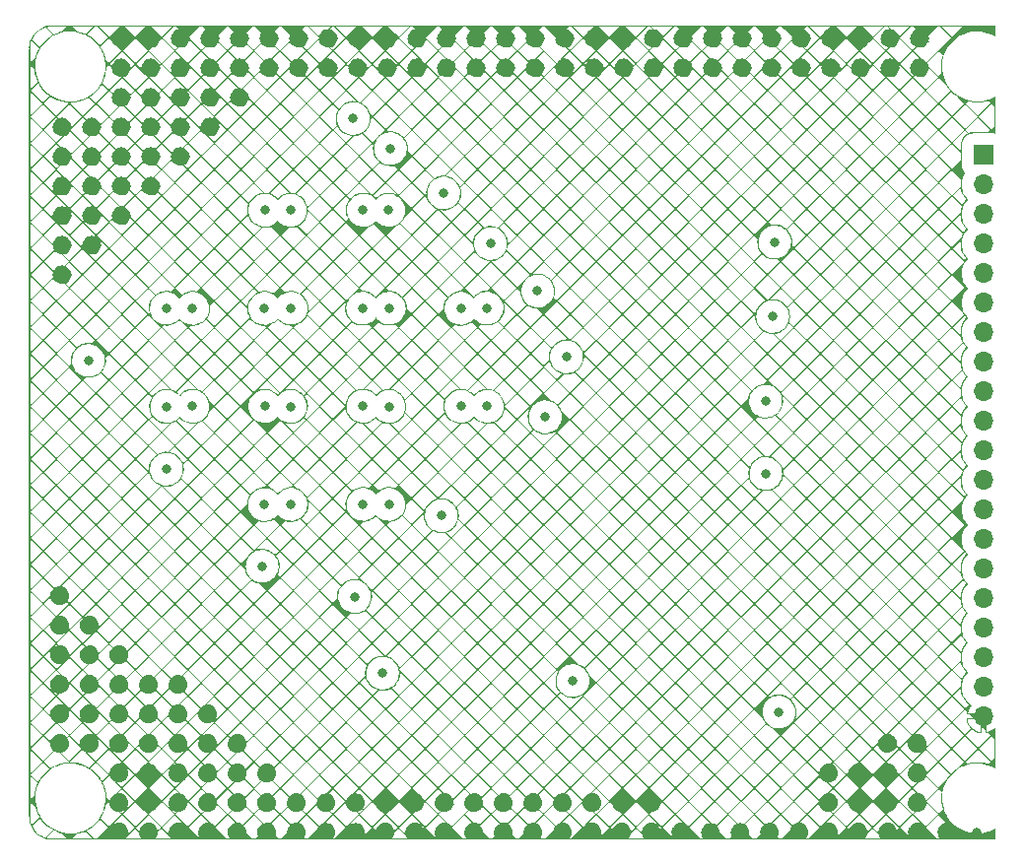
<source format=gbr>
%TF.GenerationSoftware,KiCad,Pcbnew,(6.0.6)*%
%TF.CreationDate,2023-08-17T02:29:11+09:00*%
%TF.ProjectId,SensorBoardLH,53656e73-6f72-4426-9f61-72644c482e6b,rev?*%
%TF.SameCoordinates,Original*%
%TF.FileFunction,Copper,L3,Inr*%
%TF.FilePolarity,Positive*%
%FSLAX46Y46*%
G04 Gerber Fmt 4.6, Leading zero omitted, Abs format (unit mm)*
G04 Created by KiCad (PCBNEW (6.0.6)) date 2023-08-17 02:29:11*
%MOMM*%
%LPD*%
G01*
G04 APERTURE LIST*
%TA.AperFunction,ComponentPad*%
%ADD10R,1.700000X1.700000*%
%TD*%
%TA.AperFunction,ComponentPad*%
%ADD11O,1.700000X1.700000*%
%TD*%
%TA.AperFunction,ViaPad*%
%ADD12C,0.800000*%
%TD*%
G04 APERTURE END LIST*
D10*
%TO.N,unconnected-(J1-Pad1)*%
%TO.C,J1*%
X190110000Y-68000000D03*
D11*
%TO.N,unconnected-(J1-Pad2)*%
X190110000Y-70540000D03*
%TO.N,unconnected-(J1-Pad3)*%
X190110000Y-73080000D03*
%TO.N,unconnected-(J1-Pad4)*%
X190110000Y-75620000D03*
%TO.N,unconnected-(J1-Pad5)*%
X190110000Y-78160000D03*
%TO.N,unconnected-(J1-Pad6)*%
X190110000Y-80700000D03*
%TO.N,unconnected-(J1-Pad7)*%
X190110000Y-83240000D03*
%TO.N,unconnected-(J1-Pad8)*%
X190110000Y-85780000D03*
%TO.N,unconnected-(J1-Pad9)*%
X190110000Y-88320000D03*
%TO.N,unconnected-(J1-Pad10)*%
X190110000Y-90860000D03*
%TO.N,unconnected-(J1-Pad11)*%
X190110000Y-93400000D03*
%TO.N,unconnected-(J1-Pad12)*%
X190110000Y-95940000D03*
%TO.N,unconnected-(J1-Pad13)*%
X190110000Y-98480000D03*
%TO.N,unconnected-(J1-Pad14)*%
X190110000Y-101020000D03*
%TO.N,unconnected-(J1-Pad15)*%
X190110000Y-103560000D03*
%TO.N,unconnected-(J1-Pad16)*%
X190110000Y-106100000D03*
%TO.N,unconnected-(J1-Pad17)*%
X190110000Y-108640000D03*
%TO.N,unconnected-(J1-Pad18)*%
X190110000Y-111180000D03*
%TO.N,unconnected-(J1-Pad19)*%
X190110000Y-113720000D03*
%TO.N,GND*%
X190110000Y-116260000D03*
%TD*%
D12*
%TO.N,GND*%
X184430000Y-118580000D03*
X181880000Y-118570000D03*
X186990000Y-126200000D03*
X176830000Y-126200000D03*
X179370000Y-126200000D03*
X164130000Y-126200000D03*
X171750000Y-126200000D03*
X166670000Y-126210000D03*
X169210000Y-126210000D03*
X174290000Y-126200000D03*
X181910000Y-126200000D03*
X189530000Y-126200000D03*
X184450000Y-126200000D03*
X159040000Y-126200000D03*
X146340000Y-126200000D03*
X148880000Y-126200000D03*
X115860000Y-126200000D03*
X120940000Y-126200000D03*
X143800000Y-126200000D03*
X118400000Y-126200000D03*
X153960000Y-126200000D03*
X151420000Y-126200000D03*
X138720000Y-126200000D03*
X161580000Y-126200000D03*
X123480000Y-126200000D03*
X141260000Y-126200000D03*
X156500000Y-126200000D03*
X133640000Y-126210000D03*
X136180000Y-126210000D03*
X126010000Y-126200000D03*
X131100000Y-126200000D03*
X128550000Y-126200000D03*
X136180000Y-123670000D03*
X133640000Y-123670000D03*
X126010000Y-123660000D03*
X128550000Y-123660000D03*
X126020000Y-121120000D03*
X128560000Y-121120000D03*
X131100000Y-123660000D03*
X126020000Y-118580000D03*
X110770000Y-105880000D03*
X110770000Y-116040000D03*
X110770000Y-118580000D03*
X110760000Y-113500000D03*
X113310000Y-118580000D03*
X113300000Y-113500000D03*
X113310000Y-116040000D03*
X113310000Y-110960000D03*
X115850000Y-110960000D03*
X110770000Y-108420000D03*
X113310000Y-108420000D03*
X110770000Y-110960000D03*
X115860000Y-113500000D03*
X120940000Y-116040000D03*
X115860000Y-116040000D03*
X118400000Y-113500000D03*
X118400000Y-116040000D03*
X120940000Y-113500000D03*
X123480000Y-118580000D03*
X123480000Y-116040000D03*
X110970000Y-78300000D03*
X113510000Y-75760000D03*
X110970000Y-75760000D03*
X113510000Y-70680000D03*
X116050000Y-73220000D03*
X110970000Y-73220000D03*
X113510000Y-73220000D03*
X116050000Y-70680000D03*
X110970000Y-70680000D03*
X118590000Y-70680000D03*
X113510000Y-68140000D03*
X110970000Y-68140000D03*
X121130000Y-68140000D03*
X118590000Y-68140000D03*
X116050000Y-68140000D03*
X113510000Y-65600000D03*
X110970000Y-65600000D03*
X116050000Y-65600000D03*
X121130000Y-65600000D03*
X118590000Y-65600000D03*
X123670000Y-65600000D03*
%TO.N,unconnected-(J1-Pad19)*%
X172550000Y-115870000D03*
%TO.N,unconnected-(J1-Pad18)*%
X154850000Y-113170000D03*
%TO.N,unconnected-(J1-Pad17)*%
X138500000Y-112530000D03*
%TO.N,unconnected-(J1-Pad16)*%
X113240000Y-85650000D03*
%TO.N,unconnected-(J1-Pad15)*%
X119930000Y-95000000D03*
%TO.N,unconnected-(J1-Pad14)*%
X128160000Y-103340000D03*
%TO.N,unconnected-(J1-Pad13)*%
X136100000Y-105950000D03*
%TO.N,unconnected-(J1-Pad12)*%
X128350000Y-98040000D03*
X130630000Y-98030000D03*
X136810000Y-98030000D03*
X139040000Y-98030000D03*
X143550000Y-99000000D03*
%TO.N,unconnected-(J1-Pad11)*%
X119960000Y-89610000D03*
X122180000Y-89600000D03*
X128370000Y-89600000D03*
X130590000Y-89610000D03*
X136810000Y-89590000D03*
X139040000Y-89610000D03*
X145230000Y-89600000D03*
X147490000Y-89600000D03*
X152470000Y-90500000D03*
%TO.N,unconnected-(J1-Pad10)*%
X154300000Y-85350000D03*
%TO.N,unconnected-(J1-Pad9)*%
X119930000Y-81170000D03*
X122180000Y-81180000D03*
X128360000Y-81180000D03*
X130640000Y-81170000D03*
X136790000Y-81160000D03*
X139080000Y-81160000D03*
X145230000Y-81180000D03*
X147480000Y-81160000D03*
X151820000Y-79700000D03*
%TO.N,unconnected-(J1-Pad8)*%
X147780000Y-75610000D03*
%TO.N,unconnected-(J1-Pad7)*%
X171430000Y-95370000D03*
%TO.N,unconnected-(J1-Pad6)*%
X171410000Y-89150000D03*
%TO.N,unconnected-(J1-Pad5)*%
X172010000Y-81880000D03*
%TO.N,unconnected-(J1-Pad4)*%
X172200000Y-75480000D03*
%TO.N,unconnected-(J1-Pad3)*%
X128390000Y-72750000D03*
X130580000Y-72750000D03*
X136830000Y-72740000D03*
X139020000Y-72750000D03*
X143755000Y-71265000D03*
%TO.N,unconnected-(J1-Pad2)*%
X139180000Y-67450000D03*
%TO.N,unconnected-(J1-Pad1)*%
X135980000Y-64860000D03*
%TO.N,GND*%
X156500000Y-123660000D03*
X133830000Y-60520000D03*
X131290000Y-57980000D03*
X154150000Y-57980000D03*
X141450000Y-60520000D03*
X156690000Y-57980000D03*
X151420000Y-123660000D03*
X159230000Y-60520000D03*
X123480000Y-123660000D03*
X181890000Y-121110000D03*
X156690000Y-60520000D03*
X177010000Y-60520000D03*
X141260000Y-123660000D03*
X123670000Y-57980000D03*
X143990000Y-57980000D03*
X151610000Y-57980000D03*
X169390000Y-60520000D03*
X179350000Y-121110000D03*
X136370000Y-57980000D03*
X146530000Y-57980000D03*
X116050000Y-57980000D03*
X166850000Y-57980000D03*
X143990000Y-60520000D03*
X161580000Y-123660000D03*
X184630000Y-57980000D03*
X149070000Y-60520000D03*
X136370000Y-60520000D03*
X123480000Y-121120000D03*
X120930000Y-118580000D03*
X118400000Y-121120000D03*
X126210000Y-63060000D03*
X161770000Y-57980000D03*
X181890000Y-123650000D03*
X182090000Y-60520000D03*
X138720000Y-123660000D03*
X166850000Y-60520000D03*
X118590000Y-57980000D03*
X133830000Y-57980000D03*
X123670000Y-60520000D03*
X126210000Y-60520000D03*
X174470000Y-57980000D03*
X177010000Y-57980000D03*
X138910000Y-57980000D03*
X118400000Y-123660000D03*
X148880000Y-123660000D03*
X123670000Y-63060000D03*
X182090000Y-57980000D03*
X116050000Y-63060000D03*
X154150000Y-60520000D03*
X116050000Y-60520000D03*
X120940000Y-121120000D03*
X184440000Y-123660000D03*
X141450000Y-57980000D03*
X118590000Y-63060000D03*
X138910000Y-60520000D03*
X118390000Y-118580000D03*
X115850000Y-118580000D03*
X184440000Y-121120000D03*
X153960000Y-123660000D03*
X149070000Y-57980000D03*
X115860000Y-123660000D03*
X118590000Y-60520000D03*
X143800000Y-123660000D03*
X179550000Y-57980000D03*
X179350000Y-123650000D03*
X179550000Y-60520000D03*
X131290000Y-60520000D03*
X151610000Y-60520000D03*
X120940000Y-123660000D03*
X121130000Y-63060000D03*
X126210000Y-57980000D03*
X159230000Y-57980000D03*
X146530000Y-60520000D03*
X146340000Y-123660000D03*
X128750000Y-57980000D03*
X121130000Y-57980000D03*
X176820000Y-121120000D03*
X159040000Y-123660000D03*
X184630000Y-60520000D03*
X176810000Y-123650000D03*
X121130000Y-60520000D03*
X171930000Y-60520000D03*
X128750000Y-60520000D03*
X174470000Y-60520000D03*
X115860000Y-121120000D03*
X161770000Y-60520000D03*
X169390000Y-57980000D03*
X164310000Y-57980000D03*
X164310000Y-60520000D03*
X171930000Y-57980000D03*
%TD*%
%TA.AperFunction,Conductor*%
%TO.N,GND*%
G36*
X146480917Y-56850516D02*
G01*
X191064853Y-56850534D01*
X191066119Y-56850603D01*
X191109303Y-56855301D01*
X191109865Y-56855252D01*
X191109868Y-56855252D01*
X191127282Y-56853731D01*
X191135822Y-56856426D01*
X191139956Y-56864369D01*
X191140000Y-56865387D01*
X191140000Y-57811190D01*
X191136573Y-57819463D01*
X191128300Y-57822890D01*
X191121774Y-57820901D01*
X191110251Y-57813158D01*
X191109967Y-57812967D01*
X190802482Y-57654261D01*
X190478793Y-57531950D01*
X190178025Y-57456402D01*
X190143529Y-57447737D01*
X190143526Y-57447737D01*
X190143190Y-57447652D01*
X190142851Y-57447607D01*
X190142849Y-57447607D01*
X190019636Y-57431386D01*
X189800124Y-57402487D01*
X189717917Y-57401195D01*
X189454479Y-57397056D01*
X189454473Y-57397056D01*
X189454139Y-57397051D01*
X189453801Y-57397085D01*
X189453795Y-57397085D01*
X189145734Y-57427835D01*
X189109823Y-57431419D01*
X189109504Y-57431489D01*
X189109495Y-57431490D01*
X188772077Y-57505059D01*
X188772072Y-57505060D01*
X188771739Y-57505133D01*
X188444367Y-57617217D01*
X188444069Y-57617359D01*
X188444062Y-57617362D01*
X188366388Y-57654411D01*
X188132048Y-57766186D01*
X188131758Y-57766368D01*
X188131756Y-57766369D01*
X187874896Y-57927497D01*
X187838921Y-57950064D01*
X187568871Y-58166415D01*
X187505022Y-58230936D01*
X187344809Y-58392836D01*
X187325477Y-58412371D01*
X187325263Y-58412643D01*
X187325262Y-58412645D01*
X187274151Y-58477829D01*
X187111966Y-58684672D01*
X187111794Y-58684953D01*
X187111791Y-58684957D01*
X186998323Y-58870121D01*
X186931168Y-58979709D01*
X186931024Y-58980020D01*
X186931022Y-58980023D01*
X186801791Y-59258427D01*
X186785478Y-59293570D01*
X186785375Y-59293882D01*
X186785374Y-59293884D01*
X186683510Y-59601894D01*
X186676828Y-59622097D01*
X186606658Y-59960935D01*
X186602142Y-60011535D01*
X186575991Y-60304555D01*
X186575898Y-60305592D01*
X186577878Y-60381183D01*
X186578005Y-60386045D01*
X186583400Y-60592060D01*
X186584956Y-60651501D01*
X186585003Y-60651834D01*
X186585004Y-60651841D01*
X186628956Y-60960660D01*
X186633712Y-60994076D01*
X186721519Y-61328777D01*
X186721639Y-61329085D01*
X186721641Y-61329091D01*
X186813807Y-61565483D01*
X186847214Y-61651167D01*
X187009130Y-61956974D01*
X187205122Y-62242144D01*
X187205339Y-62242393D01*
X187205340Y-62242394D01*
X187312330Y-62365039D01*
X187432592Y-62502898D01*
X187688524Y-62735778D01*
X187969527Y-62937699D01*
X188271876Y-63105985D01*
X188591563Y-63238403D01*
X188924352Y-63333201D01*
X189008789Y-63347028D01*
X189265492Y-63389065D01*
X189265501Y-63389066D01*
X189265831Y-63389120D01*
X189611474Y-63405420D01*
X189611796Y-63405398D01*
X189611803Y-63405398D01*
X189838036Y-63389975D01*
X189956700Y-63381885D01*
X190296933Y-63318827D01*
X190482526Y-63261731D01*
X190627345Y-63217179D01*
X190627348Y-63217178D01*
X190627663Y-63217081D01*
X190786085Y-63147538D01*
X190944200Y-63078131D01*
X190944203Y-63078129D01*
X190944507Y-63077996D01*
X191122398Y-62974045D01*
X191131269Y-62972830D01*
X191138402Y-62978244D01*
X191140000Y-62984147D01*
X191140000Y-66147614D01*
X191136573Y-66155887D01*
X191128300Y-66159314D01*
X191127267Y-66159268D01*
X191017816Y-66149500D01*
X189202184Y-66149500D01*
X189081913Y-66160234D01*
X188886530Y-66216259D01*
X188886006Y-66216533D01*
X188798782Y-66262133D01*
X188706404Y-66310427D01*
X188705949Y-66310798D01*
X188705946Y-66310800D01*
X188624836Y-66376952D01*
X188548891Y-66438891D01*
X188548520Y-66439346D01*
X188420800Y-66595946D01*
X188420798Y-66595949D01*
X188420427Y-66596404D01*
X188326259Y-66776530D01*
X188270234Y-66971913D01*
X188259500Y-67092184D01*
X188259500Y-68907816D01*
X188270234Y-69028087D01*
X188326259Y-69223470D01*
X188420427Y-69403596D01*
X188420798Y-69404051D01*
X188420800Y-69404054D01*
X188537684Y-69547368D01*
X188540257Y-69555945D01*
X188538734Y-69560640D01*
X188443955Y-69723813D01*
X188443801Y-69724192D01*
X188443801Y-69724193D01*
X188370031Y-69906323D01*
X188345574Y-69966703D01*
X188345476Y-69967099D01*
X188345475Y-69967101D01*
X188333006Y-70017299D01*
X188282399Y-70221032D01*
X188255688Y-70481726D01*
X188255704Y-70482134D01*
X188255704Y-70482136D01*
X188257552Y-70529171D01*
X188265977Y-70743582D01*
X188266050Y-70743983D01*
X188266051Y-70743990D01*
X188290746Y-70879204D01*
X188313058Y-71001376D01*
X188395994Y-71249965D01*
X188513128Y-71484387D01*
X188513363Y-71484728D01*
X188513366Y-71484732D01*
X188654866Y-71689466D01*
X188662124Y-71699967D01*
X188662399Y-71700264D01*
X188662409Y-71700277D01*
X188754342Y-71799727D01*
X188757442Y-71808128D01*
X188753827Y-71816135D01*
X188750530Y-71819280D01*
X188737816Y-71831409D01*
X188737555Y-71831739D01*
X188737555Y-71831740D01*
X188598027Y-72008732D01*
X188575578Y-72037208D01*
X188443955Y-72263813D01*
X188443801Y-72264192D01*
X188443801Y-72264193D01*
X188351710Y-72491555D01*
X188345574Y-72506703D01*
X188345476Y-72507099D01*
X188345475Y-72507101D01*
X188318258Y-72616673D01*
X188282399Y-72761032D01*
X188255688Y-73021726D01*
X188255704Y-73022134D01*
X188255704Y-73022136D01*
X188257978Y-73080000D01*
X188265977Y-73283582D01*
X188266050Y-73283983D01*
X188266051Y-73283990D01*
X188292545Y-73429056D01*
X188313058Y-73541376D01*
X188395994Y-73789965D01*
X188513128Y-74024387D01*
X188513363Y-74024728D01*
X188513366Y-74024732D01*
X188647259Y-74218459D01*
X188662124Y-74239967D01*
X188662399Y-74240264D01*
X188662409Y-74240277D01*
X188754342Y-74339727D01*
X188757442Y-74348128D01*
X188753827Y-74356135D01*
X188751419Y-74358432D01*
X188737816Y-74371409D01*
X188737555Y-74371739D01*
X188737555Y-74371740D01*
X188582101Y-74568934D01*
X188575578Y-74577208D01*
X188443955Y-74803813D01*
X188443801Y-74804192D01*
X188443801Y-74804193D01*
X188353683Y-75026684D01*
X188345574Y-75046703D01*
X188345476Y-75047099D01*
X188345475Y-75047101D01*
X188332692Y-75098562D01*
X188282399Y-75301032D01*
X188255688Y-75561726D01*
X188265977Y-75823582D01*
X188266050Y-75823983D01*
X188266051Y-75823990D01*
X188290746Y-75959204D01*
X188313058Y-76081376D01*
X188395994Y-76329965D01*
X188513128Y-76564387D01*
X188513363Y-76564728D01*
X188513366Y-76564732D01*
X188617579Y-76715516D01*
X188662124Y-76779967D01*
X188662399Y-76780264D01*
X188662409Y-76780277D01*
X188754342Y-76879727D01*
X188757442Y-76888128D01*
X188753827Y-76896135D01*
X188737816Y-76911409D01*
X188737555Y-76911739D01*
X188737555Y-76911740D01*
X188586526Y-77103321D01*
X188575578Y-77117208D01*
X188443955Y-77343813D01*
X188345574Y-77586703D01*
X188282399Y-77841032D01*
X188255688Y-78101726D01*
X188265977Y-78363582D01*
X188266050Y-78363983D01*
X188266051Y-78363990D01*
X188290746Y-78499204D01*
X188313058Y-78621376D01*
X188395994Y-78869965D01*
X188513128Y-79104387D01*
X188513363Y-79104728D01*
X188513366Y-79104732D01*
X188614095Y-79250475D01*
X188662124Y-79319967D01*
X188662399Y-79320264D01*
X188662409Y-79320277D01*
X188754342Y-79419727D01*
X188757442Y-79428128D01*
X188753827Y-79436135D01*
X188753263Y-79436673D01*
X188737816Y-79451409D01*
X188575578Y-79657208D01*
X188443955Y-79883813D01*
X188443801Y-79884192D01*
X188443801Y-79884193D01*
X188372093Y-80061232D01*
X188345574Y-80126703D01*
X188345476Y-80127099D01*
X188345475Y-80127101D01*
X188319202Y-80232871D01*
X188282399Y-80381032D01*
X188255688Y-80641726D01*
X188255704Y-80642134D01*
X188255704Y-80642136D01*
X188256389Y-80659575D01*
X188265977Y-80903582D01*
X188266050Y-80903983D01*
X188266051Y-80903990D01*
X188293642Y-81055065D01*
X188313058Y-81161376D01*
X188395994Y-81409965D01*
X188513128Y-81644387D01*
X188513363Y-81644728D01*
X188513366Y-81644732D01*
X188651657Y-81844822D01*
X188662124Y-81859967D01*
X188662399Y-81860264D01*
X188662409Y-81860277D01*
X188754342Y-81959727D01*
X188757442Y-81968128D01*
X188753827Y-81976135D01*
X188746143Y-81983465D01*
X188737816Y-81991409D01*
X188737555Y-81991739D01*
X188737555Y-81991740D01*
X188576325Y-82196261D01*
X188575578Y-82197208D01*
X188443955Y-82423813D01*
X188443801Y-82424192D01*
X188443801Y-82424193D01*
X188347897Y-82660969D01*
X188345574Y-82666703D01*
X188345476Y-82667099D01*
X188345475Y-82667101D01*
X188334734Y-82710343D01*
X188282399Y-82921032D01*
X188255688Y-83181726D01*
X188265977Y-83443582D01*
X188266050Y-83443983D01*
X188266051Y-83443990D01*
X188276986Y-83503864D01*
X188313058Y-83701376D01*
X188395994Y-83949965D01*
X188513128Y-84184387D01*
X188513363Y-84184728D01*
X188513366Y-84184732D01*
X188644120Y-84373918D01*
X188662124Y-84399967D01*
X188662399Y-84400264D01*
X188662409Y-84400277D01*
X188754342Y-84499727D01*
X188757442Y-84508128D01*
X188753827Y-84516135D01*
X188737816Y-84531409D01*
X188737555Y-84531739D01*
X188737555Y-84531740D01*
X188596719Y-84710391D01*
X188575578Y-84737208D01*
X188443955Y-84963813D01*
X188443801Y-84964192D01*
X188443801Y-84964193D01*
X188349456Y-85197120D01*
X188345574Y-85206703D01*
X188282399Y-85461032D01*
X188255688Y-85721726D01*
X188255704Y-85722134D01*
X188255704Y-85722136D01*
X188256070Y-85731440D01*
X188265977Y-85983582D01*
X188266050Y-85983983D01*
X188266051Y-85983990D01*
X188281804Y-86070242D01*
X188313058Y-86241376D01*
X188395994Y-86489965D01*
X188513128Y-86724387D01*
X188513363Y-86724728D01*
X188513366Y-86724732D01*
X188646489Y-86917345D01*
X188662124Y-86939967D01*
X188662399Y-86940264D01*
X188662409Y-86940277D01*
X188754342Y-87039727D01*
X188757442Y-87048128D01*
X188753827Y-87056135D01*
X188737816Y-87071409D01*
X188737555Y-87071739D01*
X188737555Y-87071740D01*
X188614663Y-87227629D01*
X188575578Y-87277208D01*
X188443955Y-87503813D01*
X188443801Y-87504192D01*
X188443801Y-87504193D01*
X188355144Y-87723077D01*
X188345574Y-87746703D01*
X188345476Y-87747099D01*
X188345475Y-87747101D01*
X188334490Y-87791323D01*
X188282399Y-88001032D01*
X188255688Y-88261726D01*
X188255704Y-88262134D01*
X188255704Y-88262136D01*
X188256970Y-88294358D01*
X188265977Y-88523582D01*
X188266050Y-88523983D01*
X188266051Y-88523990D01*
X188291759Y-88664752D01*
X188313058Y-88781376D01*
X188395994Y-89029965D01*
X188513128Y-89264387D01*
X188513363Y-89264728D01*
X188513366Y-89264732D01*
X188648162Y-89459766D01*
X188662124Y-89479967D01*
X188662399Y-89480264D01*
X188662409Y-89480277D01*
X188754342Y-89579727D01*
X188757442Y-89588128D01*
X188753827Y-89596135D01*
X188737816Y-89611409D01*
X188737555Y-89611739D01*
X188737555Y-89611740D01*
X188583527Y-89807125D01*
X188575578Y-89817208D01*
X188443955Y-90043813D01*
X188443801Y-90044192D01*
X188443801Y-90044193D01*
X188351964Y-90270928D01*
X188345574Y-90286703D01*
X188345476Y-90287099D01*
X188345475Y-90287101D01*
X188323520Y-90375487D01*
X188282399Y-90541032D01*
X188255688Y-90801726D01*
X188255704Y-90802134D01*
X188255704Y-90802136D01*
X188257068Y-90836854D01*
X188265977Y-91063582D01*
X188266050Y-91063983D01*
X188266051Y-91063990D01*
X188287066Y-91179056D01*
X188313058Y-91321376D01*
X188395994Y-91569965D01*
X188513128Y-91804387D01*
X188513363Y-91804728D01*
X188513366Y-91804732D01*
X188649538Y-92001756D01*
X188662124Y-92019967D01*
X188662399Y-92020264D01*
X188662409Y-92020277D01*
X188754342Y-92119727D01*
X188757442Y-92128128D01*
X188753827Y-92136135D01*
X188737816Y-92151409D01*
X188737555Y-92151739D01*
X188737555Y-92151740D01*
X188614663Y-92307629D01*
X188575578Y-92357208D01*
X188443955Y-92583813D01*
X188443801Y-92584192D01*
X188443801Y-92584193D01*
X188355144Y-92803077D01*
X188345574Y-92826703D01*
X188282399Y-93081032D01*
X188255688Y-93341726D01*
X188265977Y-93603582D01*
X188266050Y-93603983D01*
X188266051Y-93603990D01*
X188272899Y-93641484D01*
X188313058Y-93861376D01*
X188395994Y-94109965D01*
X188513128Y-94344387D01*
X188513363Y-94344728D01*
X188513366Y-94344732D01*
X188606562Y-94479575D01*
X188662124Y-94559967D01*
X188662399Y-94560264D01*
X188662409Y-94560277D01*
X188754342Y-94659727D01*
X188757442Y-94668128D01*
X188753827Y-94676135D01*
X188737816Y-94691409D01*
X188737555Y-94691739D01*
X188737555Y-94691740D01*
X188579065Y-94892785D01*
X188575578Y-94897208D01*
X188443955Y-95123813D01*
X188443801Y-95124192D01*
X188443801Y-95124193D01*
X188355144Y-95343077D01*
X188345574Y-95366703D01*
X188345476Y-95367099D01*
X188345475Y-95367101D01*
X188314705Y-95490976D01*
X188282399Y-95621032D01*
X188255688Y-95881726D01*
X188255704Y-95882134D01*
X188255704Y-95882136D01*
X188256844Y-95911138D01*
X188265977Y-96143582D01*
X188266050Y-96143983D01*
X188266051Y-96143990D01*
X188286706Y-96257083D01*
X188313058Y-96401376D01*
X188395994Y-96649965D01*
X188513128Y-96884387D01*
X188513363Y-96884728D01*
X188513366Y-96884732D01*
X188647125Y-97078265D01*
X188662124Y-97099967D01*
X188662399Y-97100264D01*
X188662409Y-97100277D01*
X188754342Y-97199727D01*
X188757442Y-97208128D01*
X188753827Y-97216135D01*
X188737816Y-97231409D01*
X188737555Y-97231739D01*
X188737555Y-97231740D01*
X188614663Y-97387629D01*
X188575578Y-97437208D01*
X188443955Y-97663813D01*
X188443801Y-97664192D01*
X188443801Y-97664193D01*
X188355818Y-97881413D01*
X188345574Y-97906703D01*
X188282399Y-98161032D01*
X188255688Y-98421726D01*
X188265977Y-98683582D01*
X188266050Y-98683983D01*
X188266051Y-98683990D01*
X188289170Y-98810575D01*
X188313058Y-98941376D01*
X188395994Y-99189965D01*
X188513128Y-99424387D01*
X188513363Y-99424728D01*
X188513366Y-99424732D01*
X188588435Y-99533348D01*
X188662124Y-99639967D01*
X188662399Y-99640264D01*
X188662409Y-99640277D01*
X188754342Y-99739727D01*
X188757442Y-99748128D01*
X188753827Y-99756135D01*
X188737816Y-99771409D01*
X188737555Y-99771739D01*
X188737555Y-99771740D01*
X188577044Y-99975349D01*
X188575578Y-99977208D01*
X188443955Y-100203813D01*
X188443801Y-100204192D01*
X188443801Y-100204193D01*
X188346952Y-100443302D01*
X188345574Y-100446703D01*
X188345476Y-100447099D01*
X188345475Y-100447101D01*
X188331899Y-100501756D01*
X188282399Y-100701032D01*
X188255688Y-100961726D01*
X188255704Y-100962134D01*
X188255704Y-100962136D01*
X188256857Y-100991486D01*
X188265977Y-101223582D01*
X188266050Y-101223983D01*
X188266051Y-101223990D01*
X188294597Y-101380293D01*
X188313058Y-101481376D01*
X188395994Y-101729965D01*
X188513128Y-101964387D01*
X188513363Y-101964728D01*
X188513366Y-101964732D01*
X188598127Y-102087371D01*
X188662124Y-102179967D01*
X188662399Y-102180264D01*
X188662409Y-102180277D01*
X188754342Y-102279727D01*
X188757442Y-102288128D01*
X188753827Y-102296135D01*
X188737816Y-102311409D01*
X188737555Y-102311739D01*
X188737555Y-102311740D01*
X188603170Y-102482208D01*
X188575578Y-102517208D01*
X188443955Y-102743813D01*
X188443801Y-102744192D01*
X188443801Y-102744193D01*
X188355144Y-102963077D01*
X188345574Y-102986703D01*
X188282399Y-103241032D01*
X188255688Y-103501726D01*
X188255704Y-103502134D01*
X188255704Y-103502136D01*
X188257978Y-103560000D01*
X188265977Y-103763582D01*
X188266050Y-103763983D01*
X188266051Y-103763990D01*
X188289439Y-103892047D01*
X188313058Y-104021376D01*
X188395994Y-104269965D01*
X188513128Y-104504387D01*
X188513363Y-104504728D01*
X188513366Y-104504732D01*
X188641068Y-104689501D01*
X188662124Y-104719967D01*
X188662399Y-104720264D01*
X188662409Y-104720277D01*
X188754342Y-104819727D01*
X188757442Y-104828128D01*
X188753827Y-104836135D01*
X188737816Y-104851409D01*
X188737555Y-104851739D01*
X188737555Y-104851740D01*
X188588071Y-105041361D01*
X188575578Y-105057208D01*
X188443955Y-105283813D01*
X188443801Y-105284192D01*
X188443801Y-105284193D01*
X188355144Y-105503077D01*
X188345574Y-105526703D01*
X188282399Y-105781032D01*
X188255688Y-106041726D01*
X188255704Y-106042134D01*
X188255704Y-106042136D01*
X188255969Y-106048872D01*
X188265977Y-106303582D01*
X188266050Y-106303983D01*
X188266051Y-106303990D01*
X188278253Y-106370802D01*
X188313058Y-106561376D01*
X188395994Y-106809965D01*
X188513128Y-107044387D01*
X188513363Y-107044728D01*
X188513366Y-107044732D01*
X188614095Y-107190475D01*
X188662124Y-107259967D01*
X188662399Y-107260264D01*
X188662409Y-107260277D01*
X188754342Y-107359727D01*
X188757442Y-107368128D01*
X188753827Y-107376135D01*
X188737816Y-107391409D01*
X188737555Y-107391739D01*
X188737555Y-107391740D01*
X188614663Y-107547629D01*
X188575578Y-107597208D01*
X188443955Y-107823813D01*
X188443801Y-107824192D01*
X188443801Y-107824193D01*
X188355144Y-108043077D01*
X188345574Y-108066703D01*
X188282399Y-108321032D01*
X188255688Y-108581726D01*
X188255704Y-108582134D01*
X188255704Y-108582136D01*
X188255969Y-108588872D01*
X188265977Y-108843582D01*
X188266050Y-108843983D01*
X188266051Y-108843990D01*
X188274424Y-108889836D01*
X188313058Y-109101376D01*
X188395994Y-109349965D01*
X188513128Y-109584387D01*
X188513363Y-109584728D01*
X188513366Y-109584732D01*
X188614095Y-109730475D01*
X188662124Y-109799967D01*
X188662399Y-109800264D01*
X188662409Y-109800277D01*
X188754342Y-109899727D01*
X188757442Y-109908128D01*
X188753827Y-109916135D01*
X188737816Y-109931409D01*
X188737555Y-109931739D01*
X188737555Y-109931740D01*
X188614663Y-110087629D01*
X188575578Y-110137208D01*
X188443955Y-110363813D01*
X188443801Y-110364192D01*
X188443801Y-110364193D01*
X188355144Y-110583077D01*
X188345574Y-110606703D01*
X188282399Y-110861032D01*
X188255688Y-111121726D01*
X188255704Y-111122134D01*
X188255704Y-111122136D01*
X188257286Y-111162402D01*
X188265977Y-111383582D01*
X188266050Y-111383983D01*
X188266051Y-111383990D01*
X188287710Y-111502584D01*
X188313058Y-111641376D01*
X188395994Y-111889965D01*
X188513128Y-112124387D01*
X188513363Y-112124728D01*
X188513366Y-112124732D01*
X188661889Y-112339627D01*
X188662124Y-112339967D01*
X188662399Y-112340264D01*
X188662409Y-112340277D01*
X188754342Y-112439727D01*
X188757442Y-112448128D01*
X188753827Y-112456135D01*
X188737816Y-112471409D01*
X188737555Y-112471739D01*
X188737555Y-112471740D01*
X188597010Y-112650022D01*
X188575578Y-112677208D01*
X188443955Y-112903813D01*
X188443801Y-112904192D01*
X188443801Y-112904193D01*
X188347760Y-113141307D01*
X188345574Y-113146703D01*
X188345476Y-113147099D01*
X188345475Y-113147101D01*
X188322735Y-113238649D01*
X188282399Y-113401032D01*
X188255688Y-113661726D01*
X188255704Y-113662134D01*
X188255704Y-113662136D01*
X188257161Y-113699204D01*
X188265977Y-113923582D01*
X188266050Y-113923983D01*
X188266051Y-113923990D01*
X188294597Y-114080293D01*
X188313058Y-114181376D01*
X188395994Y-114429965D01*
X188513128Y-114664387D01*
X188513363Y-114664728D01*
X188513366Y-114664732D01*
X188620309Y-114819466D01*
X188662124Y-114879967D01*
X188662402Y-114880268D01*
X188662403Y-114880269D01*
X188723727Y-114946608D01*
X188840010Y-115072402D01*
X189043235Y-115237853D01*
X189093111Y-115267881D01*
X189135503Y-115293403D01*
X189140823Y-115300606D01*
X189139492Y-115309462D01*
X189137927Y-115311510D01*
X189051350Y-115402108D01*
X189050748Y-115402852D01*
X188925452Y-115586528D01*
X188924975Y-115587367D01*
X188831363Y-115789038D01*
X188831029Y-115789945D01*
X188771672Y-116003979D01*
X188772088Y-116005394D01*
X188773199Y-116006000D01*
X190352300Y-116006000D01*
X190360573Y-116009427D01*
X190364000Y-116017700D01*
X190364000Y-117594305D01*
X190364682Y-117595950D01*
X190365777Y-117596404D01*
X190392837Y-117592938D01*
X190393767Y-117592740D01*
X190606747Y-117528843D01*
X190607629Y-117528497D01*
X190807306Y-117430676D01*
X190808128Y-117430186D01*
X190989150Y-117301066D01*
X190989869Y-117300458D01*
X191120041Y-117170739D01*
X191128320Y-117167327D01*
X191136588Y-117170768D01*
X191140000Y-117179027D01*
X191140000Y-120711190D01*
X191136573Y-120719463D01*
X191128300Y-120722890D01*
X191121774Y-120720901D01*
X191110251Y-120713158D01*
X191109967Y-120712967D01*
X190802482Y-120554261D01*
X190478793Y-120431950D01*
X190208688Y-120364104D01*
X190143529Y-120347737D01*
X190143526Y-120347737D01*
X190143190Y-120347652D01*
X190142851Y-120347607D01*
X190142849Y-120347607D01*
X190008075Y-120329864D01*
X189800124Y-120302487D01*
X189717917Y-120301195D01*
X189454479Y-120297056D01*
X189454473Y-120297056D01*
X189454139Y-120297051D01*
X189453801Y-120297085D01*
X189453795Y-120297085D01*
X189145734Y-120327835D01*
X189109823Y-120331419D01*
X189109504Y-120331489D01*
X189109495Y-120331490D01*
X188772077Y-120405059D01*
X188772072Y-120405060D01*
X188771739Y-120405133D01*
X188444367Y-120517217D01*
X188444069Y-120517359D01*
X188444062Y-120517362D01*
X188306461Y-120582995D01*
X188132048Y-120666186D01*
X188131758Y-120666368D01*
X188131756Y-120666369D01*
X187874896Y-120827497D01*
X187838921Y-120850064D01*
X187838656Y-120850276D01*
X187838655Y-120850277D01*
X187740162Y-120929185D01*
X187568871Y-121066415D01*
X187505022Y-121130936D01*
X187351256Y-121286321D01*
X187325477Y-121312371D01*
X187111966Y-121584672D01*
X187111794Y-121584953D01*
X187111791Y-121584957D01*
X187030186Y-121718125D01*
X186931168Y-121879709D01*
X186931024Y-121880020D01*
X186931022Y-121880023D01*
X186801791Y-122158427D01*
X186785478Y-122193570D01*
X186785375Y-122193882D01*
X186785374Y-122193884D01*
X186683510Y-122501894D01*
X186676828Y-122522097D01*
X186606658Y-122860935D01*
X186591214Y-123033986D01*
X186576676Y-123196880D01*
X186575898Y-123205592D01*
X186576907Y-123244111D01*
X186578005Y-123286045D01*
X186582826Y-123470139D01*
X186584956Y-123551501D01*
X186585003Y-123551834D01*
X186585004Y-123551841D01*
X186633638Y-123893558D01*
X186633712Y-123894076D01*
X186721519Y-124228777D01*
X186721639Y-124229085D01*
X186721641Y-124229091D01*
X186779803Y-124378267D01*
X186847214Y-124551167D01*
X186847376Y-124551473D01*
X186978104Y-124798375D01*
X187009130Y-124856974D01*
X187205122Y-125142144D01*
X187205339Y-125142393D01*
X187205340Y-125142394D01*
X187429940Y-125399858D01*
X187432592Y-125402898D01*
X187688524Y-125635778D01*
X187688804Y-125635979D01*
X187688805Y-125635980D01*
X187712427Y-125652954D01*
X187969527Y-125837699D01*
X188271876Y-126005985D01*
X188591563Y-126138403D01*
X188924352Y-126233201D01*
X189008789Y-126247028D01*
X189265492Y-126289065D01*
X189265501Y-126289066D01*
X189265831Y-126289120D01*
X189611474Y-126305420D01*
X189611796Y-126305398D01*
X189611803Y-126305398D01*
X189838036Y-126289975D01*
X189956700Y-126281885D01*
X190296933Y-126218827D01*
X190473415Y-126164534D01*
X190627345Y-126117179D01*
X190627348Y-126117178D01*
X190627663Y-126117081D01*
X190825722Y-126030139D01*
X190944200Y-125978131D01*
X190944203Y-125978129D01*
X190944507Y-125977996D01*
X191122398Y-125874045D01*
X191131269Y-125872830D01*
X191138402Y-125878244D01*
X191140000Y-125884147D01*
X191140000Y-126834927D01*
X191136573Y-126843200D01*
X191129318Y-126846583D01*
X191096440Y-126849455D01*
X191095422Y-126849499D01*
X154780300Y-126849484D01*
X110195289Y-126849466D01*
X110194024Y-126849397D01*
X110189444Y-126848899D01*
X110150685Y-126844682D01*
X110150123Y-126844731D01*
X110150120Y-126844731D01*
X110113690Y-126847912D01*
X110111946Y-126847933D01*
X109901416Y-126834839D01*
X109876394Y-126833283D01*
X109874877Y-126833089D01*
X109866880Y-126831526D01*
X109619685Y-126783211D01*
X109618217Y-126782824D01*
X109524902Y-126751494D01*
X179952700Y-126751494D01*
X181328750Y-126751495D01*
X181272135Y-126692868D01*
X181270543Y-126690802D01*
X181178792Y-126539302D01*
X181177698Y-126536934D01*
X181121791Y-126368872D01*
X181121340Y-126366750D01*
X180614990Y-125860399D01*
X180163343Y-126312046D01*
X180151094Y-126399204D01*
X180150445Y-126401731D01*
X180087550Y-126567305D01*
X180086358Y-126569625D01*
X179988343Y-126717149D01*
X179986667Y-126719147D01*
X179952700Y-126751494D01*
X109524902Y-126751494D01*
X109524878Y-126751486D01*
X159622708Y-126751486D01*
X160998742Y-126751487D01*
X160942135Y-126692869D01*
X160940543Y-126690802D01*
X160848792Y-126539302D01*
X160847698Y-126536934D01*
X160808243Y-126418328D01*
X160250314Y-125860399D01*
X159839013Y-126271700D01*
X159821094Y-126399204D01*
X159820445Y-126401731D01*
X159757550Y-126567305D01*
X159756358Y-126569625D01*
X159658343Y-126717149D01*
X159656667Y-126719147D01*
X159622708Y-126751486D01*
X109524878Y-126751486D01*
X109524854Y-126751478D01*
X139302716Y-126751478D01*
X140678733Y-126751478D01*
X140622135Y-126692869D01*
X140620543Y-126690802D01*
X140528792Y-126539302D01*
X140527698Y-126536934D01*
X140510513Y-126485273D01*
X139885639Y-125860399D01*
X139525888Y-126220150D01*
X139525857Y-126222346D01*
X139525744Y-126223811D01*
X139501094Y-126399204D01*
X139500445Y-126401731D01*
X139437550Y-126567305D01*
X139436358Y-126569625D01*
X139338343Y-126717149D01*
X139336667Y-126719147D01*
X139302716Y-126751478D01*
X109524854Y-126751478D01*
X109524827Y-126751469D01*
X116442726Y-126751469D01*
X117818724Y-126751469D01*
X118982726Y-126751469D01*
X120358725Y-126751470D01*
X120302135Y-126692869D01*
X120300543Y-126690802D01*
X120222498Y-126561934D01*
X119520964Y-125860399D01*
X119203733Y-126177630D01*
X119206095Y-126198696D01*
X119206167Y-126200163D01*
X119205857Y-126222346D01*
X119205744Y-126223811D01*
X119181094Y-126399204D01*
X119180445Y-126401731D01*
X119117550Y-126567305D01*
X119116358Y-126569625D01*
X119018343Y-126717149D01*
X119016667Y-126719147D01*
X118982726Y-126751469D01*
X117818724Y-126751469D01*
X117762135Y-126692869D01*
X117760543Y-126690802D01*
X117668792Y-126539302D01*
X117667698Y-126536934D01*
X117611791Y-126368872D01*
X117611249Y-126366321D01*
X117594628Y-126196805D01*
X117258222Y-125860399D01*
X116593619Y-126525002D01*
X116577550Y-126567305D01*
X116576358Y-126569625D01*
X116478343Y-126717149D01*
X116476667Y-126719147D01*
X116442726Y-126751469D01*
X109524827Y-126751469D01*
X109524821Y-126751467D01*
X111841671Y-126751467D01*
X113623807Y-126751467D01*
X112983946Y-126111606D01*
X112767054Y-126206815D01*
X112766746Y-126206945D01*
X112762779Y-126208553D01*
X112762465Y-126208675D01*
X112761202Y-126209145D01*
X112760882Y-126209259D01*
X112756799Y-126210645D01*
X112756478Y-126210749D01*
X112425748Y-126312495D01*
X112425424Y-126312589D01*
X112421269Y-126313737D01*
X112420942Y-126313823D01*
X112419634Y-126314144D01*
X112419308Y-126314219D01*
X112415123Y-126315120D01*
X112414792Y-126315186D01*
X112246821Y-126346317D01*
X111841671Y-126751467D01*
X109524821Y-126751467D01*
X109371721Y-126700065D01*
X109370304Y-126699484D01*
X109346153Y-126687674D01*
X109642722Y-126687674D01*
X109644044Y-126688118D01*
X109888133Y-126735825D01*
X110111587Y-126749722D01*
X110142160Y-126747053D01*
X110142732Y-126747018D01*
X110150038Y-126746739D01*
X110150612Y-126746731D01*
X110152895Y-126746756D01*
X110153466Y-126746776D01*
X110160717Y-126747210D01*
X110161283Y-126747258D01*
X110199962Y-126751466D01*
X111361064Y-126751466D01*
X110912968Y-126303370D01*
X110664716Y-126232653D01*
X110664394Y-126232557D01*
X110660295Y-126231261D01*
X110659974Y-126231154D01*
X110658702Y-126230711D01*
X110658383Y-126230595D01*
X110654371Y-126229066D01*
X110654061Y-126228942D01*
X110334374Y-126096524D01*
X110334066Y-126096392D01*
X110330163Y-126094643D01*
X110329859Y-126094501D01*
X110328646Y-126093915D01*
X110328343Y-126093763D01*
X110324513Y-126091774D01*
X110324215Y-126091614D01*
X110269330Y-126061066D01*
X109642722Y-126687674D01*
X109346153Y-126687674D01*
X109136724Y-126585261D01*
X109135396Y-126584500D01*
X108918723Y-126440766D01*
X108917506Y-126439838D01*
X108721454Y-126269058D01*
X108720368Y-126267980D01*
X108548275Y-126073060D01*
X108547340Y-126071849D01*
X108506731Y-126011509D01*
X108402167Y-125856141D01*
X108401399Y-125854822D01*
X108400431Y-125852874D01*
X108302419Y-125655787D01*
X108411867Y-125655787D01*
X108486629Y-125806122D01*
X108625480Y-126012434D01*
X108790092Y-126198881D01*
X108977609Y-126362226D01*
X109184856Y-126499707D01*
X109408270Y-126608959D01*
X109538965Y-126652839D01*
X110180295Y-126011509D01*
X110021866Y-125923328D01*
X110021573Y-125923160D01*
X110017864Y-125920953D01*
X110017575Y-125920775D01*
X110016438Y-125920053D01*
X110016156Y-125919868D01*
X110012614Y-125917473D01*
X110012341Y-125917282D01*
X109731338Y-125715361D01*
X109731070Y-125715163D01*
X109727683Y-125712580D01*
X109727419Y-125712373D01*
X109726372Y-125711526D01*
X109726113Y-125711310D01*
X109722825Y-125708489D01*
X109722569Y-125708263D01*
X109466637Y-125475383D01*
X109466390Y-125475152D01*
X109463296Y-125472169D01*
X109463057Y-125471932D01*
X109462114Y-125470969D01*
X109461882Y-125470724D01*
X109458967Y-125467570D01*
X109458742Y-125467320D01*
X109231272Y-125206566D01*
X109231054Y-125206308D01*
X109228316Y-125202980D01*
X109228105Y-125202716D01*
X109227280Y-125201652D01*
X109227078Y-125201384D01*
X109224552Y-125197926D01*
X109224358Y-125197652D01*
X109080018Y-124987636D01*
X108411867Y-125655787D01*
X108302419Y-125655787D01*
X108285619Y-125622004D01*
X108285030Y-125620594D01*
X108271429Y-125580962D01*
X108200634Y-125374668D01*
X108200233Y-125373194D01*
X108148656Y-125118336D01*
X108148452Y-125116819D01*
X108139552Y-124987636D01*
X108133035Y-124893042D01*
X108133076Y-124890976D01*
X108133930Y-124883135D01*
X108135284Y-124870686D01*
X108135228Y-124870039D01*
X108130544Y-124816407D01*
X108130500Y-124815389D01*
X108130500Y-123618903D01*
X108228500Y-123618903D01*
X108228500Y-124811626D01*
X108232913Y-124862160D01*
X108232948Y-124862732D01*
X108233227Y-124870039D01*
X108233235Y-124870613D01*
X108233210Y-124872896D01*
X108233190Y-124873467D01*
X108232756Y-124880720D01*
X108232708Y-124881287D01*
X108231329Y-124893954D01*
X108245831Y-125104435D01*
X108295166Y-125348216D01*
X108368156Y-125560906D01*
X109023860Y-124905202D01*
X109022683Y-124903127D01*
X109022521Y-124902831D01*
X108860605Y-124597024D01*
X108860452Y-124596725D01*
X108858555Y-124592879D01*
X108858410Y-124592575D01*
X108857849Y-124591350D01*
X108857713Y-124591041D01*
X108856035Y-124587079D01*
X108855908Y-124586766D01*
X108730213Y-124264376D01*
X108730095Y-124264059D01*
X108728647Y-124260002D01*
X108728538Y-124259683D01*
X108728122Y-124258402D01*
X108728023Y-124258081D01*
X108726817Y-124253969D01*
X108726727Y-124253645D01*
X108678176Y-124068579D01*
X108228500Y-123618903D01*
X108130500Y-123618903D01*
X108130500Y-121356161D01*
X108228500Y-121356161D01*
X108228500Y-123437820D01*
X108460729Y-123205592D01*
X108675898Y-123205592D01*
X108676907Y-123244111D01*
X108678005Y-123286045D01*
X108682826Y-123470139D01*
X108684956Y-123551501D01*
X108685003Y-123551834D01*
X108685004Y-123551841D01*
X108733638Y-123893558D01*
X108733712Y-123894076D01*
X108821519Y-124228777D01*
X108821639Y-124229085D01*
X108821641Y-124229091D01*
X108879803Y-124378267D01*
X108947214Y-124551167D01*
X108947376Y-124551473D01*
X109078104Y-124798375D01*
X109109130Y-124856974D01*
X109305122Y-125142144D01*
X109305339Y-125142393D01*
X109305340Y-125142394D01*
X109529940Y-125399858D01*
X109532592Y-125402898D01*
X109788524Y-125635778D01*
X109788804Y-125635979D01*
X109788805Y-125635980D01*
X109812427Y-125652954D01*
X110069527Y-125837699D01*
X110371876Y-126005985D01*
X110691563Y-126138403D01*
X111024352Y-126233201D01*
X111108789Y-126247028D01*
X111365492Y-126289065D01*
X111365501Y-126289066D01*
X111365831Y-126289120D01*
X111711474Y-126305420D01*
X111711796Y-126305398D01*
X111711803Y-126305398D01*
X111938036Y-126289975D01*
X112056700Y-126281885D01*
X112396933Y-126218827D01*
X112573415Y-126164534D01*
X112727345Y-126117179D01*
X112727348Y-126117178D01*
X112727663Y-126117081D01*
X112836449Y-126069327D01*
X113080259Y-126069327D01*
X113762399Y-126751467D01*
X113965820Y-126751468D01*
X114926184Y-125791103D01*
X115064777Y-125791103D01*
X115131797Y-125858123D01*
X115137392Y-125842750D01*
X115138551Y-125840414D01*
X115234496Y-125691535D01*
X115236145Y-125689514D01*
X115362691Y-125565592D01*
X115364746Y-125563986D01*
X115515601Y-125471179D01*
X115517961Y-125470068D01*
X115685629Y-125412989D01*
X115688177Y-125412429D01*
X115864323Y-125393915D01*
X115866931Y-125393933D01*
X116042802Y-125414905D01*
X116045342Y-125415501D01*
X116212197Y-125474915D01*
X116214541Y-125476058D01*
X116364086Y-125570962D01*
X116366119Y-125572597D01*
X116490921Y-125698274D01*
X116492541Y-125700318D01*
X116586399Y-125850522D01*
X116587526Y-125852874D01*
X116645774Y-126020139D01*
X116646352Y-126022683D01*
X116666095Y-126198696D01*
X116666167Y-126200163D01*
X116665857Y-126222346D01*
X116665744Y-126223811D01*
X116650949Y-126329080D01*
X117188926Y-125791103D01*
X117327518Y-125791103D01*
X117608565Y-126072150D01*
X117616200Y-126011721D01*
X117616814Y-126009185D01*
X117677392Y-125842750D01*
X117678551Y-125840414D01*
X117774496Y-125691535D01*
X117776145Y-125689514D01*
X117902691Y-125565592D01*
X117904746Y-125563986D01*
X118055601Y-125471179D01*
X118057961Y-125470068D01*
X118225629Y-125412989D01*
X118228177Y-125412429D01*
X118404323Y-125393915D01*
X118406931Y-125393933D01*
X118582802Y-125414905D01*
X118585342Y-125415501D01*
X118752197Y-125474915D01*
X118754541Y-125476058D01*
X118904086Y-125570962D01*
X118906119Y-125572597D01*
X119030921Y-125698274D01*
X119032541Y-125700318D01*
X119126399Y-125850522D01*
X119127526Y-125852874D01*
X119185774Y-126020139D01*
X119186352Y-126022683D01*
X119189754Y-126053017D01*
X119451668Y-125791103D01*
X119590260Y-125791103D01*
X120149702Y-126350545D01*
X120133965Y-126190049D01*
X120134001Y-126187441D01*
X120156200Y-126011721D01*
X120156814Y-126009185D01*
X120217392Y-125842750D01*
X120218551Y-125840414D01*
X120314496Y-125691535D01*
X120316145Y-125689514D01*
X120442691Y-125565592D01*
X120444746Y-125563986D01*
X120595601Y-125471179D01*
X120597961Y-125470068D01*
X120765629Y-125412989D01*
X120768177Y-125412429D01*
X120944323Y-125393915D01*
X120946931Y-125393933D01*
X121122802Y-125414905D01*
X121125342Y-125415501D01*
X121292197Y-125474915D01*
X121294541Y-125476058D01*
X121444086Y-125570962D01*
X121446119Y-125572597D01*
X121570921Y-125698274D01*
X121572541Y-125700318D01*
X121662011Y-125843501D01*
X121714409Y-125791103D01*
X121853002Y-125791103D01*
X122813369Y-126751471D01*
X122898726Y-126751471D01*
X122842135Y-126692869D01*
X122840543Y-126690802D01*
X122748792Y-126539302D01*
X122747698Y-126536934D01*
X122691791Y-126368872D01*
X122691249Y-126366321D01*
X122673965Y-126190049D01*
X122674001Y-126187441D01*
X122696200Y-126011721D01*
X122696814Y-126009185D01*
X122757392Y-125842750D01*
X122758551Y-125840414D01*
X122811560Y-125758160D01*
X124148686Y-125758160D01*
X124206399Y-125850522D01*
X124207526Y-125852874D01*
X124223562Y-125898922D01*
X125076112Y-126751472D01*
X125279524Y-126751472D01*
X125359096Y-126671900D01*
X125278792Y-126539302D01*
X125277698Y-126536934D01*
X125221791Y-126368872D01*
X125221249Y-126366321D01*
X125203965Y-126190049D01*
X125204001Y-126187441D01*
X125226200Y-126011721D01*
X125226814Y-126009185D01*
X125287392Y-125842750D01*
X125288551Y-125840414D01*
X125384496Y-125691535D01*
X125386145Y-125689514D01*
X125464101Y-125613174D01*
X126556414Y-125613174D01*
X126640921Y-125698274D01*
X126642541Y-125700318D01*
X126736399Y-125850522D01*
X126737526Y-125852874D01*
X126795774Y-126020139D01*
X126796352Y-126022683D01*
X126816095Y-126198696D01*
X126816167Y-126200163D01*
X126815857Y-126222346D01*
X126815744Y-126223812D01*
X126815183Y-126227801D01*
X127338855Y-126751473D01*
X127542265Y-126751473D01*
X127802497Y-126491240D01*
X127761791Y-126368872D01*
X127761249Y-126366321D01*
X127743965Y-126190049D01*
X127744001Y-126187441D01*
X127766200Y-126011721D01*
X127766814Y-126009185D01*
X127827392Y-125842750D01*
X127828551Y-125840414D01*
X127924496Y-125691535D01*
X127926145Y-125689514D01*
X128052691Y-125565592D01*
X128054746Y-125563986D01*
X128165025Y-125496141D01*
X128936188Y-125496141D01*
X129054086Y-125570962D01*
X129056119Y-125572597D01*
X129180921Y-125698274D01*
X129182541Y-125700318D01*
X129276399Y-125850522D01*
X129277526Y-125852874D01*
X129335774Y-126020139D01*
X129336352Y-126022683D01*
X129356095Y-126198696D01*
X129356167Y-126200163D01*
X129355857Y-126222346D01*
X129355744Y-126223811D01*
X129331094Y-126399204D01*
X129330445Y-126401731D01*
X129308810Y-126458687D01*
X129601597Y-126751474D01*
X129805005Y-126751474D01*
X130300436Y-126256043D01*
X130293965Y-126190049D01*
X130294001Y-126187441D01*
X130316200Y-126011721D01*
X130316814Y-126009185D01*
X130377392Y-125842750D01*
X130378551Y-125840414D01*
X130474496Y-125691535D01*
X130476145Y-125689514D01*
X130570949Y-125596676D01*
X129703301Y-124729028D01*
X128936188Y-125496141D01*
X128165025Y-125496141D01*
X128191429Y-125479897D01*
X127440560Y-124729028D01*
X126556414Y-125613174D01*
X125464101Y-125613174D01*
X125512691Y-125565592D01*
X125514746Y-125563986D01*
X125665601Y-125471179D01*
X125667961Y-125470068D01*
X125835629Y-125412989D01*
X125838177Y-125412429D01*
X125859027Y-125410237D01*
X125177818Y-124729028D01*
X124148686Y-125758160D01*
X122811560Y-125758160D01*
X122854496Y-125691535D01*
X122856145Y-125689514D01*
X122982691Y-125565592D01*
X122984746Y-125563986D01*
X123135601Y-125471179D01*
X123137961Y-125470068D01*
X123305629Y-125412989D01*
X123308177Y-125412429D01*
X123484323Y-125393915D01*
X123486931Y-125393933D01*
X123592579Y-125406531D01*
X122915076Y-124729028D01*
X121853002Y-125791103D01*
X121714409Y-125791103D01*
X120652335Y-124729028D01*
X119590260Y-125791103D01*
X119451668Y-125791103D01*
X118389593Y-124729028D01*
X117327518Y-125791103D01*
X117188926Y-125791103D01*
X116126851Y-124729028D01*
X115064777Y-125791103D01*
X114926184Y-125791103D01*
X114216888Y-125081806D01*
X114174845Y-125145810D01*
X114174656Y-125146089D01*
X114172190Y-125149617D01*
X114171992Y-125149891D01*
X114171189Y-125150972D01*
X114170986Y-125151238D01*
X114168332Y-125154605D01*
X114168119Y-125154867D01*
X113946160Y-125420327D01*
X113945940Y-125420583D01*
X113943094Y-125423794D01*
X113942868Y-125424041D01*
X113941946Y-125425023D01*
X113941711Y-125425266D01*
X113938677Y-125428316D01*
X113938436Y-125428552D01*
X113687437Y-125666741D01*
X113687189Y-125666970D01*
X113683971Y-125669852D01*
X113683714Y-125670075D01*
X113682685Y-125670944D01*
X113682424Y-125671158D01*
X113679082Y-125673819D01*
X113678819Y-125674022D01*
X113402106Y-125881784D01*
X113401837Y-125881981D01*
X113398350Y-125884447D01*
X113398072Y-125884637D01*
X113396950Y-125885383D01*
X113396665Y-125885567D01*
X113392999Y-125887854D01*
X113392709Y-125888029D01*
X113093951Y-126062609D01*
X113093657Y-126062775D01*
X113089868Y-126064845D01*
X113089568Y-126065003D01*
X113088368Y-126065614D01*
X113088065Y-126065763D01*
X113084201Y-126067592D01*
X113083898Y-126067730D01*
X113080259Y-126069327D01*
X112836449Y-126069327D01*
X112925722Y-126030139D01*
X113044200Y-125978131D01*
X113044203Y-125978129D01*
X113044507Y-125977996D01*
X113275953Y-125842750D01*
X113342976Y-125803585D01*
X113342977Y-125803584D01*
X113343265Y-125803416D01*
X113480579Y-125700318D01*
X113619706Y-125595859D01*
X113619714Y-125595852D01*
X113619978Y-125595654D01*
X113800753Y-125424105D01*
X113870736Y-125357694D01*
X113870739Y-125357691D01*
X113870977Y-125357465D01*
X113912756Y-125307498D01*
X114092723Y-125092260D01*
X114092725Y-125092258D01*
X114092936Y-125092005D01*
X114093118Y-125091728D01*
X114154581Y-124998160D01*
X114271833Y-124998160D01*
X114995480Y-125721807D01*
X116057555Y-124659732D01*
X116196147Y-124659732D01*
X117258222Y-125721807D01*
X118320297Y-124659732D01*
X118458889Y-124659732D01*
X119520964Y-125721807D01*
X120583038Y-124659732D01*
X120721631Y-124659732D01*
X121783706Y-125721807D01*
X122845780Y-124659732D01*
X122984373Y-124659732D01*
X123781504Y-125456864D01*
X123832197Y-125474915D01*
X123834541Y-125476058D01*
X123984086Y-125570962D01*
X123986119Y-125572597D01*
X124090522Y-125677732D01*
X125108522Y-124659732D01*
X125247114Y-124659732D01*
X125984438Y-125397056D01*
X126014323Y-125393915D01*
X126016931Y-125393933D01*
X126192802Y-125414905D01*
X126195342Y-125415501D01*
X126362197Y-125474915D01*
X126364541Y-125476058D01*
X126481019Y-125549977D01*
X127371264Y-124659732D01*
X127509856Y-124659732D01*
X128291689Y-125441565D01*
X128375629Y-125412989D01*
X128378177Y-125412429D01*
X128554323Y-125393915D01*
X128556931Y-125393933D01*
X128732802Y-125414905D01*
X128735342Y-125415501D01*
X128840715Y-125453023D01*
X129634005Y-124659732D01*
X129772598Y-124659732D01*
X130649387Y-125536522D01*
X130755601Y-125471179D01*
X130757961Y-125470068D01*
X130920826Y-125414624D01*
X131280447Y-125414624D01*
X131282802Y-125414905D01*
X131285342Y-125415501D01*
X131452197Y-125474915D01*
X131454541Y-125476058D01*
X131604086Y-125570962D01*
X131606119Y-125572597D01*
X131730921Y-125698274D01*
X131732541Y-125700318D01*
X131826399Y-125850522D01*
X131827526Y-125852874D01*
X131885774Y-126020139D01*
X131886352Y-126022683D01*
X131906095Y-126198696D01*
X131906167Y-126200163D01*
X131905857Y-126222346D01*
X131905744Y-126223811D01*
X131881094Y-126399204D01*
X131880445Y-126401731D01*
X131817550Y-126567305D01*
X131816358Y-126569625D01*
X131762921Y-126650056D01*
X131864340Y-126751475D01*
X132067746Y-126751475D01*
X132889306Y-125929915D01*
X132917392Y-125852750D01*
X132918551Y-125850414D01*
X132984733Y-125747718D01*
X131966043Y-124729028D01*
X131280447Y-125414624D01*
X130920826Y-125414624D01*
X130925629Y-125412989D01*
X130928177Y-125412429D01*
X131104323Y-125393915D01*
X131106931Y-125393933D01*
X131156621Y-125399858D01*
X131896747Y-124659732D01*
X132035339Y-124659732D01*
X133045942Y-125670335D01*
X133142691Y-125575592D01*
X133144746Y-125573986D01*
X133295601Y-125481179D01*
X133297961Y-125480068D01*
X133360414Y-125458807D01*
X133404686Y-125414535D01*
X133543278Y-125414535D01*
X133644323Y-125403915D01*
X133646931Y-125403933D01*
X133822802Y-125424905D01*
X133825342Y-125425501D01*
X133992197Y-125484915D01*
X133994541Y-125486058D01*
X134144086Y-125580962D01*
X134146119Y-125582597D01*
X134270921Y-125708274D01*
X134272541Y-125710318D01*
X134366399Y-125860522D01*
X134367526Y-125862874D01*
X134425774Y-126030139D01*
X134426352Y-126032683D01*
X134446095Y-126208696D01*
X134446167Y-126210163D01*
X134445857Y-126232346D01*
X134445744Y-126233811D01*
X134421094Y-126409204D01*
X134420445Y-126411731D01*
X134357550Y-126577305D01*
X134356358Y-126579625D01*
X134258343Y-126727149D01*
X134256667Y-126729147D01*
X134233220Y-126751476D01*
X134330487Y-126751476D01*
X135290860Y-125791103D01*
X135429452Y-125791103D01*
X135470391Y-125832042D01*
X135554496Y-125701535D01*
X135556145Y-125699514D01*
X135682691Y-125575592D01*
X135684746Y-125573986D01*
X135835601Y-125481179D01*
X135837961Y-125480068D01*
X136005629Y-125422989D01*
X136008177Y-125422429D01*
X136184323Y-125403915D01*
X136186931Y-125403933D01*
X136362802Y-125424905D01*
X136365342Y-125425501D01*
X136532197Y-125484915D01*
X136534541Y-125486058D01*
X136684086Y-125580962D01*
X136686119Y-125582597D01*
X136810921Y-125708274D01*
X136812541Y-125710318D01*
X136906399Y-125860522D01*
X136907526Y-125862874D01*
X136965774Y-126030139D01*
X136966352Y-126032683D01*
X136986095Y-126208696D01*
X136986167Y-126210163D01*
X136985857Y-126232346D01*
X136985744Y-126233811D01*
X136965279Y-126379426D01*
X137553601Y-125791103D01*
X137692194Y-125791103D01*
X137933576Y-126032486D01*
X137936200Y-126011720D01*
X137936814Y-126009185D01*
X137997392Y-125842750D01*
X137998551Y-125840414D01*
X138094496Y-125691535D01*
X138096145Y-125689514D01*
X138222691Y-125565592D01*
X138224746Y-125563986D01*
X138375601Y-125471179D01*
X138377961Y-125470068D01*
X138545629Y-125412989D01*
X138548177Y-125412429D01*
X138724323Y-125393915D01*
X138726931Y-125393933D01*
X138902802Y-125414905D01*
X138905342Y-125415501D01*
X139072197Y-125474915D01*
X139074541Y-125476058D01*
X139224086Y-125570962D01*
X139226119Y-125572597D01*
X139350921Y-125698274D01*
X139352541Y-125700318D01*
X139446399Y-125850522D01*
X139447526Y-125852874D01*
X139505774Y-126020139D01*
X139506352Y-126022683D01*
X139514260Y-126093186D01*
X139816343Y-125791103D01*
X139954935Y-125791103D01*
X140464845Y-126301013D01*
X140453965Y-126190049D01*
X140454001Y-126187441D01*
X140476200Y-126011721D01*
X140476814Y-126009185D01*
X140537392Y-125842750D01*
X140538551Y-125840414D01*
X140634496Y-125691535D01*
X140636145Y-125689514D01*
X140762691Y-125565592D01*
X140764746Y-125563986D01*
X140915601Y-125471179D01*
X140917961Y-125470068D01*
X141085629Y-125412989D01*
X141088177Y-125412429D01*
X141264323Y-125393915D01*
X141266931Y-125393933D01*
X141442802Y-125414905D01*
X141445342Y-125415501D01*
X141612197Y-125474915D01*
X141614541Y-125476058D01*
X141764086Y-125570962D01*
X141766119Y-125572597D01*
X141890921Y-125698274D01*
X141892541Y-125700318D01*
X141986399Y-125850522D01*
X141987526Y-125852874D01*
X141995220Y-125874968D01*
X142079085Y-125791103D01*
X142217677Y-125791103D01*
X143178053Y-126751479D01*
X143218734Y-126751479D01*
X143162135Y-126692869D01*
X143160543Y-126690802D01*
X143068792Y-126539302D01*
X143067698Y-126536934D01*
X143011791Y-126368872D01*
X143011249Y-126366321D01*
X142993965Y-126190049D01*
X142994001Y-126187441D01*
X143016200Y-126011721D01*
X143016814Y-126009185D01*
X143077392Y-125842750D01*
X143078551Y-125840414D01*
X143113840Y-125785656D01*
X144485866Y-125785656D01*
X144504013Y-125814697D01*
X145440795Y-126751480D01*
X145644191Y-126751480D01*
X145702463Y-126693208D01*
X145702135Y-126692869D01*
X145700543Y-126690802D01*
X145608792Y-126539302D01*
X145607698Y-126536934D01*
X145551791Y-126368872D01*
X145551249Y-126366321D01*
X145533965Y-126190049D01*
X145534001Y-126187441D01*
X145556200Y-126011721D01*
X145556814Y-126009185D01*
X145617392Y-125842750D01*
X145618551Y-125840414D01*
X145714496Y-125691535D01*
X145716145Y-125689514D01*
X145776334Y-125630573D01*
X146903690Y-125630573D01*
X146970921Y-125698274D01*
X146972541Y-125700318D01*
X147066399Y-125850522D01*
X147067526Y-125852874D01*
X147125774Y-126020139D01*
X147126352Y-126022683D01*
X147145506Y-126193449D01*
X147703538Y-126751481D01*
X147906932Y-126751481D01*
X148141153Y-126517260D01*
X148091791Y-126368872D01*
X148091249Y-126366321D01*
X148073965Y-126190049D01*
X148074001Y-126187441D01*
X148096200Y-126011721D01*
X148096814Y-126009185D01*
X148157392Y-125842750D01*
X148158551Y-125840414D01*
X148254496Y-125691535D01*
X148256145Y-125689514D01*
X148382691Y-125565592D01*
X148384746Y-125563986D01*
X148473142Y-125509604D01*
X149287401Y-125509604D01*
X149384086Y-125570962D01*
X149386119Y-125572597D01*
X149510921Y-125698274D01*
X149512541Y-125700318D01*
X149606399Y-125850522D01*
X149607526Y-125852874D01*
X149665774Y-126020139D01*
X149666352Y-126022683D01*
X149686095Y-126198696D01*
X149686167Y-126200163D01*
X149685857Y-126222346D01*
X149685744Y-126223811D01*
X149661094Y-126399204D01*
X149660446Y-126401731D01*
X149648357Y-126433558D01*
X149966281Y-126751482D01*
X150169673Y-126751482D01*
X150624425Y-126296729D01*
X150613965Y-126190049D01*
X150614001Y-126187441D01*
X150636200Y-126011721D01*
X150636814Y-126009185D01*
X150697392Y-125842750D01*
X150698551Y-125840414D01*
X150794496Y-125691535D01*
X150796145Y-125689514D01*
X150913521Y-125574572D01*
X150067977Y-124729028D01*
X149287401Y-125509604D01*
X148473142Y-125509604D01*
X148535601Y-125471179D01*
X148537961Y-125470068D01*
X148544163Y-125467956D01*
X147805235Y-124729028D01*
X146903690Y-125630573D01*
X145776334Y-125630573D01*
X145842691Y-125565592D01*
X145844746Y-125563986D01*
X145995601Y-125471179D01*
X145997961Y-125470068D01*
X146165629Y-125412989D01*
X146168177Y-125412429D01*
X146220405Y-125406940D01*
X145542493Y-124729028D01*
X144485866Y-125785656D01*
X143113840Y-125785656D01*
X143174496Y-125691535D01*
X143176145Y-125689514D01*
X143302691Y-125565592D01*
X143304746Y-125563986D01*
X143455601Y-125471179D01*
X143457961Y-125470068D01*
X143625629Y-125412989D01*
X143628177Y-125412429D01*
X143804323Y-125393915D01*
X143806931Y-125393933D01*
X143963304Y-125412580D01*
X143279752Y-124729028D01*
X142217677Y-125791103D01*
X142079085Y-125791103D01*
X141017010Y-124729028D01*
X139954935Y-125791103D01*
X139816343Y-125791103D01*
X138754268Y-124729028D01*
X137692194Y-125791103D01*
X137553601Y-125791103D01*
X136491527Y-124729028D01*
X135429452Y-125791103D01*
X135290860Y-125791103D01*
X134228785Y-124729028D01*
X133543278Y-125414535D01*
X133404686Y-125414535D01*
X134159489Y-124659732D01*
X134298081Y-124659732D01*
X135360156Y-125721807D01*
X136422230Y-124659732D01*
X136560823Y-124659732D01*
X137622897Y-125721807D01*
X138684972Y-124659732D01*
X138823564Y-124659732D01*
X139885639Y-125721807D01*
X140947714Y-124659732D01*
X141086306Y-124659732D01*
X142148381Y-125721807D01*
X143210455Y-124659732D01*
X143349048Y-124659732D01*
X144184189Y-125494873D01*
X144304086Y-125570962D01*
X144306119Y-125572597D01*
X144430921Y-125698274D01*
X144432541Y-125700318D01*
X144432568Y-125700362D01*
X145473197Y-124659732D01*
X145611790Y-124659732D01*
X146345984Y-125393926D01*
X146346931Y-125393933D01*
X146522802Y-125414905D01*
X146525342Y-125415501D01*
X146692197Y-125474915D01*
X146694541Y-125476058D01*
X146832232Y-125563439D01*
X147735939Y-124659732D01*
X147874531Y-124659732D01*
X148647557Y-125432758D01*
X148705630Y-125412989D01*
X148708177Y-125412429D01*
X148884323Y-125393915D01*
X148886931Y-125393933D01*
X149062802Y-125414905D01*
X149065342Y-125415501D01*
X149196285Y-125462128D01*
X149998681Y-124659732D01*
X150137273Y-124659732D01*
X150997047Y-125519506D01*
X151075601Y-125471179D01*
X151077961Y-125470068D01*
X151208244Y-125425716D01*
X151634031Y-125425716D01*
X151772197Y-125474915D01*
X151774541Y-125476058D01*
X151924086Y-125570962D01*
X151926119Y-125572597D01*
X152050921Y-125698274D01*
X152052541Y-125700318D01*
X152146399Y-125850522D01*
X152147526Y-125852874D01*
X152205774Y-126020139D01*
X152206352Y-126022683D01*
X152226095Y-126198696D01*
X152226167Y-126200163D01*
X152225857Y-126222346D01*
X152225744Y-126223811D01*
X152201094Y-126399204D01*
X152200445Y-126401731D01*
X152137550Y-126567305D01*
X152136358Y-126569625D01*
X152100754Y-126623214D01*
X152229023Y-126751483D01*
X152432413Y-126751483D01*
X153178017Y-126005879D01*
X153237392Y-125842750D01*
X153238551Y-125840414D01*
X153318322Y-125716632D01*
X152330718Y-124729028D01*
X151634031Y-125425716D01*
X151208244Y-125425716D01*
X151245629Y-125412989D01*
X151248177Y-125412429D01*
X151424323Y-125393915D01*
X151426931Y-125393933D01*
X151516537Y-125404618D01*
X152261422Y-124659732D01*
X152400015Y-124659732D01*
X153383461Y-125643179D01*
X153462691Y-125565592D01*
X153464746Y-125563986D01*
X153615601Y-125471179D01*
X153617961Y-125470068D01*
X153763308Y-125420588D01*
X153785782Y-125398114D01*
X153924374Y-125398114D01*
X153964323Y-125393915D01*
X153966931Y-125393933D01*
X154142802Y-125414905D01*
X154145342Y-125415501D01*
X154312197Y-125474915D01*
X154314541Y-125476058D01*
X154464086Y-125570962D01*
X154466119Y-125572597D01*
X154590921Y-125698274D01*
X154592541Y-125700318D01*
X154686399Y-125850522D01*
X154687526Y-125852874D01*
X154745774Y-126020139D01*
X154746352Y-126022683D01*
X154766095Y-126198696D01*
X154766167Y-126200163D01*
X154765857Y-126222346D01*
X154765744Y-126223811D01*
X154741094Y-126399204D01*
X154740445Y-126401731D01*
X154677550Y-126567305D01*
X154676358Y-126569625D01*
X154578343Y-126717149D01*
X154576667Y-126719147D01*
X154542710Y-126751484D01*
X154695154Y-126751484D01*
X155655535Y-125791103D01*
X155794127Y-125791103D01*
X155803980Y-125800956D01*
X155839697Y-125745533D01*
X155794127Y-125791103D01*
X155655535Y-125791103D01*
X154593460Y-124729028D01*
X153924374Y-125398114D01*
X153785782Y-125398114D01*
X154524164Y-124659732D01*
X154662756Y-124659732D01*
X155724831Y-125721807D01*
X155909029Y-125537609D01*
X156047621Y-125537609D01*
X156155601Y-125471179D01*
X156157961Y-125470068D01*
X156325629Y-125412989D01*
X156328177Y-125412429D01*
X156504323Y-125393915D01*
X156506931Y-125393933D01*
X156682802Y-125414905D01*
X156685342Y-125415501D01*
X156852197Y-125474915D01*
X156854541Y-125476058D01*
X157004086Y-125570962D01*
X157006119Y-125572597D01*
X157130921Y-125698274D01*
X157132541Y-125700318D01*
X157226399Y-125850522D01*
X157227526Y-125852874D01*
X157285774Y-126020139D01*
X157286352Y-126022683D01*
X157306095Y-126198696D01*
X157306167Y-126200163D01*
X157305857Y-126222346D01*
X157305744Y-126223811D01*
X157281094Y-126399204D01*
X157280445Y-126401731D01*
X157263781Y-126445599D01*
X157918277Y-125791103D01*
X158056869Y-125791103D01*
X158261654Y-125995888D01*
X158317392Y-125842750D01*
X158318551Y-125840414D01*
X158414496Y-125691535D01*
X158416145Y-125689514D01*
X158542691Y-125565592D01*
X158544746Y-125563986D01*
X158695601Y-125471179D01*
X158697961Y-125470068D01*
X158865629Y-125412989D01*
X158868177Y-125412429D01*
X159044323Y-125393915D01*
X159046931Y-125393933D01*
X159222802Y-125414905D01*
X159225342Y-125415501D01*
X159392197Y-125474915D01*
X159394541Y-125476058D01*
X159544086Y-125570962D01*
X159546119Y-125572597D01*
X159670921Y-125698274D01*
X159672541Y-125700318D01*
X159766399Y-125850522D01*
X159767526Y-125852874D01*
X159825774Y-126020139D01*
X159826352Y-126022683D01*
X159838766Y-126133356D01*
X160181018Y-125791103D01*
X160319611Y-125791103D01*
X160779988Y-126251481D01*
X160773965Y-126190049D01*
X160774001Y-126187441D01*
X160796200Y-126011721D01*
X160796814Y-126009185D01*
X160857392Y-125842750D01*
X160858551Y-125840414D01*
X160954496Y-125691535D01*
X160956145Y-125689514D01*
X161082691Y-125565592D01*
X161084746Y-125563986D01*
X161235601Y-125471179D01*
X161237961Y-125470068D01*
X161405629Y-125412989D01*
X161408177Y-125412429D01*
X161584323Y-125393915D01*
X161586931Y-125393933D01*
X161762802Y-125414905D01*
X161765342Y-125415501D01*
X161932197Y-125474915D01*
X161934541Y-125476058D01*
X162084086Y-125570962D01*
X162086119Y-125572597D01*
X162210921Y-125698274D01*
X162212541Y-125700318D01*
X162306399Y-125850522D01*
X162307526Y-125852874D01*
X162326759Y-125908104D01*
X162443760Y-125791103D01*
X162582352Y-125791103D01*
X163542737Y-126751488D01*
X163548743Y-126751488D01*
X163492135Y-126692869D01*
X163490543Y-126690802D01*
X163398792Y-126539302D01*
X163397698Y-126536934D01*
X163341791Y-126368872D01*
X163341249Y-126366321D01*
X163323965Y-126190049D01*
X163324001Y-126187441D01*
X163346200Y-126011721D01*
X163346814Y-126009185D01*
X163407392Y-125842750D01*
X163408551Y-125840414D01*
X163440329Y-125791103D01*
X164845094Y-125791103D01*
X165805480Y-126751489D01*
X166008858Y-126751489D01*
X166044586Y-126715761D01*
X166032135Y-126702868D01*
X166030543Y-126700802D01*
X165938792Y-126549302D01*
X165937698Y-126546934D01*
X165881791Y-126378872D01*
X165881249Y-126376321D01*
X165863965Y-126200049D01*
X165864001Y-126197441D01*
X165886200Y-126021721D01*
X165886814Y-126019185D01*
X165947392Y-125852750D01*
X165948551Y-125850414D01*
X166044496Y-125701535D01*
X166046145Y-125699514D01*
X166093691Y-125652954D01*
X167245985Y-125652954D01*
X167300921Y-125708274D01*
X167302541Y-125710318D01*
X167396399Y-125860522D01*
X167397526Y-125862874D01*
X167455774Y-126030139D01*
X167456352Y-126032683D01*
X167469862Y-126153129D01*
X168068222Y-126751490D01*
X168271598Y-126751490D01*
X168477313Y-126545775D01*
X168421791Y-126378872D01*
X168421249Y-126376321D01*
X168403965Y-126200049D01*
X168404001Y-126197441D01*
X168426200Y-126021721D01*
X168426814Y-126019185D01*
X168487392Y-125852750D01*
X168488551Y-125850414D01*
X168584496Y-125701535D01*
X168586145Y-125699514D01*
X168712691Y-125575592D01*
X168714746Y-125573986D01*
X168787572Y-125529183D01*
X169632497Y-125529183D01*
X169714086Y-125580962D01*
X169716119Y-125582597D01*
X169840921Y-125708274D01*
X169842541Y-125710318D01*
X169936399Y-125860522D01*
X169937526Y-125862874D01*
X169995774Y-126030139D01*
X169996352Y-126032683D01*
X170016095Y-126208696D01*
X170016167Y-126210163D01*
X170015857Y-126232346D01*
X170015744Y-126233811D01*
X169991094Y-126409204D01*
X169990600Y-126411126D01*
X170330965Y-126751491D01*
X170534339Y-126751491D01*
X170957521Y-126328309D01*
X170943965Y-126190049D01*
X170944001Y-126187441D01*
X170966200Y-126011721D01*
X170966814Y-126009185D01*
X171027392Y-125842750D01*
X171028551Y-125840414D01*
X171124496Y-125691535D01*
X171126145Y-125689514D01*
X171252691Y-125565592D01*
X171254746Y-125563986D01*
X171262710Y-125559086D01*
X170432652Y-124729028D01*
X169632497Y-125529183D01*
X168787572Y-125529183D01*
X168865601Y-125481179D01*
X168867961Y-125480068D01*
X168907492Y-125466610D01*
X168169910Y-124729028D01*
X167245985Y-125652954D01*
X166093691Y-125652954D01*
X166172691Y-125575592D01*
X166174746Y-125573986D01*
X166325601Y-125481179D01*
X166327961Y-125480068D01*
X166495629Y-125422989D01*
X166498177Y-125422429D01*
X166590831Y-125412690D01*
X165907169Y-124729028D01*
X164845094Y-125791103D01*
X163440329Y-125791103D01*
X163504496Y-125691535D01*
X163506145Y-125689514D01*
X163632691Y-125565592D01*
X163634746Y-125563986D01*
X163785601Y-125471179D01*
X163787961Y-125470068D01*
X163955629Y-125412989D01*
X163958177Y-125412429D01*
X164134323Y-125393915D01*
X164136931Y-125393933D01*
X164312802Y-125414905D01*
X164315342Y-125415501D01*
X164339504Y-125424105D01*
X163644427Y-124729028D01*
X162582352Y-125791103D01*
X162443760Y-125791103D01*
X161381685Y-124729028D01*
X160319611Y-125791103D01*
X160181018Y-125791103D01*
X159118944Y-124729028D01*
X158056869Y-125791103D01*
X157918277Y-125791103D01*
X156856202Y-124729028D01*
X156047621Y-125537609D01*
X155909029Y-125537609D01*
X156786906Y-124659732D01*
X156925498Y-124659732D01*
X157987573Y-125721807D01*
X159049647Y-124659732D01*
X159188240Y-124659732D01*
X160250314Y-125721807D01*
X161312389Y-124659732D01*
X161450981Y-124659732D01*
X162513056Y-125721807D01*
X163575131Y-124659732D01*
X163713723Y-124659732D01*
X164609090Y-125555099D01*
X164634086Y-125570962D01*
X164636119Y-125572597D01*
X164760921Y-125698274D01*
X164762541Y-125700318D01*
X164775903Y-125721702D01*
X165837872Y-124659732D01*
X165976465Y-124659732D01*
X166726588Y-125409855D01*
X166852802Y-125424905D01*
X166855342Y-125425501D01*
X167022197Y-125484915D01*
X167024541Y-125486058D01*
X167174086Y-125580962D01*
X167176119Y-125582596D01*
X167176932Y-125583415D01*
X168100614Y-124659732D01*
X168239207Y-124659732D01*
X169010886Y-125431412D01*
X169035630Y-125422989D01*
X169038177Y-125422429D01*
X169214323Y-125403915D01*
X169216931Y-125403933D01*
X169392802Y-125424905D01*
X169395342Y-125425501D01*
X169544481Y-125478607D01*
X170363356Y-124659732D01*
X170501948Y-124659732D01*
X171348515Y-125506299D01*
X171405601Y-125471179D01*
X171407961Y-125470068D01*
X171511498Y-125434821D01*
X171989601Y-125434821D01*
X172102197Y-125474915D01*
X172104541Y-125476058D01*
X172254086Y-125570962D01*
X172256119Y-125572597D01*
X172380921Y-125698274D01*
X172382541Y-125700318D01*
X172476399Y-125850522D01*
X172477526Y-125852874D01*
X172535774Y-126020139D01*
X172536352Y-126022683D01*
X172556095Y-126198696D01*
X172556167Y-126200163D01*
X172555857Y-126222346D01*
X172555744Y-126223811D01*
X172531094Y-126399204D01*
X172530445Y-126401731D01*
X172467550Y-126567305D01*
X172466358Y-126569625D01*
X172444596Y-126602380D01*
X172593707Y-126751491D01*
X172797080Y-126751492D01*
X173501768Y-126046803D01*
X173506200Y-126011721D01*
X173506814Y-126009185D01*
X173567392Y-125842750D01*
X173568551Y-125840414D01*
X173661911Y-125695546D01*
X172695394Y-124729028D01*
X171989601Y-125434821D01*
X171511498Y-125434821D01*
X171575629Y-125412989D01*
X171578177Y-125412429D01*
X171754323Y-125393915D01*
X171756931Y-125393933D01*
X171877518Y-125408312D01*
X172626098Y-124659732D01*
X172764690Y-124659732D01*
X173730980Y-125626022D01*
X173792691Y-125565592D01*
X173794746Y-125563986D01*
X173945601Y-125471179D01*
X173947961Y-125470068D01*
X174115629Y-125412989D01*
X174118177Y-125412429D01*
X174138253Y-125410319D01*
X174154531Y-125394041D01*
X174293123Y-125394041D01*
X174294323Y-125393915D01*
X174296931Y-125393933D01*
X174472802Y-125414905D01*
X174475342Y-125415501D01*
X174642197Y-125474915D01*
X174644541Y-125476058D01*
X174794086Y-125570962D01*
X174796119Y-125572597D01*
X174920921Y-125698274D01*
X174922541Y-125700318D01*
X175016399Y-125850522D01*
X175017526Y-125852874D01*
X175075774Y-126020139D01*
X175076352Y-126022683D01*
X175096095Y-126198696D01*
X175096167Y-126200163D01*
X175095857Y-126222346D01*
X175095744Y-126223811D01*
X175071094Y-126399204D01*
X175070445Y-126401731D01*
X175007550Y-126567305D01*
X175006358Y-126569625D01*
X174908343Y-126717149D01*
X174906667Y-126719147D01*
X174872702Y-126751492D01*
X175059821Y-126751492D01*
X176020210Y-125791103D01*
X174958135Y-124729028D01*
X174293123Y-125394041D01*
X174154531Y-125394041D01*
X174888839Y-124659732D01*
X175027432Y-124659732D01*
X176089506Y-125721807D01*
X176329142Y-125482171D01*
X176467734Y-125482171D01*
X176485601Y-125471179D01*
X176487961Y-125470068D01*
X176655629Y-125412989D01*
X176658177Y-125412429D01*
X176834323Y-125393915D01*
X176836931Y-125393933D01*
X177012802Y-125414905D01*
X177015342Y-125415501D01*
X177182197Y-125474915D01*
X177184541Y-125476058D01*
X177334086Y-125570962D01*
X177336119Y-125572597D01*
X177460921Y-125698274D01*
X177462541Y-125700318D01*
X177556399Y-125850522D01*
X177557526Y-125852874D01*
X177615774Y-126020139D01*
X177616352Y-126022683D01*
X177636095Y-126198696D01*
X177636167Y-126200163D01*
X177635857Y-126222346D01*
X177635744Y-126223811D01*
X177611094Y-126399204D01*
X177610445Y-126401731D01*
X177572542Y-126501513D01*
X178282952Y-125791103D01*
X178421544Y-125791103D01*
X178600907Y-125970466D01*
X178647392Y-125842750D01*
X178648551Y-125840414D01*
X178744496Y-125691535D01*
X178746145Y-125689514D01*
X178872691Y-125565592D01*
X178874746Y-125563986D01*
X179025601Y-125471179D01*
X179027961Y-125470068D01*
X179195629Y-125412989D01*
X179198177Y-125412429D01*
X179374323Y-125393915D01*
X179376931Y-125393933D01*
X179552802Y-125414905D01*
X179555342Y-125415501D01*
X179722197Y-125474915D01*
X179724541Y-125476058D01*
X179874086Y-125570962D01*
X179876119Y-125572597D01*
X180000921Y-125698274D01*
X180002541Y-125700318D01*
X180096399Y-125850522D01*
X180097526Y-125852874D01*
X180155774Y-126020139D01*
X180156352Y-126022683D01*
X180172263Y-126164534D01*
X180545694Y-125791103D01*
X180684286Y-125791103D01*
X181106219Y-126213036D01*
X181103965Y-126190049D01*
X181104001Y-126187441D01*
X181126200Y-126011721D01*
X181126814Y-126009185D01*
X181187392Y-125842750D01*
X181188551Y-125840414D01*
X181284496Y-125691535D01*
X181286145Y-125689514D01*
X181412691Y-125565592D01*
X181414746Y-125563986D01*
X181565601Y-125471179D01*
X181567961Y-125470068D01*
X181735629Y-125412989D01*
X181738177Y-125412429D01*
X181914323Y-125393915D01*
X181916931Y-125393933D01*
X182092802Y-125414905D01*
X182095342Y-125415501D01*
X182262197Y-125474915D01*
X182264541Y-125476058D01*
X182414086Y-125570962D01*
X182416119Y-125572597D01*
X182540921Y-125698274D01*
X182542541Y-125700318D01*
X182636399Y-125850522D01*
X182637526Y-125852874D01*
X182665715Y-125933823D01*
X182808435Y-125791103D01*
X182947028Y-125791103D01*
X183754980Y-126599056D01*
X183718792Y-126539302D01*
X183717698Y-126536934D01*
X183661791Y-126368872D01*
X183661249Y-126366321D01*
X183643965Y-126190049D01*
X183644001Y-126187441D01*
X183666200Y-126011721D01*
X183666814Y-126009185D01*
X183727392Y-125842750D01*
X183728551Y-125840414D01*
X183760329Y-125791103D01*
X185209769Y-125791103D01*
X186170163Y-126751497D01*
X186373525Y-126751497D01*
X186391446Y-126733576D01*
X186352135Y-126692869D01*
X186350543Y-126690802D01*
X186258792Y-126539302D01*
X186257698Y-126536934D01*
X186201791Y-126368872D01*
X186201249Y-126366321D01*
X186183965Y-126190049D01*
X186184001Y-126187441D01*
X186206200Y-126011721D01*
X186206814Y-126009185D01*
X186267392Y-125842750D01*
X186268551Y-125840414D01*
X186364496Y-125691535D01*
X186366145Y-125689514D01*
X186492691Y-125565592D01*
X186494746Y-125563986D01*
X186645601Y-125471179D01*
X186647961Y-125470068D01*
X186815629Y-125412989D01*
X186818177Y-125412429D01*
X186942208Y-125399392D01*
X186271844Y-124729028D01*
X185209769Y-125791103D01*
X183760329Y-125791103D01*
X183824496Y-125691535D01*
X183826145Y-125689514D01*
X183952691Y-125565592D01*
X183954746Y-125563986D01*
X184105601Y-125471179D01*
X184107961Y-125470068D01*
X184275629Y-125412989D01*
X184278177Y-125412429D01*
X184454323Y-125393915D01*
X184456931Y-125393933D01*
X184632802Y-125414905D01*
X184635342Y-125415501D01*
X184728884Y-125448810D01*
X184009102Y-124729028D01*
X182947028Y-125791103D01*
X182808435Y-125791103D01*
X181746361Y-124729028D01*
X180684286Y-125791103D01*
X180545694Y-125791103D01*
X179483619Y-124729028D01*
X178421544Y-125791103D01*
X178282952Y-125791103D01*
X177220877Y-124729028D01*
X176467734Y-125482171D01*
X176329142Y-125482171D01*
X177151581Y-124659732D01*
X177290173Y-124659732D01*
X178352248Y-125721807D01*
X179414323Y-124659732D01*
X179552915Y-124659732D01*
X180614990Y-125721807D01*
X181677064Y-124659732D01*
X181815657Y-124659732D01*
X182877731Y-125721807D01*
X183939806Y-124659732D01*
X184078398Y-124659732D01*
X185140473Y-125721807D01*
X186202548Y-124659732D01*
X185243388Y-123700573D01*
X185221094Y-123859204D01*
X185220445Y-123861731D01*
X185157550Y-124027305D01*
X185156358Y-124029625D01*
X185058343Y-124177149D01*
X185056667Y-124179147D01*
X184928404Y-124301291D01*
X184926326Y-124302868D01*
X184774189Y-124393559D01*
X184771813Y-124394636D01*
X184603365Y-124449368D01*
X184600810Y-124449893D01*
X184424422Y-124465946D01*
X184421815Y-124465891D01*
X184289847Y-124448283D01*
X184078398Y-124659732D01*
X183939806Y-124659732D01*
X182877731Y-123597658D01*
X182678438Y-123796951D01*
X182671094Y-123849204D01*
X182670445Y-123851731D01*
X182607550Y-124017305D01*
X182606358Y-124019625D01*
X182508343Y-124167149D01*
X182506667Y-124169147D01*
X182378404Y-124291291D01*
X182376326Y-124292868D01*
X182224189Y-124383559D01*
X182221813Y-124384636D01*
X182053365Y-124439368D01*
X182050810Y-124439893D01*
X182033963Y-124441426D01*
X181815657Y-124659732D01*
X181677064Y-124659732D01*
X180614990Y-123597658D01*
X179552915Y-124659732D01*
X179414323Y-124659732D01*
X179191799Y-124437209D01*
X179156253Y-124432466D01*
X179153723Y-124431835D01*
X178987714Y-124370097D01*
X178985385Y-124368921D01*
X178837180Y-124271938D01*
X178835171Y-124270276D01*
X178712135Y-124142869D01*
X178710543Y-124140802D01*
X178618792Y-123989302D01*
X178617698Y-123986934D01*
X178561791Y-123818872D01*
X178561249Y-123816321D01*
X178560199Y-123805609D01*
X178352248Y-123597658D01*
X177290173Y-124659732D01*
X177151581Y-124659732D01*
X176935001Y-124443152D01*
X176794422Y-124455946D01*
X176791815Y-124455891D01*
X176616254Y-124432466D01*
X176613723Y-124431835D01*
X176447714Y-124370097D01*
X176445385Y-124368921D01*
X176297180Y-124271938D01*
X176295171Y-124270276D01*
X176172135Y-124142869D01*
X176170543Y-124140802D01*
X176078792Y-123989302D01*
X176077698Y-123986934D01*
X176021791Y-123818872D01*
X176021249Y-123816321D01*
X176007818Y-123679346D01*
X175027432Y-124659732D01*
X174888839Y-124659732D01*
X173826765Y-123597658D01*
X172764690Y-124659732D01*
X172626098Y-124659732D01*
X171564023Y-123597658D01*
X170501948Y-124659732D01*
X170363356Y-124659732D01*
X169301281Y-123597658D01*
X168239207Y-124659732D01*
X168100614Y-124659732D01*
X167038540Y-123597658D01*
X165976465Y-124659732D01*
X165837872Y-124659732D01*
X164775798Y-123597658D01*
X163713723Y-124659732D01*
X163575131Y-124659732D01*
X162513056Y-123597658D01*
X162379013Y-123731700D01*
X162361094Y-123859204D01*
X162360445Y-123861731D01*
X162297550Y-124027305D01*
X162296358Y-124029625D01*
X162198343Y-124177149D01*
X162196667Y-124179147D01*
X162068404Y-124301291D01*
X162066326Y-124302868D01*
X161914189Y-124393559D01*
X161911813Y-124394636D01*
X161743365Y-124449368D01*
X161740810Y-124449893D01*
X161652812Y-124457902D01*
X161450981Y-124659732D01*
X161312389Y-124659732D01*
X160250314Y-123597658D01*
X159188240Y-124659732D01*
X159049647Y-124659732D01*
X158824661Y-124434746D01*
X158677714Y-124380097D01*
X158675385Y-124378921D01*
X158527180Y-124281938D01*
X158525171Y-124280276D01*
X158402135Y-124152869D01*
X158400543Y-124150802D01*
X158308792Y-123999302D01*
X158307698Y-123996934D01*
X158268243Y-123878328D01*
X157987573Y-123597658D01*
X156925498Y-124659732D01*
X156786906Y-124659732D01*
X156584053Y-124456879D01*
X156484422Y-124465946D01*
X156481815Y-124465891D01*
X156306254Y-124442466D01*
X156303723Y-124441835D01*
X156137714Y-124380097D01*
X156135385Y-124378921D01*
X155987180Y-124281938D01*
X155985171Y-124280276D01*
X155862135Y-124152869D01*
X155860543Y-124150802D01*
X155768792Y-123999302D01*
X155767698Y-123996934D01*
X155711791Y-123828872D01*
X155711249Y-123826321D01*
X155693965Y-123650049D01*
X155694001Y-123647441D01*
X155696742Y-123625747D01*
X154662756Y-124659732D01*
X154524164Y-124659732D01*
X154267098Y-124402666D01*
X154123365Y-124449368D01*
X154120810Y-124449893D01*
X153944422Y-124465946D01*
X153941815Y-124465891D01*
X153766254Y-124442466D01*
X153763723Y-124441835D01*
X153597714Y-124380097D01*
X153595385Y-124378921D01*
X153447180Y-124281938D01*
X153445171Y-124280276D01*
X153322135Y-124152869D01*
X153320543Y-124150802D01*
X153228792Y-123999302D01*
X153227698Y-123996934D01*
X153186540Y-123873207D01*
X152400015Y-124659732D01*
X152261422Y-124659732D01*
X151905218Y-124303528D01*
X151754189Y-124393559D01*
X151751813Y-124394636D01*
X151583365Y-124449368D01*
X151580810Y-124449893D01*
X151404422Y-124465946D01*
X151401815Y-124465891D01*
X151226254Y-124442466D01*
X151223723Y-124441835D01*
X151057714Y-124380097D01*
X151055385Y-124378921D01*
X150907180Y-124281938D01*
X150905171Y-124280276D01*
X150782135Y-124152869D01*
X150780543Y-124150802D01*
X150729872Y-124067133D01*
X150137273Y-124659732D01*
X149998681Y-124659732D01*
X149505431Y-124166482D01*
X149498343Y-124177149D01*
X149496667Y-124179147D01*
X149368404Y-124301291D01*
X149366326Y-124302868D01*
X149214189Y-124393559D01*
X149211813Y-124394636D01*
X149043365Y-124449368D01*
X149040810Y-124449893D01*
X148864422Y-124465946D01*
X148861815Y-124465891D01*
X148686254Y-124442466D01*
X148683723Y-124441835D01*
X148517714Y-124380097D01*
X148515385Y-124378921D01*
X148367180Y-124281938D01*
X148365171Y-124280276D01*
X148310549Y-124223714D01*
X147874531Y-124659732D01*
X147735939Y-124659732D01*
X147070203Y-123993996D01*
X147057550Y-124027305D01*
X147056358Y-124029625D01*
X146958343Y-124177149D01*
X146956667Y-124179147D01*
X146828404Y-124301291D01*
X146826326Y-124302868D01*
X146674189Y-124393559D01*
X146671813Y-124394636D01*
X146503365Y-124449368D01*
X146500810Y-124449893D01*
X146324422Y-124465946D01*
X146321815Y-124465891D01*
X146146254Y-124442466D01*
X146143723Y-124441835D01*
X145977714Y-124380097D01*
X145975386Y-124378921D01*
X145925346Y-124346176D01*
X145611790Y-124659732D01*
X145473197Y-124659732D01*
X144592378Y-123778913D01*
X144581094Y-123859204D01*
X144580445Y-123861731D01*
X144517550Y-124027305D01*
X144516358Y-124029625D01*
X144418343Y-124177149D01*
X144416667Y-124179147D01*
X144288404Y-124301291D01*
X144286326Y-124302868D01*
X144134189Y-124393559D01*
X144131813Y-124394636D01*
X143963365Y-124449368D01*
X143960810Y-124449893D01*
X143784422Y-124465946D01*
X143781815Y-124465891D01*
X143606254Y-124442466D01*
X143603723Y-124441835D01*
X143576915Y-124431865D01*
X143349048Y-124659732D01*
X143210455Y-124659732D01*
X142148381Y-123597658D01*
X142065888Y-123680151D01*
X142065857Y-123682346D01*
X142065744Y-123683811D01*
X142041094Y-123859204D01*
X142040445Y-123861731D01*
X141977550Y-124027305D01*
X141976358Y-124029625D01*
X141878343Y-124177149D01*
X141876667Y-124179147D01*
X141748404Y-124301291D01*
X141746326Y-124302868D01*
X141594189Y-124393559D01*
X141591813Y-124394636D01*
X141423365Y-124449368D01*
X141420810Y-124449893D01*
X141283664Y-124462375D01*
X141086306Y-124659732D01*
X140947714Y-124659732D01*
X139885639Y-123597658D01*
X139402082Y-124081214D01*
X139338343Y-124177149D01*
X139336667Y-124179147D01*
X139208404Y-124301291D01*
X139206326Y-124302868D01*
X139142204Y-124341092D01*
X138823564Y-124659732D01*
X138684972Y-124659732D01*
X138433534Y-124408294D01*
X138357714Y-124380097D01*
X138355385Y-124378921D01*
X138207180Y-124281938D01*
X138205171Y-124280276D01*
X138082135Y-124152869D01*
X138080543Y-124150802D01*
X137988792Y-123999302D01*
X137987698Y-123996934D01*
X137970513Y-123945274D01*
X137622897Y-123597658D01*
X136560823Y-124659732D01*
X136422230Y-124659732D01*
X136232270Y-124469772D01*
X136164422Y-124475946D01*
X136161815Y-124475891D01*
X135986254Y-124452466D01*
X135983723Y-124451835D01*
X135817714Y-124390097D01*
X135815385Y-124388921D01*
X135667180Y-124291938D01*
X135665171Y-124290276D01*
X135542135Y-124162869D01*
X135540543Y-124160802D01*
X135448792Y-124009302D01*
X135447698Y-124006934D01*
X135391791Y-123838872D01*
X135391249Y-123836321D01*
X135373965Y-123660049D01*
X135374001Y-123657441D01*
X135379154Y-123616656D01*
X135360156Y-123597658D01*
X134298081Y-124659732D01*
X134159489Y-124659732D01*
X133920927Y-124421170D01*
X133803366Y-124459368D01*
X133800810Y-124459893D01*
X133624422Y-124475946D01*
X133621815Y-124475891D01*
X133446254Y-124452466D01*
X133443723Y-124451835D01*
X133277714Y-124390097D01*
X133275385Y-124388921D01*
X133127180Y-124291938D01*
X133125171Y-124290276D01*
X133002135Y-124162869D01*
X133000543Y-124160802D01*
X132908792Y-124009302D01*
X132907698Y-124006934D01*
X132852892Y-123842180D01*
X132035339Y-124659732D01*
X131896747Y-124659732D01*
X131557229Y-124320214D01*
X131434189Y-124393559D01*
X131431813Y-124394636D01*
X131263365Y-124449368D01*
X131260810Y-124449893D01*
X131084422Y-124465946D01*
X131081815Y-124465891D01*
X130906254Y-124442466D01*
X130903723Y-124441835D01*
X130737714Y-124380097D01*
X130735385Y-124378921D01*
X130587180Y-124281938D01*
X130585171Y-124280276D01*
X130462135Y-124152869D01*
X130460543Y-124150802D01*
X130393021Y-124039309D01*
X129772598Y-124659732D01*
X129634005Y-124659732D01*
X129159882Y-124185609D01*
X129038404Y-124301291D01*
X129036326Y-124302868D01*
X128884189Y-124393559D01*
X128881813Y-124394636D01*
X128713365Y-124449368D01*
X128710810Y-124449893D01*
X128534422Y-124465946D01*
X128531815Y-124465891D01*
X128356254Y-124442466D01*
X128353723Y-124441835D01*
X128187714Y-124380097D01*
X128185385Y-124378921D01*
X128037180Y-124281938D01*
X128035171Y-124280276D01*
X127963514Y-124206074D01*
X127509856Y-124659732D01*
X127371264Y-124659732D01*
X126730657Y-124019126D01*
X126727550Y-124027305D01*
X126726358Y-124029625D01*
X126628343Y-124177149D01*
X126626667Y-124179147D01*
X126498404Y-124301291D01*
X126496326Y-124302868D01*
X126344189Y-124393559D01*
X126341813Y-124394636D01*
X126173365Y-124449368D01*
X126170810Y-124449893D01*
X125994422Y-124465946D01*
X125991815Y-124465891D01*
X125816254Y-124442466D01*
X125813723Y-124441835D01*
X125647714Y-124380097D01*
X125645385Y-124378921D01*
X125574386Y-124332461D01*
X125247114Y-124659732D01*
X125108522Y-124659732D01*
X124266873Y-123818084D01*
X124261094Y-123859204D01*
X124260445Y-123861731D01*
X124197550Y-124027305D01*
X124196358Y-124029625D01*
X124098343Y-124177149D01*
X124096667Y-124179147D01*
X123968404Y-124301291D01*
X123966326Y-124302868D01*
X123814189Y-124393559D01*
X123811813Y-124394636D01*
X123643365Y-124449368D01*
X123640810Y-124449893D01*
X123464422Y-124465946D01*
X123461815Y-124465891D01*
X123286254Y-124442466D01*
X123283723Y-124441835D01*
X123224351Y-124419754D01*
X122984373Y-124659732D01*
X122845780Y-124659732D01*
X121783706Y-123597658D01*
X121743733Y-123637631D01*
X121746095Y-123658696D01*
X121746167Y-123660163D01*
X121745857Y-123682346D01*
X121745744Y-123683811D01*
X121721094Y-123859204D01*
X121720445Y-123861731D01*
X121657550Y-124027305D01*
X121656358Y-124029625D01*
X121558343Y-124177149D01*
X121556667Y-124179147D01*
X121428404Y-124301291D01*
X121426326Y-124302868D01*
X121274189Y-124393559D01*
X121271813Y-124394636D01*
X121103365Y-124449368D01*
X121100810Y-124449893D01*
X120924422Y-124465946D01*
X120921815Y-124465891D01*
X120916219Y-124465145D01*
X120721631Y-124659732D01*
X120583038Y-124659732D01*
X119520964Y-123597658D01*
X119133619Y-123985003D01*
X119117550Y-124027305D01*
X119116358Y-124029625D01*
X119018343Y-124177149D01*
X119016667Y-124179147D01*
X118888404Y-124301291D01*
X118886326Y-124302868D01*
X118734189Y-124393559D01*
X118731814Y-124394636D01*
X118720217Y-124398404D01*
X118458889Y-124659732D01*
X118320297Y-124659732D01*
X118042407Y-124381843D01*
X118037713Y-124380097D01*
X118035385Y-124378921D01*
X117887180Y-124281938D01*
X117885171Y-124280276D01*
X117762135Y-124152869D01*
X117760543Y-124150802D01*
X117682498Y-124021933D01*
X117258222Y-123597658D01*
X116196147Y-124659732D01*
X116057555Y-124659732D01*
X115862155Y-124464332D01*
X115844423Y-124465946D01*
X115841815Y-124465891D01*
X115666254Y-124442466D01*
X115663723Y-124441835D01*
X115497714Y-124380097D01*
X115495385Y-124378921D01*
X115347180Y-124281938D01*
X115345171Y-124280276D01*
X115222135Y-124152869D01*
X115220543Y-124150802D01*
X115128792Y-123999302D01*
X115127698Y-123996934D01*
X115071791Y-123828872D01*
X115071249Y-123826321D01*
X115054628Y-123656806D01*
X114995480Y-123597658D01*
X114731911Y-123861227D01*
X114652598Y-124191587D01*
X114652514Y-124191917D01*
X114651383Y-124196090D01*
X114651289Y-124196415D01*
X114650899Y-124197705D01*
X114650798Y-124198025D01*
X114649446Y-124202074D01*
X114649335Y-124202389D01*
X114530420Y-124527341D01*
X114530301Y-124527654D01*
X114528707Y-124531651D01*
X114528576Y-124531965D01*
X114528041Y-124533201D01*
X114527902Y-124533510D01*
X114526085Y-124537395D01*
X114525939Y-124537695D01*
X114370462Y-124846825D01*
X114370309Y-124847120D01*
X114368288Y-124850869D01*
X114368124Y-124851162D01*
X114367451Y-124852329D01*
X114367277Y-124852622D01*
X114365004Y-124856311D01*
X114364822Y-124856597D01*
X114271833Y-124998160D01*
X114154581Y-124998160D01*
X114282732Y-124803068D01*
X114282734Y-124803064D01*
X114282913Y-124802792D01*
X114438390Y-124493662D01*
X114492362Y-124346176D01*
X114557190Y-124169025D01*
X114557191Y-124169021D01*
X114557305Y-124168710D01*
X114638084Y-123832243D01*
X114664173Y-123616656D01*
X114679623Y-123488980D01*
X114679623Y-123488975D01*
X114679654Y-123488722D01*
X114684940Y-123320522D01*
X114685577Y-123300260D01*
X114685577Y-123300256D01*
X114685585Y-123300000D01*
X114670280Y-123034572D01*
X114665685Y-122954871D01*
X114665684Y-122954866D01*
X114665666Y-122954547D01*
X114659842Y-122921179D01*
X114606232Y-122614003D01*
X114606231Y-122613999D01*
X114606174Y-122613672D01*
X114521464Y-122327694D01*
X114507995Y-122282223D01*
X114507992Y-122282214D01*
X114507897Y-122281894D01*
X114495888Y-122253738D01*
X114372268Y-121963915D01*
X114372266Y-121963910D01*
X114372138Y-121963611D01*
X114350208Y-121925163D01*
X114329216Y-121888360D01*
X114442037Y-121888360D01*
X114457264Y-121915056D01*
X114457426Y-121915351D01*
X114459450Y-121919149D01*
X114459605Y-121919450D01*
X114460204Y-121920657D01*
X114460350Y-121920961D01*
X114462145Y-121924856D01*
X114462281Y-121925163D01*
X114598040Y-122243446D01*
X114598168Y-122243759D01*
X114599741Y-122247764D01*
X114599860Y-122248079D01*
X114600316Y-122249346D01*
X114600425Y-122249663D01*
X114601761Y-122253738D01*
X114601861Y-122254060D01*
X114700138Y-122585838D01*
X114700229Y-122586160D01*
X114701324Y-122590286D01*
X114701405Y-122590611D01*
X114701713Y-122591922D01*
X114701786Y-122592255D01*
X114702652Y-122596491D01*
X114702715Y-122596822D01*
X114762207Y-122937697D01*
X114762260Y-122938030D01*
X114762875Y-122942271D01*
X114762918Y-122942604D01*
X114763073Y-122943942D01*
X114763107Y-122944277D01*
X114763479Y-122948568D01*
X114763504Y-122948905D01*
X114780526Y-123244111D01*
X114995480Y-123459065D01*
X115129151Y-123325395D01*
X115137392Y-123302751D01*
X115138551Y-123300414D01*
X115234496Y-123151535D01*
X115236145Y-123149514D01*
X115362691Y-123025592D01*
X115364746Y-123023986D01*
X115515601Y-122931179D01*
X115517962Y-122930068D01*
X115527841Y-122926705D01*
X115585938Y-122868608D01*
X115724530Y-122868608D01*
X115864323Y-122853915D01*
X115866931Y-122853933D01*
X116042802Y-122874905D01*
X116045342Y-122875501D01*
X116212197Y-122934915D01*
X116214541Y-122936058D01*
X116364086Y-123030962D01*
X116366119Y-123032597D01*
X116490921Y-123158274D01*
X116492541Y-123160318D01*
X116586399Y-123310522D01*
X116587526Y-123312874D01*
X116645774Y-123480139D01*
X116646352Y-123482683D01*
X116666095Y-123658696D01*
X116666167Y-123660163D01*
X116665857Y-123682346D01*
X116665744Y-123683811D01*
X116641094Y-123859204D01*
X116640445Y-123861731D01*
X116577550Y-124027305D01*
X116576358Y-124029625D01*
X116478343Y-124177149D01*
X116476667Y-124179147D01*
X116348404Y-124301291D01*
X116346326Y-124302868D01*
X116194189Y-124393559D01*
X116191813Y-124394636D01*
X116023365Y-124449368D01*
X116020810Y-124449893D01*
X115989186Y-124452771D01*
X116126851Y-124590436D01*
X117188926Y-123528361D01*
X119590260Y-123528361D01*
X120652335Y-124590436D01*
X120793942Y-124448829D01*
X120746254Y-124442466D01*
X120743723Y-124441835D01*
X120577714Y-124380097D01*
X120575385Y-124378921D01*
X120427180Y-124281938D01*
X120425171Y-124280276D01*
X120302135Y-124152869D01*
X120300543Y-124150802D01*
X120208792Y-123999302D01*
X120207698Y-123996934D01*
X120151791Y-123828872D01*
X120151249Y-123826321D01*
X120133965Y-123650049D01*
X120134001Y-123647441D01*
X120149045Y-123528361D01*
X121853002Y-123528361D01*
X122915076Y-124590436D01*
X123123327Y-124382185D01*
X123117714Y-124380097D01*
X123115385Y-124378921D01*
X122967180Y-124281938D01*
X122965171Y-124280276D01*
X122842135Y-124152869D01*
X122840543Y-124150802D01*
X122748792Y-123999302D01*
X122747698Y-123996934D01*
X122691791Y-123828872D01*
X122691249Y-123826321D01*
X122673965Y-123650049D01*
X122674001Y-123647441D01*
X122696200Y-123471721D01*
X122696814Y-123469185D01*
X122720312Y-123404626D01*
X124239478Y-123404626D01*
X124265774Y-123480139D01*
X124266352Y-123482683D01*
X124286095Y-123658696D01*
X124286167Y-123660163D01*
X124285857Y-123682346D01*
X124285744Y-123683811D01*
X124283951Y-123696569D01*
X125177818Y-124590436D01*
X125491637Y-124276617D01*
X125372135Y-124152869D01*
X125370543Y-124150802D01*
X125278792Y-123999302D01*
X125277698Y-123996934D01*
X125221791Y-123828872D01*
X125221249Y-123826321D01*
X125203965Y-123650049D01*
X125204001Y-123647441D01*
X125226200Y-123471721D01*
X125226814Y-123469185D01*
X125287392Y-123302750D01*
X125288551Y-123300414D01*
X125337593Y-123224315D01*
X126682531Y-123224315D01*
X126736399Y-123310522D01*
X126737526Y-123312874D01*
X126795774Y-123480139D01*
X126796352Y-123482683D01*
X126816095Y-123658696D01*
X126816167Y-123660163D01*
X126815857Y-123682346D01*
X126815744Y-123683811D01*
X126791094Y-123859204D01*
X126790445Y-123861731D01*
X126768810Y-123918686D01*
X127440560Y-124590436D01*
X127899096Y-124131900D01*
X127818792Y-123999302D01*
X127817698Y-123996934D01*
X127761791Y-123828872D01*
X127761249Y-123826321D01*
X127743965Y-123650049D01*
X127744001Y-123647441D01*
X127766200Y-123471721D01*
X127766814Y-123469185D01*
X127827392Y-123302750D01*
X127828551Y-123300414D01*
X127924496Y-123151535D01*
X127926145Y-123149514D01*
X128004101Y-123073174D01*
X129096414Y-123073174D01*
X129180921Y-123158274D01*
X129182541Y-123160318D01*
X129276399Y-123310522D01*
X129277526Y-123312874D01*
X129335774Y-123480139D01*
X129336352Y-123482683D01*
X129356095Y-123658696D01*
X129356167Y-123660163D01*
X129355857Y-123682346D01*
X129355744Y-123683811D01*
X129331094Y-123859204D01*
X129330445Y-123861731D01*
X129267550Y-124027305D01*
X129266358Y-124029625D01*
X129216913Y-124104047D01*
X129703301Y-124590436D01*
X130350001Y-123943736D01*
X130311791Y-123828872D01*
X130311249Y-123826321D01*
X130293965Y-123650049D01*
X130294001Y-123647441D01*
X130316200Y-123471721D01*
X130316814Y-123469185D01*
X130377392Y-123302750D01*
X130378551Y-123300414D01*
X130440814Y-123203799D01*
X129703301Y-122466287D01*
X129096414Y-123073174D01*
X128004101Y-123073174D01*
X128026001Y-123051728D01*
X127440560Y-122466287D01*
X126682531Y-123224315D01*
X125337593Y-123224315D01*
X125384496Y-123151535D01*
X125386145Y-123149514D01*
X125512691Y-123025592D01*
X125514746Y-123023986D01*
X125651429Y-122939897D01*
X125177818Y-122466287D01*
X124239478Y-123404626D01*
X122720312Y-123404626D01*
X122757392Y-123302750D01*
X122758551Y-123300414D01*
X122854496Y-123151535D01*
X122856145Y-123149514D01*
X122982691Y-123025592D01*
X122984746Y-123023986D01*
X123135601Y-122931179D01*
X123137961Y-122930068D01*
X123305629Y-122872989D01*
X123308177Y-122872429D01*
X123319978Y-122871189D01*
X122915076Y-122466287D01*
X121853002Y-123528361D01*
X120149045Y-123528361D01*
X120156200Y-123471721D01*
X120156814Y-123469185D01*
X120217392Y-123302750D01*
X120218551Y-123300414D01*
X120314496Y-123151535D01*
X120316145Y-123149514D01*
X120442691Y-123025592D01*
X120444746Y-123023986D01*
X120595601Y-122931179D01*
X120597961Y-122930068D01*
X120765629Y-122872989D01*
X120768177Y-122872429D01*
X120944323Y-122853915D01*
X120946931Y-122853933D01*
X121052579Y-122866531D01*
X120652335Y-122466287D01*
X119590260Y-123528361D01*
X117188926Y-123528361D01*
X116126851Y-122466287D01*
X115724530Y-122868608D01*
X115585938Y-122868608D01*
X116057555Y-122396991D01*
X116196147Y-122396991D01*
X117258222Y-123459065D01*
X118320297Y-122396991D01*
X118458889Y-122396991D01*
X119520964Y-123459065D01*
X120583038Y-122396991D01*
X120721631Y-122396991D01*
X121241505Y-122916864D01*
X121292197Y-122934915D01*
X121294541Y-122936058D01*
X121444086Y-123030962D01*
X121446119Y-123032597D01*
X121570921Y-123158274D01*
X121572541Y-123160318D01*
X121666399Y-123310522D01*
X121667526Y-123312874D01*
X121683561Y-123358920D01*
X121783706Y-123459065D01*
X122845780Y-122396991D01*
X122984373Y-122396991D01*
X123445389Y-122858007D01*
X123484323Y-122853915D01*
X123486931Y-122853933D01*
X123662802Y-122874905D01*
X123665342Y-122875501D01*
X123832197Y-122934915D01*
X123834541Y-122936058D01*
X123984086Y-123030962D01*
X123986119Y-123032597D01*
X124110921Y-123158274D01*
X124112541Y-123160318D01*
X124202011Y-123303501D01*
X125108522Y-122396991D01*
X125247114Y-122396991D01*
X125751688Y-122901565D01*
X125835629Y-122872989D01*
X125838177Y-122872429D01*
X126014323Y-122853915D01*
X126016931Y-122853933D01*
X126192802Y-122874905D01*
X126195342Y-122875501D01*
X126362197Y-122934915D01*
X126364541Y-122936058D01*
X126514086Y-123030962D01*
X126516119Y-123032597D01*
X126625505Y-123142750D01*
X127371264Y-122396991D01*
X127509856Y-122396991D01*
X128105579Y-122992713D01*
X128205601Y-122931179D01*
X128207961Y-122930068D01*
X128375629Y-122872989D01*
X128378177Y-122872429D01*
X128554323Y-122853915D01*
X128556931Y-122853933D01*
X128732802Y-122874905D01*
X128735342Y-122875501D01*
X128902197Y-122934915D01*
X128904541Y-122936058D01*
X129021019Y-123009977D01*
X129634005Y-122396991D01*
X129772598Y-122396991D01*
X130500889Y-123125282D01*
X130602691Y-123025592D01*
X130604746Y-123023986D01*
X130721336Y-122952259D01*
X131480071Y-122952259D01*
X131604086Y-123030962D01*
X131606119Y-123032597D01*
X131730921Y-123158274D01*
X131732541Y-123160318D01*
X131826399Y-123310522D01*
X131827526Y-123312874D01*
X131885774Y-123480139D01*
X131886352Y-123482683D01*
X131906095Y-123658696D01*
X131906167Y-123660163D01*
X131905857Y-123682346D01*
X131905744Y-123683811D01*
X131881094Y-123859204D01*
X131880445Y-123861731D01*
X131817550Y-124027305D01*
X131816358Y-124029625D01*
X131718343Y-124177149D01*
X131716667Y-124179147D01*
X131633732Y-124258125D01*
X131966043Y-124590436D01*
X132839543Y-123716936D01*
X132833965Y-123660049D01*
X132834001Y-123657441D01*
X132856200Y-123481721D01*
X132856814Y-123479185D01*
X132889404Y-123389647D01*
X131966043Y-122466287D01*
X131480071Y-122952259D01*
X130721336Y-122952259D01*
X130755601Y-122931179D01*
X130757961Y-122930068D01*
X130925629Y-122872989D01*
X130928177Y-122872429D01*
X131104323Y-122853915D01*
X131106931Y-122853933D01*
X131282802Y-122874905D01*
X131285342Y-122875501D01*
X131383341Y-122910397D01*
X131896747Y-122396991D01*
X132035339Y-122396991D01*
X132930391Y-123292042D01*
X133014496Y-123161535D01*
X133016145Y-123159514D01*
X133142691Y-123035592D01*
X133144746Y-123033986D01*
X133295601Y-122941179D01*
X133297961Y-122940068D01*
X133463955Y-122883559D01*
X133811513Y-122883559D01*
X133822802Y-122884905D01*
X133825342Y-122885501D01*
X133992197Y-122944915D01*
X133994541Y-122946058D01*
X134144086Y-123040962D01*
X134146119Y-123042597D01*
X134270921Y-123168274D01*
X134272541Y-123170318D01*
X134366399Y-123320522D01*
X134367526Y-123322874D01*
X134425774Y-123490139D01*
X134426352Y-123492683D01*
X134446095Y-123668696D01*
X134446167Y-123670163D01*
X134445857Y-123692346D01*
X134445744Y-123693811D01*
X134421094Y-123869204D01*
X134420445Y-123871731D01*
X134357550Y-124037305D01*
X134356358Y-124039625D01*
X134258343Y-124187149D01*
X134256667Y-124189147D01*
X134128404Y-124311291D01*
X134126326Y-124312868D01*
X134016616Y-124378267D01*
X134228785Y-124590436D01*
X135290860Y-123528361D01*
X134228785Y-122466287D01*
X133811513Y-122883559D01*
X133463955Y-122883559D01*
X133465629Y-122882989D01*
X133468177Y-122882429D01*
X133644323Y-122863915D01*
X133646931Y-122863933D01*
X133687687Y-122868793D01*
X134159489Y-122396991D01*
X134298081Y-122396991D01*
X135360156Y-123459065D01*
X135429306Y-123389915D01*
X135457392Y-123312750D01*
X135458551Y-123310414D01*
X135554496Y-123161535D01*
X135556145Y-123159514D01*
X135682691Y-123035592D01*
X135684746Y-123033986D01*
X135835601Y-122941179D01*
X135837961Y-122940068D01*
X135900414Y-122918807D01*
X135944686Y-122874535D01*
X136083279Y-122874535D01*
X136184323Y-122863915D01*
X136186931Y-122863933D01*
X136362802Y-122884905D01*
X136365342Y-122885501D01*
X136532197Y-122944915D01*
X136534541Y-122946058D01*
X136684086Y-123040962D01*
X136686119Y-123042597D01*
X136810921Y-123168274D01*
X136812541Y-123170318D01*
X136906399Y-123320522D01*
X136907526Y-123322874D01*
X136965774Y-123490139D01*
X136966352Y-123492683D01*
X136986095Y-123668696D01*
X136986167Y-123670163D01*
X136985857Y-123692346D01*
X136985744Y-123693811D01*
X136961094Y-123869204D01*
X136960445Y-123871731D01*
X136897550Y-124037305D01*
X136896358Y-124039625D01*
X136798343Y-124187149D01*
X136796667Y-124189147D01*
X136668404Y-124311291D01*
X136666326Y-124312868D01*
X136514189Y-124403559D01*
X136511813Y-124404636D01*
X136356267Y-124455176D01*
X136491527Y-124590436D01*
X137553601Y-123528361D01*
X142217677Y-123528361D01*
X143279752Y-124590436D01*
X143475893Y-124394295D01*
X143437714Y-124380097D01*
X143435385Y-124378921D01*
X143287180Y-124281938D01*
X143285171Y-124280276D01*
X143162135Y-124152869D01*
X143160543Y-124150802D01*
X143068792Y-123999302D01*
X143067698Y-123996934D01*
X143011791Y-123828872D01*
X143011249Y-123826321D01*
X142993965Y-123650049D01*
X142994001Y-123647441D01*
X143016200Y-123471721D01*
X143016814Y-123469185D01*
X143028251Y-123437763D01*
X144571017Y-123437763D01*
X144585774Y-123480139D01*
X144586352Y-123482683D01*
X144605506Y-123653448D01*
X145542493Y-124590436D01*
X145841573Y-124291356D01*
X145827181Y-124281938D01*
X145825171Y-124280276D01*
X145702135Y-124152869D01*
X145700543Y-124150802D01*
X145608792Y-123999302D01*
X145607698Y-123996934D01*
X145551791Y-123828872D01*
X145551249Y-123826321D01*
X145533965Y-123650049D01*
X145534001Y-123647441D01*
X145556200Y-123471721D01*
X145556814Y-123469185D01*
X145617392Y-123302750D01*
X145618551Y-123300414D01*
X145653840Y-123245655D01*
X147025866Y-123245655D01*
X147066399Y-123310522D01*
X147067526Y-123312874D01*
X147125774Y-123480139D01*
X147126352Y-123482683D01*
X147146095Y-123658696D01*
X147146167Y-123660163D01*
X147145857Y-123682346D01*
X147145744Y-123683811D01*
X147121094Y-123859204D01*
X147120446Y-123861731D01*
X147108357Y-123893558D01*
X147805235Y-124590436D01*
X148242463Y-124153208D01*
X148242135Y-124152869D01*
X148240543Y-124150802D01*
X148148792Y-123999302D01*
X148147698Y-123996934D01*
X148091791Y-123828872D01*
X148091249Y-123826321D01*
X148073965Y-123650049D01*
X148074001Y-123647441D01*
X148096200Y-123471721D01*
X148096814Y-123469185D01*
X148157392Y-123302750D01*
X148158551Y-123300414D01*
X148254496Y-123151535D01*
X148256145Y-123149514D01*
X148316334Y-123090573D01*
X149443691Y-123090573D01*
X149510921Y-123158274D01*
X149512541Y-123160318D01*
X149606399Y-123310522D01*
X149607526Y-123312874D01*
X149665774Y-123480139D01*
X149666352Y-123482683D01*
X149686095Y-123658696D01*
X149686167Y-123660163D01*
X149685857Y-123682346D01*
X149685744Y-123683811D01*
X149661094Y-123859204D01*
X149660445Y-123861731D01*
X149597550Y-124027305D01*
X149596358Y-124029625D01*
X149560754Y-124083213D01*
X150067977Y-124590436D01*
X150681153Y-123977260D01*
X150631791Y-123828872D01*
X150631249Y-123826321D01*
X150613965Y-123650049D01*
X150614001Y-123647441D01*
X150636200Y-123471721D01*
X150636814Y-123469185D01*
X150697392Y-123302750D01*
X150698551Y-123300414D01*
X150778322Y-123176632D01*
X150067977Y-122466287D01*
X149443691Y-123090573D01*
X148316334Y-123090573D01*
X148373521Y-123034572D01*
X147805235Y-122466287D01*
X147025866Y-123245655D01*
X145653840Y-123245655D01*
X145714496Y-123151535D01*
X145716145Y-123149514D01*
X145842691Y-123025592D01*
X145844746Y-123023986D01*
X145995601Y-122931179D01*
X145997961Y-122930068D01*
X146004163Y-122927956D01*
X145542493Y-122466287D01*
X144571017Y-123437763D01*
X143028251Y-123437763D01*
X143077392Y-123302750D01*
X143078551Y-123300414D01*
X143174496Y-123151535D01*
X143176145Y-123149514D01*
X143302691Y-123025592D01*
X143304746Y-123023986D01*
X143455601Y-122931179D01*
X143457961Y-122930068D01*
X143625629Y-122872989D01*
X143628177Y-122872429D01*
X143680405Y-122866940D01*
X143279752Y-122466287D01*
X142217677Y-123528361D01*
X137553601Y-123528361D01*
X136491527Y-122466287D01*
X136083279Y-122874535D01*
X135944686Y-122874535D01*
X136422230Y-122396991D01*
X136560823Y-122396991D01*
X137622897Y-123459065D01*
X138684972Y-122396991D01*
X138823564Y-122396991D01*
X139885639Y-123459065D01*
X140947714Y-122396991D01*
X141086306Y-122396991D01*
X141644188Y-122954872D01*
X141764086Y-123030962D01*
X141766119Y-123032597D01*
X141890921Y-123158274D01*
X141892541Y-123160318D01*
X141964014Y-123274698D01*
X142148381Y-123459065D01*
X143210455Y-122396991D01*
X143349048Y-122396991D01*
X143805984Y-122853926D01*
X143806931Y-122853933D01*
X143982802Y-122874905D01*
X143985342Y-122875501D01*
X144152197Y-122934915D01*
X144154541Y-122936058D01*
X144304086Y-123030962D01*
X144306119Y-123032597D01*
X144430921Y-123158274D01*
X144432541Y-123160318D01*
X144526399Y-123310522D01*
X144527526Y-123312874D01*
X144535220Y-123334968D01*
X145473197Y-122396991D01*
X145611790Y-122396991D01*
X146107557Y-122892758D01*
X146165630Y-122872989D01*
X146168177Y-122872429D01*
X146344323Y-122853915D01*
X146346931Y-122853933D01*
X146522802Y-122874905D01*
X146525342Y-122875501D01*
X146692197Y-122934915D01*
X146694541Y-122936058D01*
X146844086Y-123030962D01*
X146846119Y-123032597D01*
X146970921Y-123158274D01*
X146972541Y-123160318D01*
X146972568Y-123160361D01*
X147735939Y-122396991D01*
X147874531Y-122396991D01*
X148457046Y-122979506D01*
X148535601Y-122931179D01*
X148537961Y-122930068D01*
X148705629Y-122872989D01*
X148708177Y-122872429D01*
X148884323Y-122853915D01*
X148886931Y-122853933D01*
X149062802Y-122874905D01*
X149065342Y-122875501D01*
X149232197Y-122934915D01*
X149234541Y-122936058D01*
X149372232Y-123023440D01*
X149998681Y-122396991D01*
X150137273Y-122396991D01*
X150843461Y-123103178D01*
X150922691Y-123025592D01*
X150924746Y-123023986D01*
X151013142Y-122969604D01*
X151827401Y-122969604D01*
X151924086Y-123030962D01*
X151926119Y-123032597D01*
X152050921Y-123158274D01*
X152052541Y-123160318D01*
X152146399Y-123310522D01*
X152147526Y-123312874D01*
X152205774Y-123480139D01*
X152206352Y-123482683D01*
X152226095Y-123658696D01*
X152226167Y-123660163D01*
X152225857Y-123682346D01*
X152225744Y-123683811D01*
X152201094Y-123859204D01*
X152200445Y-123861731D01*
X152137550Y-124027305D01*
X152136358Y-124029625D01*
X152038343Y-124177149D01*
X152036667Y-124179147D01*
X151976616Y-124236333D01*
X152330718Y-124590436D01*
X153164425Y-123756729D01*
X153153965Y-123650049D01*
X153154001Y-123647441D01*
X153176200Y-123471721D01*
X153176814Y-123469185D01*
X153218657Y-123354225D01*
X152330718Y-122466287D01*
X151827401Y-122969604D01*
X151013142Y-122969604D01*
X151075601Y-122931179D01*
X151077961Y-122930068D01*
X151245629Y-122872989D01*
X151248177Y-122872429D01*
X151424323Y-122853915D01*
X151426931Y-122853933D01*
X151602802Y-122874905D01*
X151605342Y-122875501D01*
X151736285Y-122922128D01*
X152261422Y-122396991D01*
X152400015Y-122396991D01*
X153263980Y-123260956D01*
X153334496Y-123151535D01*
X153336145Y-123149514D01*
X153462691Y-123025592D01*
X153464746Y-123023986D01*
X153615601Y-122931179D01*
X153617961Y-122930068D01*
X153748244Y-122885716D01*
X154174030Y-122885716D01*
X154312197Y-122934915D01*
X154314541Y-122936058D01*
X154464086Y-123030962D01*
X154466119Y-123032597D01*
X154590921Y-123158274D01*
X154592541Y-123160318D01*
X154686399Y-123310522D01*
X154687526Y-123312874D01*
X154745774Y-123480139D01*
X154746352Y-123482683D01*
X154766095Y-123658696D01*
X154766167Y-123660163D01*
X154765857Y-123682346D01*
X154765744Y-123683811D01*
X154741094Y-123859204D01*
X154740445Y-123861731D01*
X154677550Y-124027305D01*
X154676358Y-124029625D01*
X154578343Y-124177149D01*
X154576667Y-124179147D01*
X154448404Y-124301291D01*
X154446326Y-124302868D01*
X154358341Y-124355317D01*
X154593460Y-124590436D01*
X155655535Y-123528361D01*
X154593460Y-122466287D01*
X154174030Y-122885716D01*
X153748244Y-122885716D01*
X153785629Y-122872989D01*
X153788177Y-122872429D01*
X153964323Y-122853915D01*
X153966931Y-122853933D01*
X154056537Y-122864618D01*
X154524164Y-122396991D01*
X154662756Y-122396991D01*
X155721654Y-123455888D01*
X155777392Y-123302750D01*
X155778551Y-123300414D01*
X155874496Y-123151535D01*
X155876145Y-123149514D01*
X156002691Y-123025592D01*
X156004746Y-123023986D01*
X156155601Y-122931179D01*
X156157961Y-122930068D01*
X156303309Y-122880587D01*
X156325782Y-122858114D01*
X156464374Y-122858114D01*
X156504323Y-122853915D01*
X156506931Y-122853933D01*
X156682802Y-122874905D01*
X156685342Y-122875501D01*
X156852197Y-122934915D01*
X156854541Y-122936058D01*
X157004086Y-123030962D01*
X157006119Y-123032597D01*
X157130921Y-123158274D01*
X157132541Y-123160318D01*
X157226399Y-123310522D01*
X157227526Y-123312874D01*
X157285774Y-123480139D01*
X157286352Y-123482683D01*
X157306095Y-123658696D01*
X157306167Y-123660163D01*
X157305857Y-123682346D01*
X157305744Y-123683811D01*
X157281094Y-123859204D01*
X157280445Y-123861731D01*
X157217550Y-124027305D01*
X157216358Y-124029625D01*
X157118343Y-124177149D01*
X157116667Y-124179147D01*
X156988404Y-124301291D01*
X156986326Y-124302868D01*
X156834189Y-124393559D01*
X156831813Y-124394636D01*
X156702438Y-124436672D01*
X156856202Y-124590436D01*
X157918277Y-123528361D01*
X162582352Y-123528361D01*
X163644427Y-124590436D01*
X164706502Y-123528361D01*
X164845094Y-123528361D01*
X165907169Y-124590436D01*
X166969243Y-123528361D01*
X167107836Y-123528361D01*
X168169910Y-124590436D01*
X169231985Y-123528361D01*
X169370577Y-123528361D01*
X170432652Y-124590436D01*
X171494727Y-123528361D01*
X171633319Y-123528361D01*
X172695394Y-124590436D01*
X173757468Y-123528361D01*
X173896061Y-123528361D01*
X174958135Y-124590436D01*
X176017430Y-123531141D01*
X176018054Y-123526205D01*
X174958135Y-122466287D01*
X173896061Y-123528361D01*
X173757468Y-123528361D01*
X172695394Y-122466287D01*
X171633319Y-123528361D01*
X171494727Y-123528361D01*
X170432652Y-122466287D01*
X169370577Y-123528361D01*
X169231985Y-123528361D01*
X168169910Y-122466287D01*
X167107836Y-123528361D01*
X166969243Y-123528361D01*
X165907169Y-122466287D01*
X164845094Y-123528361D01*
X164706502Y-123528361D01*
X163644427Y-122466287D01*
X162582352Y-123528361D01*
X157918277Y-123528361D01*
X156856202Y-122466287D01*
X156464374Y-122858114D01*
X156325782Y-122858114D01*
X156786906Y-122396991D01*
X156925498Y-122396991D01*
X157987573Y-123459065D01*
X159049647Y-122396991D01*
X159188240Y-122396991D01*
X160250314Y-123459065D01*
X161312389Y-122396991D01*
X161450981Y-122396991D01*
X162513056Y-123459065D01*
X163575131Y-122396991D01*
X163713723Y-122396991D01*
X164775798Y-123459065D01*
X165837872Y-122396991D01*
X165976465Y-122396991D01*
X167038540Y-123459065D01*
X168100614Y-122396991D01*
X168239207Y-122396991D01*
X169301281Y-123459065D01*
X170363356Y-122396991D01*
X170501948Y-122396991D01*
X171564023Y-123459065D01*
X172626098Y-122396991D01*
X172764690Y-122396991D01*
X173826765Y-123459065D01*
X174888839Y-122396991D01*
X175027432Y-122396991D01*
X176043575Y-123413134D01*
X176087392Y-123292750D01*
X176088551Y-123290414D01*
X176184496Y-123141535D01*
X176186145Y-123139514D01*
X176312691Y-123015592D01*
X176314746Y-123013986D01*
X176465601Y-122921179D01*
X176467961Y-122920068D01*
X176635629Y-122862989D01*
X176638177Y-122862429D01*
X176691776Y-122856795D01*
X176701836Y-122846735D01*
X176840428Y-122846735D01*
X176992802Y-122864905D01*
X176995342Y-122865501D01*
X177162197Y-122924915D01*
X177164541Y-122926058D01*
X177314086Y-123020962D01*
X177316119Y-123022597D01*
X177440921Y-123148274D01*
X177442541Y-123150318D01*
X177536399Y-123300522D01*
X177537526Y-123302874D01*
X177595774Y-123470139D01*
X177596352Y-123472683D01*
X177616095Y-123648696D01*
X177616167Y-123650163D01*
X177615857Y-123672346D01*
X177615744Y-123673811D01*
X177591094Y-123849204D01*
X177590445Y-123851731D01*
X177527550Y-124017305D01*
X177526358Y-124019625D01*
X177428343Y-124167149D01*
X177426667Y-124169147D01*
X177298404Y-124291291D01*
X177296326Y-124292868D01*
X177144189Y-124383559D01*
X177141813Y-124384636D01*
X177046157Y-124415716D01*
X177220877Y-124590436D01*
X178282952Y-123528361D01*
X182947028Y-123528361D01*
X184009102Y-124590436D01*
X184181022Y-124418516D01*
X184077714Y-124380097D01*
X184075385Y-124378921D01*
X183927180Y-124281938D01*
X183925171Y-124280276D01*
X183802135Y-124152869D01*
X183800543Y-124150802D01*
X183708792Y-123999302D01*
X183707698Y-123996934D01*
X183651791Y-123828872D01*
X183651249Y-123826321D01*
X183633965Y-123650049D01*
X183634001Y-123647441D01*
X183651510Y-123508843D01*
X185229287Y-123508843D01*
X185234218Y-123552810D01*
X186271844Y-124590436D01*
X186622967Y-124239313D01*
X186538920Y-123918944D01*
X186538839Y-123918617D01*
X186537867Y-123914424D01*
X186537796Y-123914093D01*
X186537530Y-123912773D01*
X186537468Y-123912443D01*
X186536742Y-123908217D01*
X186536690Y-123907885D01*
X186487934Y-123565310D01*
X186487891Y-123564975D01*
X186487410Y-123560719D01*
X186487377Y-123560386D01*
X186487264Y-123559043D01*
X186487241Y-123558706D01*
X186487004Y-123554404D01*
X186486990Y-123554066D01*
X186480039Y-123288610D01*
X186477932Y-123208157D01*
X186477928Y-123207824D01*
X186477938Y-123203544D01*
X186477944Y-123203206D01*
X186477986Y-123201860D01*
X186478001Y-123201522D01*
X186478260Y-123197217D01*
X186478285Y-123196880D01*
X186509045Y-122852223D01*
X186509080Y-122851885D01*
X186509587Y-122847611D01*
X186509632Y-122847278D01*
X186509829Y-122845945D01*
X186509882Y-122845615D01*
X186510630Y-122841393D01*
X186510694Y-122841061D01*
X186534014Y-122728456D01*
X186271844Y-122466287D01*
X185229287Y-123508843D01*
X183651510Y-123508843D01*
X183656200Y-123471721D01*
X183656814Y-123469185D01*
X183717392Y-123302750D01*
X183718551Y-123300414D01*
X183814496Y-123151535D01*
X183816145Y-123149514D01*
X183942691Y-123025592D01*
X183944746Y-123023986D01*
X184095601Y-122931179D01*
X184097961Y-122930068D01*
X184265629Y-122872989D01*
X184268177Y-122872429D01*
X184401257Y-122858441D01*
X184009102Y-122466287D01*
X182947028Y-123528361D01*
X178282952Y-123528361D01*
X177220877Y-122466287D01*
X176840428Y-122846735D01*
X176701836Y-122846735D01*
X177151581Y-122396991D01*
X177290173Y-122396991D01*
X178352248Y-123459065D01*
X179414323Y-122396991D01*
X179552915Y-122396991D01*
X180614990Y-123459065D01*
X181677064Y-122396991D01*
X181815657Y-122396991D01*
X182877731Y-123459065D01*
X183939806Y-122396991D01*
X184078398Y-122396991D01*
X184547311Y-122865903D01*
X184622802Y-122874905D01*
X184625342Y-122875501D01*
X184792197Y-122934915D01*
X184794541Y-122936058D01*
X184944086Y-123030962D01*
X184946119Y-123032597D01*
X185070921Y-123158274D01*
X185072541Y-123160318D01*
X185166399Y-123310522D01*
X185167526Y-123312874D01*
X185198298Y-123401240D01*
X186202548Y-122396991D01*
X185194800Y-121389243D01*
X185157550Y-121487305D01*
X185156358Y-121489625D01*
X185058343Y-121637149D01*
X185056667Y-121639147D01*
X184928404Y-121761291D01*
X184926326Y-121762868D01*
X184774189Y-121853559D01*
X184771813Y-121854636D01*
X184603365Y-121909368D01*
X184600811Y-121909893D01*
X184561960Y-121913429D01*
X184078398Y-122396991D01*
X183939806Y-122396991D01*
X182877731Y-121334916D01*
X181815657Y-122396991D01*
X181677064Y-122396991D01*
X180614990Y-121334916D01*
X179552915Y-122396991D01*
X179414323Y-122396991D01*
X178352248Y-121334916D01*
X177290173Y-122396991D01*
X177151581Y-122396991D01*
X176679309Y-121924719D01*
X176817901Y-121924719D01*
X177220877Y-122327694D01*
X178282952Y-121265620D01*
X182947028Y-121265620D01*
X184009102Y-122327694D01*
X184412189Y-121924607D01*
X184246254Y-121902466D01*
X184243723Y-121901835D01*
X184077714Y-121840097D01*
X184075385Y-121838921D01*
X183927180Y-121741938D01*
X183925171Y-121740276D01*
X183802135Y-121612869D01*
X183800543Y-121610802D01*
X183708792Y-121459302D01*
X183707698Y-121456934D01*
X183651791Y-121288872D01*
X183651249Y-121286321D01*
X183650840Y-121282152D01*
X185226302Y-121282152D01*
X186271844Y-122327694D01*
X186968799Y-121630740D01*
X187028407Y-121533468D01*
X187028587Y-121533183D01*
X187030944Y-121529574D01*
X187031134Y-121529293D01*
X187031903Y-121528187D01*
X187032099Y-121527913D01*
X187034644Y-121524469D01*
X187034847Y-121524203D01*
X187248358Y-121251902D01*
X187248569Y-121251641D01*
X187251307Y-121248348D01*
X187251525Y-121248092D01*
X187252416Y-121247081D01*
X187252643Y-121246831D01*
X187255584Y-121243682D01*
X187255819Y-121243438D01*
X187283632Y-121215333D01*
X186271844Y-120203545D01*
X185231708Y-121243681D01*
X185226302Y-121282152D01*
X183650840Y-121282152D01*
X183633965Y-121110049D01*
X183634001Y-121107441D01*
X183656200Y-120931721D01*
X183656814Y-120929185D01*
X183717392Y-120762750D01*
X183718551Y-120760414D01*
X183814496Y-120611535D01*
X183816145Y-120609514D01*
X183942691Y-120485592D01*
X183944746Y-120483986D01*
X184095601Y-120391179D01*
X184097962Y-120390068D01*
X184170822Y-120365265D01*
X184009102Y-120203545D01*
X182947028Y-121265620D01*
X178282952Y-121265620D01*
X177220877Y-120203545D01*
X177066975Y-120357447D01*
X177172197Y-120394915D01*
X177174541Y-120396058D01*
X177324086Y-120490962D01*
X177326119Y-120492597D01*
X177450921Y-120618274D01*
X177452541Y-120620318D01*
X177546399Y-120770522D01*
X177547526Y-120772874D01*
X177605774Y-120940139D01*
X177606352Y-120942683D01*
X177626095Y-121118696D01*
X177626167Y-121120163D01*
X177625857Y-121142346D01*
X177625744Y-121143811D01*
X177601094Y-121319204D01*
X177600445Y-121321731D01*
X177537550Y-121487305D01*
X177536358Y-121489625D01*
X177438343Y-121637149D01*
X177436667Y-121639147D01*
X177308404Y-121761291D01*
X177306326Y-121762868D01*
X177154189Y-121853559D01*
X177151813Y-121854636D01*
X176983365Y-121909368D01*
X176980810Y-121909893D01*
X176817901Y-121924719D01*
X176679309Y-121924719D01*
X176661799Y-121907209D01*
X176626253Y-121902466D01*
X176623723Y-121901835D01*
X176457714Y-121840097D01*
X176455385Y-121838921D01*
X176307180Y-121741938D01*
X176305171Y-121740276D01*
X176182135Y-121612869D01*
X176180543Y-121610802D01*
X176088792Y-121459302D01*
X176087698Y-121456934D01*
X176057692Y-121366730D01*
X175027432Y-122396991D01*
X174888839Y-122396991D01*
X173826765Y-121334916D01*
X172764690Y-122396991D01*
X172626098Y-122396991D01*
X171564023Y-121334916D01*
X170501948Y-122396991D01*
X170363356Y-122396991D01*
X169301281Y-121334916D01*
X168239207Y-122396991D01*
X168100614Y-122396991D01*
X167038540Y-121334916D01*
X165976465Y-122396991D01*
X165837872Y-122396991D01*
X164775798Y-121334916D01*
X163713723Y-122396991D01*
X163575131Y-122396991D01*
X162513056Y-121334916D01*
X161450981Y-122396991D01*
X161312389Y-122396991D01*
X160250314Y-121334916D01*
X159188240Y-122396991D01*
X159049647Y-122396991D01*
X157987573Y-121334916D01*
X156925498Y-122396991D01*
X156786906Y-122396991D01*
X155724831Y-121334916D01*
X154662756Y-122396991D01*
X154524164Y-122396991D01*
X153462089Y-121334916D01*
X152400015Y-122396991D01*
X152261422Y-122396991D01*
X151199348Y-121334916D01*
X150137273Y-122396991D01*
X149998681Y-122396991D01*
X148936606Y-121334916D01*
X147874531Y-122396991D01*
X147735939Y-122396991D01*
X146673864Y-121334916D01*
X145611790Y-122396991D01*
X145473197Y-122396991D01*
X144411123Y-121334916D01*
X143349048Y-122396991D01*
X143210455Y-122396991D01*
X142148381Y-121334916D01*
X141086306Y-122396991D01*
X140947714Y-122396991D01*
X139885639Y-121334916D01*
X138823564Y-122396991D01*
X138684972Y-122396991D01*
X137622897Y-121334916D01*
X136560823Y-122396991D01*
X136422230Y-122396991D01*
X135360156Y-121334916D01*
X134298081Y-122396991D01*
X134159489Y-122396991D01*
X133097414Y-121334916D01*
X132035339Y-122396991D01*
X131896747Y-122396991D01*
X130834672Y-121334916D01*
X129772598Y-122396991D01*
X129634005Y-122396991D01*
X129017229Y-121780214D01*
X128894189Y-121853559D01*
X128891813Y-121854636D01*
X128723365Y-121909368D01*
X128720810Y-121909893D01*
X128544422Y-121925946D01*
X128541815Y-121925891D01*
X128366254Y-121902466D01*
X128363723Y-121901835D01*
X128197714Y-121840097D01*
X128195386Y-121838921D01*
X128118342Y-121788505D01*
X127509856Y-122396991D01*
X127371264Y-122396991D01*
X126624760Y-121650487D01*
X126508404Y-121761291D01*
X126506326Y-121762868D01*
X126354189Y-121853559D01*
X126351813Y-121854636D01*
X126183365Y-121909368D01*
X126180810Y-121909893D01*
X126004422Y-121925946D01*
X126001815Y-121925891D01*
X125826254Y-121902466D01*
X125823723Y-121901835D01*
X125764351Y-121879754D01*
X125247114Y-122396991D01*
X125108522Y-122396991D01*
X124197904Y-121486373D01*
X124197550Y-121487305D01*
X124196358Y-121489625D01*
X124098343Y-121637149D01*
X124096667Y-121639147D01*
X123968404Y-121761291D01*
X123966326Y-121762868D01*
X123814189Y-121853559D01*
X123811813Y-121854636D01*
X123643365Y-121909368D01*
X123640810Y-121909893D01*
X123464422Y-121925946D01*
X123461815Y-121925891D01*
X123456219Y-121925145D01*
X122984373Y-122396991D01*
X122845780Y-122396991D01*
X121783706Y-121334916D01*
X121673618Y-121445004D01*
X121657550Y-121487305D01*
X121656358Y-121489625D01*
X121558343Y-121637149D01*
X121556667Y-121639147D01*
X121428404Y-121761291D01*
X121426326Y-121762868D01*
X121274189Y-121853559D01*
X121271813Y-121854636D01*
X121260219Y-121858403D01*
X120721631Y-122396991D01*
X120583038Y-122396991D01*
X119520964Y-121334916D01*
X118458889Y-122396991D01*
X118320297Y-122396991D01*
X117258222Y-121334916D01*
X116196147Y-122396991D01*
X116057555Y-122396991D01*
X115568476Y-121907912D01*
X115707069Y-121907912D01*
X116126851Y-122327694D01*
X117188926Y-121265620D01*
X119590260Y-121265620D01*
X120652335Y-122327694D01*
X121067065Y-121912964D01*
X120924422Y-121925946D01*
X120921815Y-121925891D01*
X120746254Y-121902466D01*
X120743723Y-121901835D01*
X120577714Y-121840097D01*
X120575385Y-121838921D01*
X120427180Y-121741938D01*
X120425171Y-121740276D01*
X120302135Y-121612869D01*
X120300543Y-121610802D01*
X120208792Y-121459302D01*
X120207698Y-121456934D01*
X120151791Y-121288872D01*
X120151249Y-121286321D01*
X120149219Y-121265620D01*
X121853002Y-121265620D01*
X122915076Y-122327694D01*
X123333942Y-121908829D01*
X123286254Y-121902466D01*
X123283723Y-121901835D01*
X123117714Y-121840097D01*
X123115385Y-121838921D01*
X122967180Y-121741938D01*
X122965171Y-121740276D01*
X122842135Y-121612869D01*
X122840543Y-121610802D01*
X122748792Y-121459302D01*
X122747698Y-121456934D01*
X122724079Y-121385934D01*
X124236057Y-121385934D01*
X125177818Y-122327694D01*
X125663327Y-121842185D01*
X125657714Y-121840097D01*
X125655385Y-121838921D01*
X125507180Y-121741938D01*
X125505171Y-121740276D01*
X125382135Y-121612869D01*
X125380543Y-121610802D01*
X125355866Y-121570055D01*
X126682921Y-121570055D01*
X127440560Y-122327694D01*
X128036725Y-121731529D01*
X128023781Y-121718125D01*
X129093732Y-121718125D01*
X129703301Y-122327694D01*
X130765376Y-121265620D01*
X130903968Y-121265620D01*
X131966043Y-122327694D01*
X133028118Y-121265620D01*
X133166710Y-121265620D01*
X134228785Y-122327694D01*
X135290860Y-121265620D01*
X135429452Y-121265620D01*
X136491527Y-122327694D01*
X137553601Y-121265620D01*
X137692194Y-121265620D01*
X138754268Y-122327694D01*
X139816343Y-121265620D01*
X139954935Y-121265620D01*
X141017010Y-122327694D01*
X142079085Y-121265620D01*
X142217677Y-121265620D01*
X143279752Y-122327694D01*
X144341826Y-121265620D01*
X144480419Y-121265620D01*
X145542493Y-122327694D01*
X146604568Y-121265620D01*
X146743160Y-121265620D01*
X147805235Y-122327694D01*
X148867310Y-121265620D01*
X149005902Y-121265620D01*
X150067977Y-122327694D01*
X151130051Y-121265620D01*
X151268644Y-121265620D01*
X152330718Y-122327694D01*
X153392793Y-121265620D01*
X153531385Y-121265620D01*
X154593460Y-122327694D01*
X155655535Y-121265620D01*
X155794127Y-121265620D01*
X156856202Y-122327694D01*
X157918277Y-121265620D01*
X158056869Y-121265620D01*
X159118944Y-122327694D01*
X160181018Y-121265620D01*
X160319611Y-121265620D01*
X161381685Y-122327694D01*
X162443760Y-121265620D01*
X162582352Y-121265620D01*
X163644427Y-122327694D01*
X164706502Y-121265620D01*
X164845094Y-121265620D01*
X165907169Y-122327694D01*
X166969243Y-121265620D01*
X167107836Y-121265620D01*
X168169910Y-122327694D01*
X169231985Y-121265620D01*
X169370577Y-121265620D01*
X170432652Y-122327694D01*
X171494727Y-121265620D01*
X171633319Y-121265620D01*
X172695394Y-122327694D01*
X173757468Y-121265620D01*
X173896061Y-121265620D01*
X174958135Y-122327694D01*
X176020210Y-121265620D01*
X174958135Y-120203545D01*
X173896061Y-121265620D01*
X173757468Y-121265620D01*
X172695394Y-120203545D01*
X171633319Y-121265620D01*
X171494727Y-121265620D01*
X170432652Y-120203545D01*
X169370577Y-121265620D01*
X169231985Y-121265620D01*
X168169910Y-120203545D01*
X167107836Y-121265620D01*
X166969243Y-121265620D01*
X165907169Y-120203545D01*
X164845094Y-121265620D01*
X164706502Y-121265620D01*
X163644427Y-120203545D01*
X162582352Y-121265620D01*
X162443760Y-121265620D01*
X161381685Y-120203545D01*
X160319611Y-121265620D01*
X160181018Y-121265620D01*
X159118944Y-120203545D01*
X158056869Y-121265620D01*
X157918277Y-121265620D01*
X156856202Y-120203545D01*
X155794127Y-121265620D01*
X155655535Y-121265620D01*
X154593460Y-120203545D01*
X153531385Y-121265620D01*
X153392793Y-121265620D01*
X152330718Y-120203545D01*
X151268644Y-121265620D01*
X151130051Y-121265620D01*
X150067977Y-120203545D01*
X149005902Y-121265620D01*
X148867310Y-121265620D01*
X147805235Y-120203545D01*
X146743160Y-121265620D01*
X146604568Y-121265620D01*
X145542493Y-120203545D01*
X144480419Y-121265620D01*
X144341826Y-121265620D01*
X143279752Y-120203545D01*
X142217677Y-121265620D01*
X142079085Y-121265620D01*
X141017010Y-120203545D01*
X139954935Y-121265620D01*
X139816343Y-121265620D01*
X138754268Y-120203545D01*
X137692194Y-121265620D01*
X137553601Y-121265620D01*
X136491527Y-120203545D01*
X135429452Y-121265620D01*
X135290860Y-121265620D01*
X134228785Y-120203545D01*
X133166710Y-121265620D01*
X133028118Y-121265620D01*
X131966043Y-120203545D01*
X130903968Y-121265620D01*
X130765376Y-121265620D01*
X129703301Y-120203545D01*
X129228686Y-120678161D01*
X129286399Y-120770522D01*
X129287526Y-120772874D01*
X129345774Y-120940139D01*
X129346352Y-120942683D01*
X129366095Y-121118696D01*
X129366167Y-121120163D01*
X129365857Y-121142346D01*
X129365744Y-121143811D01*
X129341094Y-121319204D01*
X129340445Y-121321731D01*
X129277550Y-121487305D01*
X129276358Y-121489625D01*
X129178343Y-121637149D01*
X129176667Y-121639147D01*
X129093732Y-121718125D01*
X128023781Y-121718125D01*
X127922135Y-121612869D01*
X127920543Y-121610802D01*
X127828792Y-121459302D01*
X127827698Y-121456934D01*
X127771791Y-121288872D01*
X127771249Y-121286321D01*
X127753965Y-121110049D01*
X127754001Y-121107441D01*
X127776200Y-120931721D01*
X127776814Y-120929185D01*
X127837392Y-120762750D01*
X127838551Y-120760414D01*
X127900814Y-120663799D01*
X127440560Y-120203545D01*
X126779478Y-120864627D01*
X126805774Y-120940139D01*
X126806352Y-120942683D01*
X126826095Y-121118696D01*
X126826167Y-121120163D01*
X126825857Y-121142346D01*
X126825744Y-121143811D01*
X126801094Y-121319204D01*
X126800445Y-121321731D01*
X126737550Y-121487305D01*
X126736358Y-121489625D01*
X126682921Y-121570055D01*
X125355866Y-121570055D01*
X125288792Y-121459302D01*
X125287698Y-121456934D01*
X125231791Y-121288872D01*
X125231249Y-121286321D01*
X125213965Y-121110049D01*
X125214001Y-121107441D01*
X125236200Y-120931721D01*
X125236814Y-120929185D01*
X125297392Y-120762750D01*
X125298551Y-120760414D01*
X125394496Y-120611535D01*
X125396145Y-120609514D01*
X125490949Y-120516676D01*
X125177818Y-120203545D01*
X124283733Y-121097630D01*
X124286095Y-121118696D01*
X124286167Y-121120163D01*
X124285857Y-121142346D01*
X124285744Y-121143811D01*
X124261094Y-121319204D01*
X124260445Y-121321731D01*
X124236057Y-121385934D01*
X122724079Y-121385934D01*
X122691791Y-121288872D01*
X122691249Y-121286321D01*
X122673965Y-121110049D01*
X122674001Y-121107441D01*
X122696200Y-120931721D01*
X122696814Y-120929185D01*
X122757392Y-120762750D01*
X122758551Y-120760414D01*
X122854496Y-120611535D01*
X122856145Y-120609514D01*
X122982691Y-120485592D01*
X122984746Y-120483986D01*
X123115237Y-120403706D01*
X122915076Y-120203545D01*
X121853002Y-121265620D01*
X120149219Y-121265620D01*
X120133965Y-121110049D01*
X120134001Y-121107441D01*
X120156200Y-120931721D01*
X120156814Y-120929185D01*
X120217392Y-120762750D01*
X120218551Y-120760414D01*
X120314496Y-120611535D01*
X120316145Y-120609514D01*
X120442691Y-120485592D01*
X120444746Y-120483986D01*
X120595601Y-120391179D01*
X120597961Y-120390068D01*
X120765629Y-120332989D01*
X120768177Y-120332429D01*
X120779978Y-120331189D01*
X120652335Y-120203545D01*
X119590260Y-121265620D01*
X117188926Y-121265620D01*
X116126851Y-120203545D01*
X116000532Y-120329864D01*
X116042802Y-120334905D01*
X116045342Y-120335501D01*
X116212197Y-120394915D01*
X116214541Y-120396058D01*
X116364086Y-120490962D01*
X116366119Y-120492597D01*
X116490921Y-120618274D01*
X116492541Y-120620318D01*
X116586399Y-120770522D01*
X116587526Y-120772874D01*
X116645774Y-120940139D01*
X116646352Y-120942683D01*
X116666095Y-121118696D01*
X116666167Y-121120163D01*
X116665857Y-121142346D01*
X116665744Y-121143811D01*
X116641094Y-121319204D01*
X116640445Y-121321731D01*
X116577550Y-121487305D01*
X116576358Y-121489625D01*
X116478343Y-121637149D01*
X116476667Y-121639147D01*
X116348404Y-121761291D01*
X116346326Y-121762868D01*
X116194189Y-121853559D01*
X116191813Y-121854636D01*
X116023365Y-121909368D01*
X116020810Y-121909893D01*
X115844422Y-121925946D01*
X115841815Y-121925891D01*
X115707069Y-121907912D01*
X115568476Y-121907912D01*
X115502406Y-121841842D01*
X115497714Y-121840097D01*
X115495385Y-121838921D01*
X115347180Y-121741938D01*
X115345171Y-121740276D01*
X115222135Y-121612869D01*
X115220543Y-121610802D01*
X115142498Y-121481934D01*
X114995480Y-121334916D01*
X114442037Y-121888360D01*
X114329216Y-121888360D01*
X114200863Y-121663333D01*
X114200859Y-121663327D01*
X114200696Y-121663041D01*
X114101636Y-121528187D01*
X113996036Y-121384430D01*
X113996031Y-121384424D01*
X113995843Y-121384168D01*
X113950075Y-121334916D01*
X113760526Y-121130936D01*
X113760521Y-121130931D01*
X113760295Y-121130688D01*
X113524365Y-120929185D01*
X113497420Y-120906172D01*
X113497419Y-120906171D01*
X113497174Y-120905962D01*
X113209967Y-120712967D01*
X113185838Y-120700513D01*
X113367142Y-120700513D01*
X113551834Y-120824621D01*
X113552110Y-120824813D01*
X113555589Y-120827299D01*
X113555858Y-120827497D01*
X113556931Y-120828311D01*
X113557198Y-120828519D01*
X113560560Y-120831226D01*
X113560821Y-120831442D01*
X113823942Y-121056168D01*
X113824197Y-121056393D01*
X113827407Y-121059300D01*
X113827655Y-121059531D01*
X113828627Y-121060464D01*
X113828864Y-121060698D01*
X113831853Y-121063735D01*
X113832085Y-121063978D01*
X114067633Y-121317458D01*
X114067859Y-121317708D01*
X114070688Y-121320934D01*
X114070905Y-121321190D01*
X114071763Y-121322227D01*
X114071975Y-121322490D01*
X114074620Y-121325882D01*
X114074823Y-121326150D01*
X114279676Y-121605023D01*
X114279870Y-121605295D01*
X114282309Y-121608822D01*
X114282498Y-121609104D01*
X114283232Y-121610234D01*
X114283412Y-121610521D01*
X114285651Y-121614197D01*
X114285822Y-121614486D01*
X114391697Y-121800107D01*
X114926184Y-121265620D01*
X113864110Y-120203545D01*
X113367142Y-120700513D01*
X113185838Y-120700513D01*
X112902482Y-120554261D01*
X112578793Y-120431950D01*
X112308688Y-120364104D01*
X112243529Y-120347737D01*
X112243526Y-120347737D01*
X112243190Y-120347652D01*
X112242851Y-120347607D01*
X112242849Y-120347607D01*
X112108075Y-120329864D01*
X111900124Y-120302487D01*
X111817917Y-120301195D01*
X111554479Y-120297056D01*
X111554473Y-120297056D01*
X111554139Y-120297051D01*
X111553801Y-120297085D01*
X111553795Y-120297085D01*
X111245734Y-120327835D01*
X111209823Y-120331419D01*
X111209504Y-120331489D01*
X111209495Y-120331490D01*
X110872077Y-120405059D01*
X110872072Y-120405060D01*
X110871739Y-120405133D01*
X110544367Y-120517217D01*
X110544069Y-120517359D01*
X110544062Y-120517362D01*
X110406461Y-120582995D01*
X110232048Y-120666186D01*
X110231758Y-120666368D01*
X110231756Y-120666369D01*
X109974896Y-120827497D01*
X109938921Y-120850064D01*
X109938656Y-120850276D01*
X109938655Y-120850277D01*
X109840162Y-120929185D01*
X109668871Y-121066415D01*
X109605022Y-121130936D01*
X109451256Y-121286321D01*
X109425477Y-121312371D01*
X109211966Y-121584672D01*
X109211794Y-121584953D01*
X109211791Y-121584957D01*
X109130186Y-121718125D01*
X109031168Y-121879709D01*
X109031024Y-121880020D01*
X109031022Y-121880023D01*
X108901791Y-122158427D01*
X108885478Y-122193570D01*
X108885375Y-122193882D01*
X108885374Y-122193884D01*
X108783510Y-122501894D01*
X108776828Y-122522097D01*
X108706658Y-122860935D01*
X108691214Y-123033986D01*
X108676676Y-123196880D01*
X108675898Y-123205592D01*
X108460729Y-123205592D01*
X108588951Y-123077370D01*
X108609045Y-122852223D01*
X108609080Y-122851885D01*
X108609587Y-122847611D01*
X108609632Y-122847278D01*
X108609829Y-122845945D01*
X108609882Y-122845615D01*
X108610630Y-122841393D01*
X108610694Y-122841061D01*
X108680864Y-122502223D01*
X108680937Y-122501894D01*
X108681934Y-122497694D01*
X108682018Y-122497365D01*
X108682367Y-122496064D01*
X108682458Y-122495740D01*
X108683684Y-122491644D01*
X108683785Y-122491325D01*
X108792435Y-122162798D01*
X108792545Y-122162479D01*
X108794016Y-122158427D01*
X108794137Y-122158111D01*
X108794633Y-122156859D01*
X108794761Y-122156547D01*
X108796452Y-122152614D01*
X108796589Y-122152309D01*
X108868890Y-121996551D01*
X108228500Y-121356161D01*
X108130500Y-121356161D01*
X108130500Y-121265620D01*
X108276551Y-121265620D01*
X108912827Y-121901896D01*
X108942279Y-121838448D01*
X108942423Y-121838147D01*
X108944332Y-121834324D01*
X108944487Y-121834025D01*
X108945123Y-121832838D01*
X108945287Y-121832542D01*
X108947436Y-121828796D01*
X108947609Y-121828505D01*
X109128407Y-121533468D01*
X109128587Y-121533183D01*
X109130944Y-121529574D01*
X109131134Y-121529293D01*
X109131903Y-121528187D01*
X109132099Y-121527913D01*
X109134644Y-121524469D01*
X109134847Y-121524203D01*
X109348358Y-121251902D01*
X109348569Y-121251641D01*
X109351307Y-121248348D01*
X109351525Y-121248092D01*
X109352416Y-121247081D01*
X109352643Y-121246831D01*
X109355584Y-121243682D01*
X109355819Y-121243438D01*
X109599213Y-120997482D01*
X109599454Y-120997246D01*
X109602572Y-120994272D01*
X109602820Y-120994042D01*
X109603821Y-120993141D01*
X109604074Y-120992919D01*
X109607339Y-120990146D01*
X109607598Y-120989933D01*
X109877648Y-120773582D01*
X109877914Y-120773375D01*
X109881354Y-120770778D01*
X109881627Y-120770578D01*
X109882725Y-120769798D01*
X109883003Y-120769606D01*
X109886564Y-120767228D01*
X109886844Y-120767047D01*
X109896236Y-120761155D01*
X109338626Y-120203545D01*
X108276551Y-121265620D01*
X108130500Y-121265620D01*
X108130500Y-119093419D01*
X108228500Y-119093419D01*
X108228500Y-121175079D01*
X109269330Y-120134249D01*
X109407922Y-120134249D01*
X109981404Y-120707731D01*
X110179972Y-120583169D01*
X110180257Y-120582995D01*
X110183948Y-120580824D01*
X110184242Y-120580657D01*
X110185422Y-120580008D01*
X110185720Y-120579850D01*
X110189555Y-120577883D01*
X110189858Y-120577733D01*
X110502177Y-120428764D01*
X110502483Y-120428623D01*
X110506407Y-120426888D01*
X110506716Y-120426757D01*
X110507963Y-120426248D01*
X110508278Y-120426125D01*
X110512306Y-120424615D01*
X110512623Y-120424501D01*
X110839995Y-120312417D01*
X110840317Y-120312312D01*
X110844441Y-120311032D01*
X110844766Y-120310936D01*
X110846064Y-120310574D01*
X110846387Y-120310489D01*
X110850535Y-120309459D01*
X110850863Y-120309383D01*
X111188947Y-120235669D01*
X111189275Y-120235602D01*
X111193478Y-120234811D01*
X111193809Y-120234754D01*
X111195139Y-120234543D01*
X111195475Y-120234494D01*
X111199755Y-120233942D01*
X111200090Y-120233904D01*
X111458178Y-120208143D01*
X111532072Y-120134249D01*
X111670664Y-120134249D01*
X111738347Y-120201932D01*
X111901664Y-120204498D01*
X111902003Y-120204509D01*
X111906315Y-120204702D01*
X111906652Y-120204722D01*
X111907995Y-120204821D01*
X111908328Y-120204850D01*
X111912581Y-120205286D01*
X111912915Y-120205325D01*
X112255981Y-120250490D01*
X112256318Y-120250539D01*
X112260593Y-120251229D01*
X112260927Y-120251288D01*
X112262250Y-120251541D01*
X112262577Y-120251609D01*
X112266739Y-120252529D01*
X112267064Y-120252606D01*
X112602667Y-120336904D01*
X112602988Y-120336989D01*
X112607072Y-120338139D01*
X112607392Y-120338234D01*
X112608678Y-120338636D01*
X112609002Y-120338742D01*
X112613113Y-120340160D01*
X112613434Y-120340276D01*
X112937123Y-120462587D01*
X112937436Y-120462711D01*
X112941427Y-120464352D01*
X112941739Y-120464486D01*
X112942969Y-120465034D01*
X112943275Y-120465175D01*
X112947130Y-120467027D01*
X112947429Y-120467176D01*
X113254914Y-120625882D01*
X113255211Y-120626041D01*
X113258970Y-120628120D01*
X113259263Y-120628287D01*
X113260423Y-120628973D01*
X113260711Y-120629149D01*
X113264345Y-120631442D01*
X113264627Y-120631626D01*
X113284250Y-120644812D01*
X113794813Y-120134249D01*
X113933406Y-120134249D01*
X114995480Y-121196324D01*
X115056446Y-121135358D01*
X115053965Y-121110049D01*
X115054001Y-121107441D01*
X115076200Y-120931721D01*
X115076814Y-120929185D01*
X115137392Y-120762750D01*
X115138551Y-120760414D01*
X115234496Y-120611535D01*
X115236145Y-120609514D01*
X115362691Y-120485592D01*
X115364746Y-120483986D01*
X115515601Y-120391179D01*
X115517961Y-120390068D01*
X115685629Y-120332989D01*
X115688177Y-120332429D01*
X115864323Y-120313915D01*
X115866931Y-120313933D01*
X115876706Y-120315098D01*
X116057555Y-120134249D01*
X116196147Y-120134249D01*
X117258222Y-121196324D01*
X117669149Y-120785397D01*
X117677392Y-120762750D01*
X117678551Y-120760414D01*
X117774496Y-120611535D01*
X117776145Y-120609514D01*
X117902691Y-120485592D01*
X117904746Y-120483986D01*
X118055601Y-120391179D01*
X118057961Y-120390068D01*
X118067842Y-120386704D01*
X118320297Y-120134249D01*
X118458889Y-120134249D01*
X118701504Y-120376864D01*
X118752197Y-120394915D01*
X118754541Y-120396058D01*
X118904086Y-120490962D01*
X118906119Y-120492597D01*
X119030921Y-120618274D01*
X119032541Y-120620318D01*
X119126399Y-120770522D01*
X119127526Y-120772874D01*
X119143562Y-120818922D01*
X119520964Y-121196324D01*
X120583038Y-120134249D01*
X120721631Y-120134249D01*
X120905389Y-120318007D01*
X120944323Y-120313915D01*
X120946931Y-120313933D01*
X121122802Y-120334905D01*
X121125342Y-120335501D01*
X121292197Y-120394915D01*
X121294541Y-120396058D01*
X121444086Y-120490962D01*
X121446119Y-120492597D01*
X121570921Y-120618274D01*
X121572541Y-120620318D01*
X121666399Y-120770522D01*
X121667526Y-120772874D01*
X121725774Y-120940139D01*
X121726352Y-120942683D01*
X121746095Y-121118696D01*
X121746167Y-121120163D01*
X121745857Y-121142346D01*
X121745744Y-121143811D01*
X121743951Y-121156569D01*
X121783706Y-121196324D01*
X122845780Y-120134249D01*
X122984373Y-120134249D01*
X123214228Y-120364104D01*
X123305630Y-120332989D01*
X123308177Y-120332429D01*
X123484323Y-120313915D01*
X123486931Y-120313933D01*
X123662802Y-120334905D01*
X123665342Y-120335501D01*
X123832197Y-120394915D01*
X123834541Y-120396058D01*
X123984086Y-120490962D01*
X123986119Y-120492597D01*
X124110921Y-120618274D01*
X124112541Y-120620318D01*
X124206399Y-120770522D01*
X124207526Y-120772874D01*
X124265774Y-120940139D01*
X124266352Y-120942683D01*
X124269754Y-120973017D01*
X125108522Y-120134249D01*
X125247114Y-120134249D01*
X125569387Y-120456522D01*
X125675601Y-120391179D01*
X125677961Y-120390068D01*
X125845629Y-120332989D01*
X125848177Y-120332429D01*
X126024323Y-120313915D01*
X126026931Y-120313933D01*
X126202802Y-120334905D01*
X126205342Y-120335501D01*
X126372197Y-120394915D01*
X126374541Y-120396058D01*
X126524086Y-120490962D01*
X126526119Y-120492597D01*
X126650921Y-120618274D01*
X126652541Y-120620318D01*
X126742012Y-120763501D01*
X127371264Y-120134249D01*
X127509856Y-120134249D01*
X127960889Y-120585282D01*
X128062691Y-120485592D01*
X128064746Y-120483986D01*
X128215601Y-120391179D01*
X128217961Y-120390068D01*
X128385629Y-120332989D01*
X128388177Y-120332429D01*
X128564323Y-120313915D01*
X128566931Y-120313933D01*
X128742802Y-120334905D01*
X128745342Y-120335501D01*
X128912197Y-120394915D01*
X128914541Y-120396058D01*
X129064086Y-120490962D01*
X129066119Y-120492597D01*
X129170522Y-120597732D01*
X129634005Y-120134249D01*
X129772598Y-120134249D01*
X130834672Y-121196324D01*
X131896747Y-120134249D01*
X132035339Y-120134249D01*
X133097414Y-121196324D01*
X134159489Y-120134249D01*
X134298081Y-120134249D01*
X135360156Y-121196324D01*
X136422230Y-120134249D01*
X136560823Y-120134249D01*
X137622897Y-121196324D01*
X138684972Y-120134249D01*
X138823564Y-120134249D01*
X139885639Y-121196324D01*
X140947714Y-120134249D01*
X141086306Y-120134249D01*
X142148381Y-121196324D01*
X143210455Y-120134249D01*
X143349048Y-120134249D01*
X144411123Y-121196324D01*
X145473197Y-120134249D01*
X145611790Y-120134249D01*
X146673864Y-121196324D01*
X147735939Y-120134249D01*
X147874531Y-120134249D01*
X148936606Y-121196324D01*
X149998681Y-120134249D01*
X150137273Y-120134249D01*
X151199348Y-121196324D01*
X152261422Y-120134249D01*
X152400015Y-120134249D01*
X153462089Y-121196324D01*
X154524164Y-120134249D01*
X154662756Y-120134249D01*
X155724831Y-121196324D01*
X156786906Y-120134249D01*
X156925498Y-120134249D01*
X157987573Y-121196324D01*
X159049647Y-120134249D01*
X159188240Y-120134249D01*
X160250314Y-121196324D01*
X161312389Y-120134249D01*
X161450981Y-120134249D01*
X162513056Y-121196324D01*
X163575131Y-120134249D01*
X163713723Y-120134249D01*
X164775798Y-121196324D01*
X165837872Y-120134249D01*
X165976465Y-120134249D01*
X167038540Y-121196324D01*
X168100614Y-120134249D01*
X168239207Y-120134249D01*
X169301281Y-121196324D01*
X170363356Y-120134249D01*
X170501948Y-120134249D01*
X171564023Y-121196324D01*
X172626098Y-120134249D01*
X172764690Y-120134249D01*
X173826765Y-121196324D01*
X174888839Y-120134249D01*
X175027432Y-120134249D01*
X176015132Y-121121950D01*
X176013965Y-121110049D01*
X176014001Y-121107441D01*
X176036200Y-120931721D01*
X176036814Y-120929185D01*
X176097392Y-120762750D01*
X176098551Y-120760414D01*
X176194496Y-120611535D01*
X176196145Y-120609514D01*
X176322691Y-120485592D01*
X176324746Y-120483986D01*
X176475601Y-120391179D01*
X176477961Y-120390068D01*
X176645629Y-120332989D01*
X176648177Y-120332429D01*
X176824323Y-120313915D01*
X176826931Y-120313933D01*
X176956452Y-120329378D01*
X177151581Y-120134249D01*
X177290173Y-120134249D01*
X178352248Y-121196324D01*
X178557430Y-120991142D01*
X178566200Y-120921721D01*
X178566814Y-120919185D01*
X178627392Y-120752750D01*
X178628551Y-120750414D01*
X178724496Y-120601535D01*
X178726145Y-120599514D01*
X178852691Y-120475592D01*
X178854746Y-120473986D01*
X179005601Y-120381179D01*
X179007961Y-120380068D01*
X179175629Y-120322989D01*
X179178177Y-120322429D01*
X179231777Y-120316795D01*
X179414323Y-120134249D01*
X179552915Y-120134249D01*
X180614990Y-121196324D01*
X181677064Y-120134249D01*
X181815657Y-120134249D01*
X181997311Y-120315903D01*
X182072802Y-120324905D01*
X182075342Y-120325501D01*
X182242197Y-120384915D01*
X182244541Y-120386058D01*
X182394086Y-120480962D01*
X182396119Y-120482597D01*
X182520921Y-120608274D01*
X182522541Y-120610318D01*
X182616399Y-120760522D01*
X182617526Y-120762874D01*
X182675774Y-120930139D01*
X182676352Y-120932683D01*
X182684218Y-121002811D01*
X182877731Y-121196324D01*
X183939806Y-120134249D01*
X184078398Y-120134249D01*
X184275779Y-120331630D01*
X184444323Y-120313915D01*
X184446931Y-120313933D01*
X184622802Y-120334905D01*
X184625342Y-120335501D01*
X184792197Y-120394915D01*
X184794541Y-120396058D01*
X184944086Y-120490962D01*
X184946119Y-120492597D01*
X185070921Y-120618274D01*
X185072541Y-120620318D01*
X185166399Y-120770522D01*
X185167526Y-120772874D01*
X185225774Y-120940139D01*
X185226352Y-120942683D01*
X185243272Y-121093525D01*
X186202548Y-120134249D01*
X186341140Y-120134249D01*
X187352564Y-121145673D01*
X187499213Y-120997482D01*
X187499454Y-120997246D01*
X187502572Y-120994272D01*
X187502820Y-120994042D01*
X187503821Y-120993141D01*
X187504074Y-120992919D01*
X187507339Y-120990146D01*
X187507598Y-120989933D01*
X187777648Y-120773582D01*
X187777914Y-120773375D01*
X187781354Y-120770778D01*
X187781627Y-120770578D01*
X187782725Y-120769798D01*
X187783003Y-120769606D01*
X187786564Y-120767228D01*
X187786845Y-120767047D01*
X187909319Y-120690219D01*
X188465289Y-120134249D01*
X188603882Y-120134249D01*
X188773976Y-120304343D01*
X189088947Y-120235669D01*
X189089275Y-120235602D01*
X189093478Y-120234811D01*
X189093809Y-120234754D01*
X189095139Y-120234543D01*
X189095475Y-120234494D01*
X189099755Y-120233942D01*
X189100090Y-120233904D01*
X189444406Y-120199536D01*
X189444739Y-120199507D01*
X189448992Y-120199205D01*
X189449326Y-120199186D01*
X189450672Y-120199129D01*
X189451010Y-120199120D01*
X189455338Y-120199062D01*
X189455679Y-120199062D01*
X189801664Y-120204498D01*
X189802003Y-120204509D01*
X189806315Y-120204702D01*
X189806652Y-120204722D01*
X189807995Y-120204821D01*
X189808328Y-120204850D01*
X189812581Y-120205286D01*
X189812915Y-120205325D01*
X190155981Y-120250490D01*
X190156318Y-120250539D01*
X190160593Y-120251229D01*
X190160927Y-120251288D01*
X190162250Y-120251541D01*
X190162577Y-120251609D01*
X190166739Y-120252529D01*
X190167064Y-120252606D01*
X190502667Y-120336904D01*
X190502988Y-120336989D01*
X190507072Y-120338139D01*
X190507392Y-120338234D01*
X190508678Y-120338636D01*
X190509002Y-120338742D01*
X190513113Y-120340160D01*
X190513434Y-120340276D01*
X190519654Y-120342626D01*
X190728031Y-120134249D01*
X189665956Y-119072174D01*
X188603882Y-120134249D01*
X188465289Y-120134249D01*
X187403215Y-119072174D01*
X186341140Y-120134249D01*
X186202548Y-120134249D01*
X185140473Y-119072174D01*
X184078398Y-120134249D01*
X183939806Y-120134249D01*
X182877731Y-119072174D01*
X181815657Y-120134249D01*
X181677064Y-120134249D01*
X180614990Y-119072174D01*
X179552915Y-120134249D01*
X179414323Y-120134249D01*
X178352248Y-119072174D01*
X177290173Y-120134249D01*
X177151581Y-120134249D01*
X176089506Y-119072174D01*
X175027432Y-120134249D01*
X174888839Y-120134249D01*
X173826765Y-119072174D01*
X172764690Y-120134249D01*
X172626098Y-120134249D01*
X171564023Y-119072174D01*
X170501948Y-120134249D01*
X170363356Y-120134249D01*
X169301281Y-119072174D01*
X168239207Y-120134249D01*
X168100614Y-120134249D01*
X167038540Y-119072174D01*
X165976465Y-120134249D01*
X165837872Y-120134249D01*
X164775798Y-119072174D01*
X163713723Y-120134249D01*
X163575131Y-120134249D01*
X162513056Y-119072174D01*
X161450981Y-120134249D01*
X161312389Y-120134249D01*
X160250314Y-119072174D01*
X159188240Y-120134249D01*
X159049647Y-120134249D01*
X157987573Y-119072174D01*
X156925498Y-120134249D01*
X156786906Y-120134249D01*
X155724831Y-119072174D01*
X154662756Y-120134249D01*
X154524164Y-120134249D01*
X153462089Y-119072174D01*
X152400015Y-120134249D01*
X152261422Y-120134249D01*
X151199348Y-119072174D01*
X150137273Y-120134249D01*
X149998681Y-120134249D01*
X148936606Y-119072174D01*
X147874531Y-120134249D01*
X147735939Y-120134249D01*
X146673864Y-119072174D01*
X145611790Y-120134249D01*
X145473197Y-120134249D01*
X144411123Y-119072174D01*
X143349048Y-120134249D01*
X143210455Y-120134249D01*
X142148381Y-119072174D01*
X141086306Y-120134249D01*
X140947714Y-120134249D01*
X139885639Y-119072174D01*
X138823564Y-120134249D01*
X138684972Y-120134249D01*
X137622897Y-119072174D01*
X136560823Y-120134249D01*
X136422230Y-120134249D01*
X135360156Y-119072174D01*
X134298081Y-120134249D01*
X134159489Y-120134249D01*
X133097414Y-119072174D01*
X132035339Y-120134249D01*
X131896747Y-120134249D01*
X130834672Y-119072174D01*
X129772598Y-120134249D01*
X129634005Y-120134249D01*
X128571931Y-119072174D01*
X127509856Y-120134249D01*
X127371264Y-120134249D01*
X126477229Y-119240214D01*
X126354189Y-119313559D01*
X126351813Y-119314636D01*
X126183365Y-119369368D01*
X126180810Y-119369893D01*
X126004422Y-119385946D01*
X126001815Y-119385891D01*
X125996218Y-119385145D01*
X125247114Y-120134249D01*
X125108522Y-120134249D01*
X124084760Y-119110487D01*
X123968404Y-119221291D01*
X123966326Y-119222868D01*
X123814189Y-119313559D01*
X123811814Y-119314636D01*
X123800217Y-119318404D01*
X122984373Y-120134249D01*
X122845780Y-120134249D01*
X121783706Y-119072174D01*
X120721631Y-120134249D01*
X120583038Y-120134249D01*
X119520964Y-119072174D01*
X118458889Y-120134249D01*
X118320297Y-120134249D01*
X117258222Y-119072174D01*
X116196147Y-120134249D01*
X116057555Y-120134249D01*
X114995480Y-119072174D01*
X113933406Y-120134249D01*
X113794813Y-120134249D01*
X113030016Y-119369452D01*
X113168609Y-119369452D01*
X113864110Y-120064953D01*
X114926184Y-119002878D01*
X115064777Y-119002878D01*
X116126851Y-120064953D01*
X117188926Y-119002878D01*
X117327518Y-119002878D01*
X118389593Y-120064953D01*
X119451668Y-119002878D01*
X119590260Y-119002878D01*
X120652335Y-120064953D01*
X121714409Y-119002878D01*
X121853002Y-119002878D01*
X122915076Y-120064953D01*
X123607065Y-119372964D01*
X123464422Y-119385946D01*
X123461815Y-119385891D01*
X123286254Y-119362466D01*
X123283723Y-119361835D01*
X123117714Y-119300097D01*
X123115385Y-119298921D01*
X122967180Y-119201938D01*
X122965171Y-119200276D01*
X122842135Y-119072869D01*
X122840543Y-119070802D01*
X122815867Y-119030056D01*
X124142921Y-119030056D01*
X125177818Y-120064953D01*
X125873942Y-119368829D01*
X125826254Y-119362466D01*
X125823723Y-119361835D01*
X125657714Y-119300097D01*
X125655385Y-119298921D01*
X125507180Y-119201938D01*
X125505171Y-119200276D01*
X125483780Y-119178125D01*
X126553732Y-119178125D01*
X127440560Y-120064953D01*
X128502634Y-119002878D01*
X128641227Y-119002878D01*
X129703301Y-120064953D01*
X130765376Y-119002878D01*
X130903968Y-119002878D01*
X131966043Y-120064953D01*
X133028118Y-119002878D01*
X133166710Y-119002878D01*
X134228785Y-120064953D01*
X135290860Y-119002878D01*
X135429452Y-119002878D01*
X136491527Y-120064953D01*
X137553601Y-119002878D01*
X137692194Y-119002878D01*
X138754268Y-120064953D01*
X139816343Y-119002878D01*
X139954935Y-119002878D01*
X141017010Y-120064953D01*
X142079085Y-119002878D01*
X142217677Y-119002878D01*
X143279752Y-120064953D01*
X144341826Y-119002878D01*
X144480419Y-119002878D01*
X145542493Y-120064953D01*
X146604568Y-119002878D01*
X146743160Y-119002878D01*
X147805235Y-120064953D01*
X148867310Y-119002878D01*
X149005902Y-119002878D01*
X150067977Y-120064953D01*
X151130051Y-119002878D01*
X151268644Y-119002878D01*
X152330718Y-120064953D01*
X153392793Y-119002878D01*
X153531385Y-119002878D01*
X154593460Y-120064953D01*
X155655535Y-119002878D01*
X155794127Y-119002878D01*
X156856202Y-120064953D01*
X157918277Y-119002878D01*
X158056869Y-119002878D01*
X159118944Y-120064953D01*
X160181018Y-119002878D01*
X160319611Y-119002878D01*
X161381685Y-120064953D01*
X162443760Y-119002878D01*
X162582352Y-119002878D01*
X163644427Y-120064953D01*
X164706502Y-119002878D01*
X164845094Y-119002878D01*
X165907169Y-120064953D01*
X166969243Y-119002878D01*
X167107836Y-119002878D01*
X168169910Y-120064953D01*
X169231985Y-119002878D01*
X169370577Y-119002878D01*
X170432652Y-120064953D01*
X171494727Y-119002878D01*
X171633319Y-119002878D01*
X172695394Y-120064953D01*
X173757468Y-119002878D01*
X173896061Y-119002878D01*
X174958135Y-120064953D01*
X176020210Y-119002878D01*
X176158802Y-119002878D01*
X177220877Y-120064953D01*
X178282952Y-119002878D01*
X178421544Y-119002878D01*
X179483619Y-120064953D01*
X180545694Y-119002878D01*
X180684286Y-119002878D01*
X181746361Y-120064953D01*
X182808435Y-119002878D01*
X182947028Y-119002878D01*
X184009102Y-120064953D01*
X184758267Y-119315788D01*
X184593365Y-119369368D01*
X184590810Y-119369893D01*
X184414422Y-119385946D01*
X184411815Y-119385891D01*
X184236254Y-119362466D01*
X184233723Y-119361835D01*
X184067714Y-119300097D01*
X184065385Y-119298921D01*
X183917180Y-119201938D01*
X183915171Y-119200276D01*
X183792135Y-119072869D01*
X183790543Y-119070802D01*
X183749407Y-119002878D01*
X185209769Y-119002878D01*
X186271844Y-120064953D01*
X187333919Y-119002878D01*
X187472511Y-119002878D01*
X188534586Y-120064953D01*
X189596660Y-119002878D01*
X189735253Y-119002878D01*
X190797327Y-120064953D01*
X191028300Y-119833980D01*
X191028300Y-118171776D01*
X190797327Y-117940803D01*
X189735253Y-119002878D01*
X189596660Y-119002878D01*
X188534586Y-117940803D01*
X187472511Y-119002878D01*
X187333919Y-119002878D01*
X186271844Y-117940803D01*
X185209769Y-119002878D01*
X183749407Y-119002878D01*
X183698792Y-118919302D01*
X183697698Y-118916934D01*
X183641791Y-118748872D01*
X183641249Y-118746321D01*
X183623965Y-118570049D01*
X183624001Y-118567441D01*
X183646200Y-118391721D01*
X183646814Y-118389185D01*
X183696082Y-118253823D01*
X182947028Y-119002878D01*
X182808435Y-119002878D01*
X182637553Y-118831996D01*
X182597550Y-118937305D01*
X182596358Y-118939625D01*
X182498343Y-119087149D01*
X182496667Y-119089147D01*
X182368404Y-119211291D01*
X182366326Y-119212868D01*
X182214189Y-119303559D01*
X182211813Y-119304636D01*
X182043365Y-119359368D01*
X182040810Y-119359893D01*
X181864422Y-119375946D01*
X181861815Y-119375891D01*
X181686254Y-119352466D01*
X181683723Y-119351835D01*
X181517714Y-119290097D01*
X181515385Y-119288921D01*
X181367180Y-119191938D01*
X181365171Y-119190276D01*
X181242135Y-119062869D01*
X181240543Y-119060802D01*
X181148792Y-118909302D01*
X181147698Y-118906934D01*
X181091791Y-118738872D01*
X181091249Y-118736321D01*
X181078711Y-118608453D01*
X180684286Y-119002878D01*
X180545694Y-119002878D01*
X179483619Y-117940803D01*
X178421544Y-119002878D01*
X178282952Y-119002878D01*
X177220877Y-117940803D01*
X176158802Y-119002878D01*
X176020210Y-119002878D01*
X174958135Y-117940803D01*
X173896061Y-119002878D01*
X173757468Y-119002878D01*
X172695394Y-117940803D01*
X171633319Y-119002878D01*
X171494727Y-119002878D01*
X170432652Y-117940803D01*
X169370577Y-119002878D01*
X169231985Y-119002878D01*
X168169910Y-117940803D01*
X167107836Y-119002878D01*
X166969243Y-119002878D01*
X165907169Y-117940803D01*
X164845094Y-119002878D01*
X164706502Y-119002878D01*
X163644427Y-117940803D01*
X162582352Y-119002878D01*
X162443760Y-119002878D01*
X161381685Y-117940803D01*
X160319611Y-119002878D01*
X160181018Y-119002878D01*
X159118944Y-117940803D01*
X158056869Y-119002878D01*
X157918277Y-119002878D01*
X156856202Y-117940803D01*
X155794127Y-119002878D01*
X155655535Y-119002878D01*
X154593460Y-117940803D01*
X153531385Y-119002878D01*
X153392793Y-119002878D01*
X152330718Y-117940803D01*
X151268644Y-119002878D01*
X151130051Y-119002878D01*
X150067977Y-117940803D01*
X149005902Y-119002878D01*
X148867310Y-119002878D01*
X147805235Y-117940803D01*
X146743160Y-119002878D01*
X146604568Y-119002878D01*
X145542493Y-117940803D01*
X144480419Y-119002878D01*
X144341826Y-119002878D01*
X143279752Y-117940803D01*
X142217677Y-119002878D01*
X142079085Y-119002878D01*
X141017010Y-117940803D01*
X139954935Y-119002878D01*
X139816343Y-119002878D01*
X138754268Y-117940803D01*
X137692194Y-119002878D01*
X137553601Y-119002878D01*
X136491527Y-117940803D01*
X135429452Y-119002878D01*
X135290860Y-119002878D01*
X134228785Y-117940803D01*
X133166710Y-119002878D01*
X133028118Y-119002878D01*
X131966043Y-117940803D01*
X130903968Y-119002878D01*
X130765376Y-119002878D01*
X129703301Y-117940803D01*
X128641227Y-119002878D01*
X128502634Y-119002878D01*
X127440560Y-117940803D01*
X126823733Y-118557630D01*
X126826095Y-118578696D01*
X126826167Y-118580163D01*
X126825857Y-118602346D01*
X126825744Y-118603811D01*
X126801094Y-118779204D01*
X126800445Y-118781731D01*
X126737550Y-118947305D01*
X126736358Y-118949625D01*
X126638343Y-119097149D01*
X126636667Y-119099147D01*
X126553732Y-119178125D01*
X125483780Y-119178125D01*
X125382135Y-119072869D01*
X125380543Y-119070802D01*
X125288792Y-118919302D01*
X125287698Y-118916934D01*
X125231791Y-118748872D01*
X125231249Y-118746321D01*
X125213965Y-118570049D01*
X125214001Y-118567441D01*
X125236200Y-118391721D01*
X125236814Y-118389185D01*
X125297392Y-118222750D01*
X125298551Y-118220414D01*
X125360814Y-118123799D01*
X125177818Y-117940803D01*
X124213619Y-118905002D01*
X124197550Y-118947305D01*
X124196358Y-118949625D01*
X124142921Y-119030056D01*
X122815867Y-119030056D01*
X122748792Y-118919302D01*
X122747698Y-118916934D01*
X122691791Y-118748872D01*
X122691249Y-118746321D01*
X122673965Y-118570049D01*
X122674001Y-118567441D01*
X122696200Y-118391721D01*
X122696814Y-118389185D01*
X122757392Y-118222750D01*
X122758551Y-118220414D01*
X122854496Y-118071535D01*
X122856145Y-118069514D01*
X122950949Y-117976676D01*
X122915076Y-117940803D01*
X121853002Y-119002878D01*
X121714409Y-119002878D01*
X121650657Y-118939126D01*
X121647550Y-118947305D01*
X121646358Y-118949625D01*
X121548343Y-119097149D01*
X121546667Y-119099147D01*
X121418404Y-119221291D01*
X121416326Y-119222868D01*
X121264189Y-119313559D01*
X121261813Y-119314636D01*
X121093365Y-119369368D01*
X121090810Y-119369893D01*
X120914422Y-119385946D01*
X120911815Y-119385891D01*
X120736254Y-119362466D01*
X120733723Y-119361835D01*
X120567714Y-119300097D01*
X120565385Y-119298921D01*
X120417180Y-119201938D01*
X120415171Y-119200276D01*
X120292135Y-119072869D01*
X120290543Y-119070802D01*
X120198792Y-118919302D01*
X120197698Y-118916934D01*
X120141791Y-118748872D01*
X120141249Y-118746321D01*
X120123965Y-118570049D01*
X120124001Y-118567441D01*
X120138216Y-118454922D01*
X119590260Y-119002878D01*
X119451668Y-119002878D01*
X119178105Y-118729315D01*
X119171094Y-118779204D01*
X119170445Y-118781731D01*
X119107550Y-118947305D01*
X119106358Y-118949625D01*
X119008343Y-119097149D01*
X119006667Y-119099147D01*
X118878404Y-119221291D01*
X118876326Y-119222868D01*
X118724189Y-119313559D01*
X118721813Y-119314636D01*
X118553365Y-119369368D01*
X118550810Y-119369893D01*
X118374422Y-119385946D01*
X118371815Y-119385891D01*
X118196254Y-119362466D01*
X118193723Y-119361835D01*
X118027714Y-119300097D01*
X118025385Y-119298921D01*
X117877180Y-119201938D01*
X117875171Y-119200276D01*
X117752135Y-119072869D01*
X117750543Y-119070802D01*
X117658792Y-118919302D01*
X117657698Y-118916934D01*
X117601791Y-118748872D01*
X117601249Y-118746321D01*
X117599715Y-118730681D01*
X117327518Y-119002878D01*
X117188926Y-119002878D01*
X116642368Y-118456320D01*
X116656095Y-118578696D01*
X116656167Y-118580163D01*
X116655857Y-118602346D01*
X116655744Y-118603811D01*
X116631094Y-118779204D01*
X116630445Y-118781731D01*
X116567550Y-118947305D01*
X116566358Y-118949625D01*
X116468343Y-119097149D01*
X116466667Y-119099147D01*
X116338404Y-119221291D01*
X116336326Y-119222868D01*
X116184189Y-119313559D01*
X116181813Y-119314636D01*
X116013365Y-119369368D01*
X116010810Y-119369893D01*
X115834422Y-119385946D01*
X115831815Y-119385891D01*
X115656254Y-119362466D01*
X115653723Y-119361835D01*
X115487714Y-119300097D01*
X115485385Y-119298921D01*
X115337180Y-119201938D01*
X115335171Y-119200276D01*
X115212135Y-119072869D01*
X115210543Y-119070802D01*
X115129942Y-118937713D01*
X115064777Y-119002878D01*
X114926184Y-119002878D01*
X113864110Y-117940803D01*
X113834154Y-117970759D01*
X113940921Y-118078274D01*
X113942541Y-118080318D01*
X114036399Y-118230522D01*
X114037526Y-118232874D01*
X114095774Y-118400139D01*
X114096352Y-118402683D01*
X114116095Y-118578696D01*
X114116167Y-118580163D01*
X114115857Y-118602346D01*
X114115744Y-118603811D01*
X114091094Y-118779204D01*
X114090445Y-118781731D01*
X114027550Y-118947305D01*
X114026358Y-118949625D01*
X113928343Y-119097149D01*
X113926667Y-119099147D01*
X113798404Y-119221291D01*
X113796326Y-119222868D01*
X113644189Y-119313559D01*
X113641813Y-119314636D01*
X113473365Y-119369368D01*
X113470810Y-119369893D01*
X113294422Y-119385946D01*
X113291815Y-119385891D01*
X113168609Y-119369452D01*
X113030016Y-119369452D01*
X112968328Y-119307764D01*
X112947713Y-119300097D01*
X112945385Y-119298921D01*
X112797180Y-119201938D01*
X112795171Y-119200275D01*
X112701568Y-119103345D01*
X111670664Y-120134249D01*
X111532072Y-120134249D01*
X110781321Y-119383498D01*
X110754423Y-119385946D01*
X110751815Y-119385891D01*
X110647235Y-119371937D01*
X110908352Y-119371937D01*
X111601368Y-120064953D01*
X112642245Y-119024076D01*
X112578792Y-118919302D01*
X112577868Y-118917303D01*
X111601368Y-117940803D01*
X111425351Y-118116820D01*
X111496399Y-118230522D01*
X111497526Y-118232874D01*
X111555774Y-118400139D01*
X111556352Y-118402683D01*
X111576095Y-118578696D01*
X111576167Y-118580163D01*
X111575857Y-118602346D01*
X111575744Y-118603811D01*
X111551094Y-118779204D01*
X111550445Y-118781731D01*
X111487550Y-118947305D01*
X111486358Y-118949625D01*
X111388343Y-119097149D01*
X111386667Y-119099147D01*
X111258404Y-119221291D01*
X111256326Y-119222868D01*
X111104189Y-119313559D01*
X111101813Y-119314636D01*
X110933365Y-119369368D01*
X110930811Y-119369893D01*
X110908352Y-119371937D01*
X110647235Y-119371937D01*
X110576254Y-119362466D01*
X110573723Y-119361835D01*
X110407714Y-119300097D01*
X110405386Y-119298921D01*
X110307382Y-119234789D01*
X109407922Y-120134249D01*
X109269330Y-120134249D01*
X108228500Y-119093419D01*
X108130500Y-119093419D01*
X108130500Y-119002878D01*
X108276551Y-119002878D01*
X109338626Y-120064953D01*
X110229690Y-119173889D01*
X110132135Y-119072869D01*
X110130543Y-119070802D01*
X110038792Y-118919302D01*
X110037698Y-118916934D01*
X109981791Y-118748872D01*
X109981249Y-118746321D01*
X109963965Y-118570049D01*
X109964001Y-118567440D01*
X109964143Y-118566320D01*
X109338626Y-117940803D01*
X108276551Y-119002878D01*
X108130500Y-119002878D01*
X108130500Y-116830677D01*
X108228500Y-116830677D01*
X108228500Y-118912337D01*
X109269330Y-117871507D01*
X109407922Y-117871507D01*
X109979687Y-118443272D01*
X109986200Y-118391721D01*
X109986814Y-118389185D01*
X110047392Y-118222750D01*
X110048551Y-118220414D01*
X110144496Y-118071535D01*
X110146145Y-118069514D01*
X110272691Y-117945592D01*
X110274746Y-117943986D01*
X110425601Y-117851179D01*
X110427961Y-117850068D01*
X110595629Y-117792989D01*
X110598177Y-117792429D01*
X110774323Y-117773915D01*
X110776931Y-117773933D01*
X110952802Y-117794905D01*
X110955342Y-117795501D01*
X111122197Y-117854915D01*
X111124541Y-117856058D01*
X111274086Y-117950962D01*
X111276119Y-117952597D01*
X111363245Y-118040334D01*
X111532072Y-117871507D01*
X111670664Y-117871507D01*
X112518615Y-118719458D01*
X112503965Y-118570049D01*
X112504001Y-118567441D01*
X112526200Y-118391721D01*
X112526814Y-118389185D01*
X112587392Y-118222750D01*
X112588551Y-118220414D01*
X112684496Y-118071535D01*
X112686145Y-118069514D01*
X112812691Y-117945592D01*
X112814746Y-117943986D01*
X112965601Y-117851179D01*
X112967961Y-117850068D01*
X113135629Y-117792989D01*
X113138177Y-117792429D01*
X113314323Y-117773915D01*
X113316931Y-117773933D01*
X113492802Y-117794905D01*
X113495342Y-117795501D01*
X113662197Y-117854915D01*
X113664541Y-117856058D01*
X113753688Y-117912632D01*
X113794813Y-117871507D01*
X113933406Y-117871507D01*
X114995480Y-118933582D01*
X115091345Y-118837717D01*
X115061791Y-118748872D01*
X115061249Y-118746321D01*
X115043965Y-118570049D01*
X115044001Y-118567441D01*
X115066200Y-118391721D01*
X115066814Y-118389185D01*
X115127392Y-118222750D01*
X115128551Y-118220414D01*
X115224496Y-118071535D01*
X115226145Y-118069514D01*
X115352691Y-117945592D01*
X115354746Y-117943986D01*
X115493218Y-117858797D01*
X116208857Y-117858797D01*
X116354086Y-117950962D01*
X116356119Y-117952597D01*
X116480921Y-118078274D01*
X116482541Y-118080318D01*
X116576399Y-118230522D01*
X116577526Y-118232874D01*
X116588219Y-118263579D01*
X117258222Y-118933582D01*
X117587339Y-118604465D01*
X117583965Y-118570049D01*
X117584001Y-118567441D01*
X117606200Y-118391721D01*
X117606814Y-118389185D01*
X117667392Y-118222750D01*
X117668551Y-118220414D01*
X117764496Y-118071535D01*
X117766145Y-118069514D01*
X117892691Y-117945592D01*
X117894746Y-117943986D01*
X118045601Y-117851179D01*
X118047961Y-117850068D01*
X118215629Y-117792989D01*
X118218177Y-117792429D01*
X118232435Y-117790930D01*
X118539466Y-117790930D01*
X118572802Y-117794905D01*
X118575342Y-117795501D01*
X118742197Y-117854915D01*
X118744541Y-117856058D01*
X118894086Y-117950962D01*
X118896119Y-117952597D01*
X119020921Y-118078274D01*
X119022541Y-118080318D01*
X119116399Y-118230522D01*
X119117526Y-118232874D01*
X119175774Y-118400139D01*
X119176352Y-118402683D01*
X119196095Y-118578696D01*
X119196167Y-118580163D01*
X119195857Y-118602346D01*
X119195744Y-118603812D01*
X119195183Y-118607801D01*
X119520964Y-118933582D01*
X120193427Y-118261119D01*
X120207392Y-118222750D01*
X120208551Y-118220414D01*
X120304496Y-118071535D01*
X120306145Y-118069514D01*
X120432691Y-117945592D01*
X120434746Y-117943986D01*
X120571428Y-117859897D01*
X119520964Y-116809432D01*
X118539466Y-117790930D01*
X118232435Y-117790930D01*
X118239027Y-117790237D01*
X117258222Y-116809432D01*
X116208857Y-117858797D01*
X115493218Y-117858797D01*
X115505601Y-117851179D01*
X115507961Y-117850068D01*
X115675629Y-117792989D01*
X115678177Y-117792429D01*
X115854323Y-117773915D01*
X115856931Y-117773933D01*
X115973933Y-117787885D01*
X114995480Y-116809432D01*
X113933406Y-117871507D01*
X113794813Y-117871507D01*
X112732739Y-116809432D01*
X111670664Y-117871507D01*
X111532072Y-117871507D01*
X110490017Y-116829452D01*
X110628609Y-116829452D01*
X111601368Y-117802211D01*
X112663443Y-116740136D01*
X112802035Y-116740136D01*
X113864110Y-117802211D01*
X114926184Y-116740136D01*
X115064777Y-116740136D01*
X116126851Y-117802211D01*
X117188926Y-116740136D01*
X117327518Y-116740136D01*
X118364438Y-117777056D01*
X118394323Y-117773915D01*
X118396932Y-117773933D01*
X118415640Y-117776164D01*
X119451668Y-116740136D01*
X119590260Y-116740136D01*
X120652335Y-117802211D01*
X120667113Y-117787433D01*
X120805705Y-117787433D01*
X120934323Y-117773915D01*
X120936931Y-117773933D01*
X121112802Y-117794905D01*
X121115342Y-117795501D01*
X121282197Y-117854915D01*
X121284541Y-117856058D01*
X121434086Y-117950962D01*
X121436119Y-117952597D01*
X121560921Y-118078274D01*
X121562541Y-118080318D01*
X121656399Y-118230522D01*
X121657526Y-118232874D01*
X121715774Y-118400139D01*
X121716352Y-118402683D01*
X121736095Y-118578696D01*
X121736167Y-118580163D01*
X121735857Y-118602346D01*
X121735744Y-118603811D01*
X121711094Y-118779204D01*
X121710445Y-118781731D01*
X121688810Y-118838686D01*
X121783706Y-118933582D01*
X122845780Y-117871507D01*
X122984373Y-117871507D01*
X123029388Y-117916522D01*
X123135601Y-117851179D01*
X123137961Y-117850068D01*
X123305629Y-117792989D01*
X123308177Y-117792429D01*
X123484323Y-117773915D01*
X123486931Y-117773933D01*
X123662802Y-117794905D01*
X123665342Y-117795501D01*
X123832197Y-117854915D01*
X123834541Y-117856058D01*
X123984086Y-117950962D01*
X123986119Y-117952597D01*
X124110921Y-118078274D01*
X124112541Y-118080318D01*
X124206399Y-118230522D01*
X124207526Y-118232874D01*
X124265774Y-118400139D01*
X124266352Y-118402683D01*
X124286095Y-118578696D01*
X124286167Y-118580163D01*
X124285857Y-118602346D01*
X124285744Y-118603811D01*
X124270949Y-118709080D01*
X125108522Y-117871507D01*
X125247114Y-117871507D01*
X125420889Y-118045282D01*
X125522691Y-117945592D01*
X125524746Y-117943986D01*
X125675601Y-117851179D01*
X125677961Y-117850068D01*
X125845629Y-117792989D01*
X125848177Y-117792429D01*
X126024323Y-117773915D01*
X126026931Y-117773933D01*
X126202802Y-117794905D01*
X126205342Y-117795501D01*
X126372197Y-117854915D01*
X126374541Y-117856058D01*
X126524086Y-117950962D01*
X126526119Y-117952597D01*
X126650921Y-118078274D01*
X126652541Y-118080318D01*
X126746399Y-118230522D01*
X126747526Y-118232874D01*
X126805774Y-118400139D01*
X126806352Y-118402683D01*
X126809754Y-118433017D01*
X127371264Y-117871507D01*
X127509856Y-117871507D01*
X128571931Y-118933582D01*
X129634005Y-117871507D01*
X129772598Y-117871507D01*
X130834672Y-118933582D01*
X131896747Y-117871507D01*
X132035339Y-117871507D01*
X133097414Y-118933582D01*
X134159489Y-117871507D01*
X134298081Y-117871507D01*
X135360156Y-118933582D01*
X136422230Y-117871507D01*
X136560823Y-117871507D01*
X137622897Y-118933582D01*
X138684972Y-117871507D01*
X138823564Y-117871507D01*
X139885639Y-118933582D01*
X140947714Y-117871507D01*
X141086306Y-117871507D01*
X142148381Y-118933582D01*
X143210455Y-117871507D01*
X143349048Y-117871507D01*
X144411123Y-118933582D01*
X145473197Y-117871507D01*
X145611790Y-117871507D01*
X146673864Y-118933582D01*
X147735939Y-117871507D01*
X147874531Y-117871507D01*
X148936606Y-118933582D01*
X149998681Y-117871507D01*
X150137273Y-117871507D01*
X151199348Y-118933582D01*
X152261422Y-117871507D01*
X152400015Y-117871507D01*
X153462089Y-118933582D01*
X154524164Y-117871507D01*
X154662756Y-117871507D01*
X155724831Y-118933582D01*
X156786906Y-117871507D01*
X156925498Y-117871507D01*
X157987573Y-118933582D01*
X159049647Y-117871507D01*
X159188240Y-117871507D01*
X160250314Y-118933582D01*
X161312389Y-117871507D01*
X161450981Y-117871507D01*
X162513056Y-118933582D01*
X163575131Y-117871507D01*
X163713723Y-117871507D01*
X164775798Y-118933582D01*
X165837872Y-117871507D01*
X165976465Y-117871507D01*
X167038540Y-118933582D01*
X168100614Y-117871507D01*
X168239207Y-117871507D01*
X169301281Y-118933582D01*
X170363356Y-117871507D01*
X170501948Y-117871507D01*
X171564023Y-118933582D01*
X172626098Y-117871507D01*
X172764690Y-117871507D01*
X173826765Y-118933582D01*
X174888839Y-117871507D01*
X175027432Y-117871507D01*
X176089506Y-118933582D01*
X177151581Y-117871507D01*
X177290173Y-117871507D01*
X178352248Y-118933582D01*
X179414323Y-117871507D01*
X179552915Y-117871507D01*
X180614990Y-118933582D01*
X181085984Y-118462588D01*
X181096200Y-118381721D01*
X181096814Y-118379185D01*
X181157392Y-118212750D01*
X181158551Y-118210414D01*
X181254496Y-118061535D01*
X181256145Y-118059514D01*
X181382691Y-117935592D01*
X181384746Y-117933986D01*
X181535601Y-117841179D01*
X181537961Y-117840068D01*
X181618281Y-117812724D01*
X180614990Y-116809432D01*
X179552915Y-117871507D01*
X179414323Y-117871507D01*
X178352248Y-116809432D01*
X177290173Y-117871507D01*
X177151581Y-117871507D01*
X176089506Y-116809432D01*
X175027432Y-117871507D01*
X174888839Y-117871507D01*
X173826765Y-116809432D01*
X172764690Y-117871507D01*
X172626098Y-117871507D01*
X172030228Y-117275637D01*
X171907829Y-117228897D01*
X171907385Y-117228717D01*
X171901777Y-117226308D01*
X171901342Y-117226110D01*
X171899613Y-117225282D01*
X171899183Y-117225065D01*
X171893766Y-117222191D01*
X171893346Y-117221958D01*
X171694509Y-117105767D01*
X171694100Y-117105516D01*
X171688950Y-117102216D01*
X171688551Y-117101949D01*
X171686980Y-117100849D01*
X171686593Y-117100566D01*
X171681729Y-117096854D01*
X171681353Y-117096555D01*
X171504163Y-116949449D01*
X171503799Y-116949133D01*
X171499229Y-116945009D01*
X171498877Y-116944678D01*
X171497508Y-116943336D01*
X171497175Y-116942996D01*
X171493010Y-116938567D01*
X171492690Y-116938213D01*
X171466025Y-116907430D01*
X170501948Y-117871507D01*
X170363356Y-117871507D01*
X169301281Y-116809432D01*
X168239207Y-117871507D01*
X168100614Y-117871507D01*
X167038540Y-116809432D01*
X165976465Y-117871507D01*
X165837872Y-117871507D01*
X164775798Y-116809432D01*
X163713723Y-117871507D01*
X163575131Y-117871507D01*
X162513056Y-116809432D01*
X161450981Y-117871507D01*
X161312389Y-117871507D01*
X160250314Y-116809432D01*
X159188240Y-117871507D01*
X159049647Y-117871507D01*
X157987573Y-116809432D01*
X156925498Y-117871507D01*
X156786906Y-117871507D01*
X155724831Y-116809432D01*
X154662756Y-117871507D01*
X154524164Y-117871507D01*
X153462089Y-116809432D01*
X152400015Y-117871507D01*
X152261422Y-117871507D01*
X151199348Y-116809432D01*
X150137273Y-117871507D01*
X149998681Y-117871507D01*
X148936606Y-116809432D01*
X147874531Y-117871507D01*
X147735939Y-117871507D01*
X146673864Y-116809432D01*
X145611790Y-117871507D01*
X145473197Y-117871507D01*
X144411123Y-116809432D01*
X143349048Y-117871507D01*
X143210455Y-117871507D01*
X142148381Y-116809432D01*
X141086306Y-117871507D01*
X140947714Y-117871507D01*
X139885639Y-116809432D01*
X138823564Y-117871507D01*
X138684972Y-117871507D01*
X137622897Y-116809432D01*
X136560823Y-117871507D01*
X136422230Y-117871507D01*
X135360156Y-116809432D01*
X134298081Y-117871507D01*
X134159489Y-117871507D01*
X133097414Y-116809432D01*
X132035339Y-117871507D01*
X131896747Y-117871507D01*
X130834672Y-116809432D01*
X129772598Y-117871507D01*
X129634005Y-117871507D01*
X128571931Y-116809432D01*
X127509856Y-117871507D01*
X127371264Y-117871507D01*
X126309189Y-116809432D01*
X125247114Y-117871507D01*
X125108522Y-117871507D01*
X124046447Y-116809432D01*
X122984373Y-117871507D01*
X122845780Y-117871507D01*
X121783706Y-116809432D01*
X120805705Y-117787433D01*
X120667113Y-117787433D01*
X121714409Y-116740136D01*
X121853002Y-116740136D01*
X122915076Y-117802211D01*
X123977151Y-116740136D01*
X124115743Y-116740136D01*
X125177818Y-117802211D01*
X126239893Y-116740136D01*
X126378485Y-116740136D01*
X127440560Y-117802211D01*
X128502634Y-116740136D01*
X128641227Y-116740136D01*
X129703301Y-117802211D01*
X130765376Y-116740136D01*
X130903968Y-116740136D01*
X131966043Y-117802211D01*
X133028118Y-116740136D01*
X133166710Y-116740136D01*
X134228785Y-117802211D01*
X135290860Y-116740136D01*
X135429452Y-116740136D01*
X136491527Y-117802211D01*
X137553601Y-116740136D01*
X137692194Y-116740136D01*
X138754268Y-117802211D01*
X139816343Y-116740136D01*
X139954935Y-116740136D01*
X141017010Y-117802211D01*
X142079085Y-116740136D01*
X142217677Y-116740136D01*
X143279752Y-117802211D01*
X144341826Y-116740136D01*
X144480419Y-116740136D01*
X145542493Y-117802211D01*
X146604568Y-116740136D01*
X146743160Y-116740136D01*
X147805235Y-117802211D01*
X148867310Y-116740136D01*
X149005902Y-116740136D01*
X150067977Y-117802211D01*
X151130051Y-116740136D01*
X151268644Y-116740136D01*
X152330718Y-117802211D01*
X153392793Y-116740136D01*
X153531385Y-116740136D01*
X154593460Y-117802211D01*
X155655535Y-116740136D01*
X155794127Y-116740136D01*
X156856202Y-117802211D01*
X157918277Y-116740136D01*
X158056869Y-116740136D01*
X159118944Y-117802211D01*
X160181018Y-116740136D01*
X160319611Y-116740136D01*
X161381685Y-117802211D01*
X162443760Y-116740136D01*
X162582352Y-116740136D01*
X163644427Y-117802211D01*
X164706502Y-116740136D01*
X164845094Y-116740136D01*
X165907169Y-117802211D01*
X166969243Y-116740136D01*
X167107836Y-116740136D01*
X168169910Y-117802211D01*
X169231985Y-116740136D01*
X169370577Y-116740136D01*
X170432652Y-117802211D01*
X171401697Y-116833166D01*
X171341906Y-116764143D01*
X171341600Y-116763775D01*
X171337802Y-116759010D01*
X171337512Y-116758630D01*
X171336379Y-116757083D01*
X171336102Y-116756688D01*
X171332680Y-116751587D01*
X171332420Y-116751182D01*
X171212090Y-116554822D01*
X171211847Y-116554407D01*
X171208863Y-116549056D01*
X171208638Y-116548632D01*
X171207774Y-116546921D01*
X171207567Y-116546489D01*
X171205039Y-116540928D01*
X171204850Y-116540488D01*
X171143164Y-116388574D01*
X170590255Y-115835665D01*
X171145119Y-115835665D01*
X171158376Y-116065580D01*
X171209006Y-116290242D01*
X171209189Y-116290692D01*
X171209189Y-116290693D01*
X171266059Y-116430746D01*
X171295649Y-116503618D01*
X171322185Y-116546921D01*
X171414874Y-116698174D01*
X171415979Y-116699978D01*
X171566763Y-116874048D01*
X171743953Y-117021154D01*
X171942790Y-117137345D01*
X172157934Y-117219501D01*
X172383607Y-117265414D01*
X172384088Y-117265432D01*
X172384091Y-117265432D01*
X172484142Y-117269100D01*
X172613749Y-117273853D01*
X172614224Y-117273792D01*
X172614228Y-117273792D01*
X172841703Y-117244652D01*
X172841705Y-117244652D01*
X172842178Y-117244591D01*
X173062761Y-117178413D01*
X173269574Y-117077096D01*
X173295086Y-117058899D01*
X173456676Y-116943639D01*
X173456681Y-116943635D01*
X173457062Y-116943363D01*
X173570142Y-116830677D01*
X173619854Y-116781138D01*
X173619855Y-116781137D01*
X173620190Y-116780803D01*
X173636123Y-116758630D01*
X173649412Y-116740136D01*
X173896061Y-116740136D01*
X174958135Y-117802211D01*
X176020210Y-116740136D01*
X176158802Y-116740136D01*
X177220877Y-117802211D01*
X178282952Y-116740136D01*
X178421544Y-116740136D01*
X179483619Y-117802211D01*
X180545694Y-116740136D01*
X180684286Y-116740136D01*
X181724829Y-117780679D01*
X181772951Y-117775621D01*
X181780772Y-117767800D01*
X181919364Y-117767800D01*
X182062802Y-117784905D01*
X182065342Y-117785501D01*
X182232197Y-117844915D01*
X182234541Y-117846058D01*
X182384086Y-117940962D01*
X182386119Y-117942597D01*
X182510921Y-118068274D01*
X182512541Y-118070318D01*
X182606399Y-118220522D01*
X182607526Y-118222874D01*
X182665774Y-118390139D01*
X182666352Y-118392683D01*
X182686095Y-118568696D01*
X182686167Y-118570163D01*
X182685857Y-118592346D01*
X182685744Y-118593811D01*
X182667534Y-118723385D01*
X182877731Y-118933582D01*
X183939806Y-117871507D01*
X183912237Y-117843938D01*
X184105967Y-117843938D01*
X184255629Y-117792989D01*
X184258177Y-117792429D01*
X184434323Y-117773915D01*
X184436931Y-117773933D01*
X184612802Y-117794905D01*
X184615342Y-117795501D01*
X184782197Y-117854915D01*
X184784541Y-117856058D01*
X184934086Y-117950962D01*
X184936119Y-117952597D01*
X185060921Y-118078274D01*
X185062541Y-118080318D01*
X185156399Y-118230522D01*
X185157526Y-118232874D01*
X185215774Y-118400139D01*
X185216352Y-118402683D01*
X185236095Y-118578696D01*
X185236167Y-118580163D01*
X185235857Y-118602346D01*
X185235744Y-118603811D01*
X185211094Y-118779204D01*
X185210445Y-118781731D01*
X185160291Y-118913764D01*
X186202548Y-117871507D01*
X186341140Y-117871507D01*
X187403215Y-118933582D01*
X188465289Y-117871507D01*
X188603882Y-117871507D01*
X189665956Y-118933582D01*
X190728031Y-117871507D01*
X190515161Y-117658637D01*
X190421473Y-117686745D01*
X190421008Y-117686874D01*
X190415061Y-117688394D01*
X190414593Y-117688503D01*
X190412718Y-117688901D01*
X190412248Y-117688991D01*
X190406237Y-117690012D01*
X190405765Y-117690082D01*
X190376453Y-117693837D01*
X190376083Y-117693879D01*
X190371360Y-117694332D01*
X190370989Y-117694361D01*
X190369502Y-117694456D01*
X190369130Y-117694474D01*
X190364372Y-117694626D01*
X190361715Y-117694407D01*
X190333167Y-117688728D01*
X190330972Y-117688062D01*
X190322699Y-117684635D01*
X190320677Y-117683554D01*
X190296478Y-117667384D01*
X190293250Y-117664157D01*
X190277078Y-117639956D01*
X190275997Y-117637933D01*
X190272570Y-117629660D01*
X190271904Y-117627465D01*
X190266225Y-117598915D01*
X190266000Y-117596632D01*
X190266000Y-117409476D01*
X189967101Y-117110577D01*
X189954000Y-117107792D01*
X189954000Y-117594217D01*
X189953985Y-117594805D01*
X189953609Y-117602282D01*
X189953565Y-117602867D01*
X189953330Y-117605200D01*
X189953257Y-117605782D01*
X189952135Y-117613179D01*
X189951357Y-117615949D01*
X189940101Y-117642791D01*
X189939011Y-117644809D01*
X189934004Y-117652232D01*
X189932541Y-117653998D01*
X189911871Y-117674489D01*
X189908064Y-117677009D01*
X189881124Y-117688031D01*
X189878927Y-117688687D01*
X189870136Y-117690396D01*
X189867852Y-117690611D01*
X189838743Y-117690484D01*
X189836461Y-117690249D01*
X189710293Y-117664580D01*
X189709825Y-117664475D01*
X189703880Y-117663009D01*
X189703416Y-117662884D01*
X189701575Y-117662349D01*
X189701119Y-117662206D01*
X189695324Y-117660262D01*
X189694871Y-117660100D01*
X189486256Y-117580438D01*
X189485812Y-117580258D01*
X189480204Y-117577849D01*
X189479769Y-117577651D01*
X189478040Y-117576823D01*
X189477610Y-117576606D01*
X189472193Y-117573732D01*
X189471773Y-117573499D01*
X189278970Y-117460834D01*
X189278561Y-117460583D01*
X189273411Y-117457283D01*
X189273012Y-117457016D01*
X189271441Y-117455916D01*
X189271054Y-117455633D01*
X189266190Y-117451921D01*
X189265814Y-117451622D01*
X189133564Y-117341825D01*
X188603882Y-117871507D01*
X188465289Y-117871507D01*
X187403215Y-116809432D01*
X186341140Y-117871507D01*
X186202548Y-117871507D01*
X185140473Y-116809432D01*
X184105967Y-117843938D01*
X183912237Y-117843938D01*
X182877731Y-116809432D01*
X181919364Y-117767800D01*
X181780772Y-117767800D01*
X182808435Y-116740136D01*
X182947028Y-116740136D01*
X184009102Y-117802211D01*
X185071177Y-116740136D01*
X185209769Y-116740136D01*
X186271844Y-117802211D01*
X187333919Y-116740136D01*
X187472511Y-116740136D01*
X188534586Y-117802211D01*
X189062349Y-117274448D01*
X188936319Y-117128955D01*
X188936013Y-117128588D01*
X188932215Y-117123823D01*
X188931925Y-117123443D01*
X188930792Y-117121896D01*
X188930515Y-117121501D01*
X188927093Y-117116400D01*
X188926833Y-117115995D01*
X188810155Y-116925594D01*
X188809912Y-116925179D01*
X188806928Y-116919828D01*
X188806703Y-116919404D01*
X188805839Y-116917693D01*
X188805632Y-116917261D01*
X188803104Y-116911700D01*
X188802915Y-116911260D01*
X188718902Y-116704359D01*
X188718731Y-116703913D01*
X188716669Y-116698174D01*
X188716516Y-116697720D01*
X188715942Y-116695890D01*
X188715808Y-116695427D01*
X188714214Y-116689501D01*
X188714098Y-116689034D01*
X188679507Y-116535545D01*
X188679382Y-116534908D01*
X188678014Y-116526752D01*
X188677925Y-116526110D01*
X188677639Y-116523538D01*
X188677585Y-116522892D01*
X188677176Y-116515507D01*
X188775450Y-116515507D01*
X188809595Y-116667017D01*
X188809884Y-116667940D01*
X188893532Y-116873942D01*
X188893966Y-116874801D01*
X189010141Y-117064382D01*
X189010709Y-117065156D01*
X189156286Y-117233215D01*
X189156967Y-117233883D01*
X189328047Y-117375916D01*
X189328826Y-117376462D01*
X189520810Y-117488648D01*
X189521660Y-117489055D01*
X189729384Y-117568377D01*
X189730301Y-117568643D01*
X189853719Y-117593753D01*
X189855468Y-117593413D01*
X189856000Y-117592624D01*
X189856000Y-116516327D01*
X189855318Y-116514682D01*
X189853673Y-116514000D01*
X188777437Y-116514000D01*
X188775792Y-116514682D01*
X188775450Y-116515507D01*
X188677176Y-116515507D01*
X188677128Y-116514645D01*
X188677335Y-116511715D01*
X188683014Y-116483167D01*
X188683680Y-116480972D01*
X188687107Y-116472699D01*
X188688188Y-116470677D01*
X188704358Y-116446478D01*
X188707585Y-116443250D01*
X188731786Y-116427078D01*
X188733809Y-116425997D01*
X188742082Y-116422570D01*
X188744277Y-116421904D01*
X188772827Y-116416225D01*
X188775110Y-116416000D01*
X189259950Y-116416000D01*
X189258473Y-116401949D01*
X188960524Y-116104000D01*
X188771339Y-116104000D01*
X188771028Y-116103996D01*
X188767079Y-116103891D01*
X188766771Y-116103879D01*
X188765526Y-116103813D01*
X188765212Y-116103792D01*
X188761223Y-116103473D01*
X188758665Y-116102977D01*
X188730883Y-116094293D01*
X188728772Y-116093398D01*
X188720910Y-116089110D01*
X188719014Y-116087819D01*
X188696670Y-116069164D01*
X188693803Y-116065611D01*
X188680299Y-116039825D01*
X188679440Y-116037699D01*
X188676913Y-116029108D01*
X188676484Y-116026854D01*
X188673876Y-115997863D01*
X188673895Y-115995570D01*
X188674038Y-115994234D01*
X188674099Y-115993757D01*
X188675003Y-115987681D01*
X188675084Y-115987205D01*
X188675444Y-115985323D01*
X188675544Y-115984856D01*
X188676929Y-115978936D01*
X188677047Y-115978474D01*
X188711340Y-115854816D01*
X188534586Y-115678062D01*
X187472511Y-116740136D01*
X187333919Y-116740136D01*
X186271844Y-115678062D01*
X185209769Y-116740136D01*
X185071177Y-116740136D01*
X184009102Y-115678062D01*
X182947028Y-116740136D01*
X182808435Y-116740136D01*
X181746361Y-115678062D01*
X180684286Y-116740136D01*
X180545694Y-116740136D01*
X179483619Y-115678062D01*
X178421544Y-116740136D01*
X178282952Y-116740136D01*
X177220877Y-115678062D01*
X176158802Y-116740136D01*
X176020210Y-116740136D01*
X174958135Y-115678062D01*
X173896061Y-116740136D01*
X173649412Y-116740136D01*
X173754294Y-116594177D01*
X173754295Y-116594176D01*
X173754577Y-116593783D01*
X173811876Y-116477847D01*
X173856405Y-116387750D01*
X173856615Y-116387325D01*
X173859660Y-116377305D01*
X173901618Y-116239204D01*
X173923563Y-116166975D01*
X173953622Y-115938649D01*
X173954482Y-115903476D01*
X173955293Y-115870301D01*
X173955293Y-115870294D01*
X173955300Y-115870000D01*
X173936430Y-115640478D01*
X173928059Y-115607149D01*
X173880443Y-115417586D01*
X173880326Y-115417120D01*
X173816195Y-115269628D01*
X173788688Y-115206365D01*
X173788687Y-115206363D01*
X173788496Y-115205924D01*
X173663405Y-115012563D01*
X173508412Y-114842229D01*
X173435696Y-114784801D01*
X173588655Y-114784801D01*
X173735889Y-114946608D01*
X173736204Y-114946968D01*
X173740129Y-114951653D01*
X173740429Y-114952027D01*
X173741599Y-114953546D01*
X173741884Y-114953933D01*
X173745419Y-114958934D01*
X173745689Y-114959332D01*
X173870780Y-115152693D01*
X173871033Y-115153102D01*
X173874145Y-115158376D01*
X173874380Y-115158794D01*
X173875286Y-115160484D01*
X173875503Y-115160910D01*
X173878168Y-115166410D01*
X173878369Y-115166847D01*
X173970199Y-115378043D01*
X173970382Y-115378491D01*
X173972599Y-115384228D01*
X173972763Y-115384679D01*
X173973380Y-115386494D01*
X173973525Y-115386949D01*
X173975247Y-115392785D01*
X173975372Y-115393246D01*
X174031476Y-115616604D01*
X174031583Y-115617069D01*
X174032823Y-115623023D01*
X174032911Y-115623491D01*
X174033225Y-115625382D01*
X174033294Y-115625860D01*
X174034051Y-115631967D01*
X174034101Y-115632447D01*
X174052971Y-115861969D01*
X174052992Y-115862279D01*
X174053212Y-115866236D01*
X174053225Y-115866547D01*
X174053261Y-115867792D01*
X174053266Y-115868104D01*
X174053275Y-115872083D01*
X174053272Y-115872395D01*
X174051594Y-115941044D01*
X174051582Y-115941358D01*
X174051377Y-115945348D01*
X174051356Y-115945660D01*
X174051259Y-115946901D01*
X174051231Y-115947208D01*
X174050820Y-115951132D01*
X174050784Y-115951440D01*
X174020725Y-116179766D01*
X174020653Y-116180240D01*
X174019608Y-116186261D01*
X174019516Y-116186731D01*
X174019111Y-116188605D01*
X174019000Y-116189074D01*
X174017461Y-116195003D01*
X174017331Y-116195464D01*
X173950383Y-116415814D01*
X173950234Y-116416270D01*
X173948217Y-116422047D01*
X173948049Y-116422497D01*
X173947343Y-116424280D01*
X173947157Y-116424723D01*
X173944674Y-116430312D01*
X173944471Y-116430746D01*
X173842433Y-116637204D01*
X173842210Y-116637632D01*
X173839263Y-116643023D01*
X173839024Y-116643440D01*
X173838036Y-116645083D01*
X173837782Y-116645487D01*
X173834433Y-116650575D01*
X173834161Y-116650969D01*
X173822760Y-116666835D01*
X173826765Y-116670840D01*
X174888839Y-115608765D01*
X175027432Y-115608765D01*
X176089506Y-116670840D01*
X177151581Y-115608765D01*
X177290173Y-115608765D01*
X178352248Y-116670840D01*
X179414323Y-115608765D01*
X179552915Y-115608765D01*
X180614990Y-116670840D01*
X181677064Y-115608765D01*
X181815657Y-115608765D01*
X182877731Y-116670840D01*
X183939806Y-115608765D01*
X184078398Y-115608765D01*
X185140473Y-116670840D01*
X186202548Y-115608765D01*
X186341140Y-115608765D01*
X187403215Y-116670840D01*
X188465289Y-115608765D01*
X187403215Y-114546691D01*
X186341140Y-115608765D01*
X186202548Y-115608765D01*
X185140473Y-114546691D01*
X184078398Y-115608765D01*
X183939806Y-115608765D01*
X182877731Y-114546691D01*
X181815657Y-115608765D01*
X181677064Y-115608765D01*
X180614990Y-114546691D01*
X179552915Y-115608765D01*
X179414323Y-115608765D01*
X178352248Y-114546691D01*
X177290173Y-115608765D01*
X177151581Y-115608765D01*
X176089506Y-114546691D01*
X175027432Y-115608765D01*
X174888839Y-115608765D01*
X173826765Y-114546691D01*
X173588655Y-114784801D01*
X173435696Y-114784801D01*
X173327681Y-114699496D01*
X173327268Y-114699268D01*
X173327265Y-114699266D01*
X173126486Y-114588430D01*
X173126482Y-114588428D01*
X173126065Y-114588198D01*
X173125617Y-114588039D01*
X173125614Y-114588038D01*
X172909433Y-114511484D01*
X172909432Y-114511484D01*
X172908978Y-114511323D01*
X172908508Y-114511239D01*
X172908503Y-114511238D01*
X172682716Y-114471020D01*
X172682250Y-114470937D01*
X172681776Y-114470931D01*
X172681774Y-114470931D01*
X172558921Y-114469430D01*
X172451971Y-114468123D01*
X172224325Y-114502958D01*
X172005424Y-114574506D01*
X171882572Y-114638459D01*
X171818586Y-114671768D01*
X171801149Y-114680845D01*
X171616984Y-114819119D01*
X171616655Y-114819464D01*
X171616652Y-114819466D01*
X171594560Y-114842584D01*
X171457877Y-114985616D01*
X171328099Y-115175863D01*
X171327896Y-115176300D01*
X171327895Y-115176302D01*
X171246300Y-115352085D01*
X171231136Y-115384752D01*
X171231008Y-115385214D01*
X171231006Y-115385219D01*
X171175179Y-115586528D01*
X171169592Y-115606673D01*
X171169541Y-115607147D01*
X171169541Y-115607149D01*
X171165979Y-115640478D01*
X171145119Y-115835665D01*
X170590255Y-115835665D01*
X170432652Y-115678062D01*
X169370577Y-116740136D01*
X169231985Y-116740136D01*
X168169910Y-115678062D01*
X167107836Y-116740136D01*
X166969243Y-116740136D01*
X165907169Y-115678062D01*
X164845094Y-116740136D01*
X164706502Y-116740136D01*
X163644427Y-115678062D01*
X162582352Y-116740136D01*
X162443760Y-116740136D01*
X161381685Y-115678062D01*
X160319611Y-116740136D01*
X160181018Y-116740136D01*
X159118944Y-115678062D01*
X158056869Y-116740136D01*
X157918277Y-116740136D01*
X156856202Y-115678062D01*
X155794127Y-116740136D01*
X155655535Y-116740136D01*
X154593460Y-115678062D01*
X153531385Y-116740136D01*
X153392793Y-116740136D01*
X152330718Y-115678062D01*
X151268644Y-116740136D01*
X151130051Y-116740136D01*
X150067977Y-115678062D01*
X149005902Y-116740136D01*
X148867310Y-116740136D01*
X147805235Y-115678062D01*
X146743160Y-116740136D01*
X146604568Y-116740136D01*
X145542493Y-115678062D01*
X144480419Y-116740136D01*
X144341826Y-116740136D01*
X143279752Y-115678062D01*
X142217677Y-116740136D01*
X142079085Y-116740136D01*
X141017010Y-115678062D01*
X139954935Y-116740136D01*
X139816343Y-116740136D01*
X138754268Y-115678062D01*
X137692194Y-116740136D01*
X137553601Y-116740136D01*
X136491527Y-115678062D01*
X135429452Y-116740136D01*
X135290860Y-116740136D01*
X134228785Y-115678062D01*
X133166710Y-116740136D01*
X133028118Y-116740136D01*
X131966043Y-115678062D01*
X130903968Y-116740136D01*
X130765376Y-116740136D01*
X129703301Y-115678062D01*
X128641227Y-116740136D01*
X128502634Y-116740136D01*
X127440560Y-115678062D01*
X126378485Y-116740136D01*
X126239893Y-116740136D01*
X125177818Y-115678062D01*
X124115743Y-116740136D01*
X123977151Y-116740136D01*
X123937229Y-116700214D01*
X123814189Y-116773559D01*
X123811813Y-116774636D01*
X123643365Y-116829368D01*
X123640810Y-116829893D01*
X123464422Y-116845946D01*
X123461815Y-116845891D01*
X123286254Y-116822466D01*
X123283723Y-116821835D01*
X123117714Y-116760097D01*
X123115385Y-116758921D01*
X122967180Y-116661938D01*
X122965171Y-116660276D01*
X122842135Y-116532869D01*
X122840543Y-116530802D01*
X122748792Y-116379302D01*
X122747698Y-116376934D01*
X122691791Y-116208872D01*
X122691249Y-116206321D01*
X122673965Y-116030049D01*
X122674001Y-116027441D01*
X122689662Y-115903476D01*
X121853002Y-116740136D01*
X121714409Y-116740136D01*
X121544760Y-116570487D01*
X121428404Y-116681291D01*
X121426326Y-116682868D01*
X121274189Y-116773559D01*
X121271813Y-116774636D01*
X121103365Y-116829368D01*
X121100810Y-116829893D01*
X120924422Y-116845946D01*
X120921815Y-116845891D01*
X120746254Y-116822466D01*
X120743723Y-116821835D01*
X120577714Y-116760097D01*
X120575385Y-116758921D01*
X120427180Y-116661938D01*
X120425171Y-116660276D01*
X120302135Y-116532869D01*
X120300543Y-116530802D01*
X120208792Y-116379302D01*
X120207698Y-116376934D01*
X120151791Y-116208872D01*
X120151249Y-116206321D01*
X120148822Y-116181574D01*
X119590260Y-116740136D01*
X119451668Y-116740136D01*
X119117905Y-116406373D01*
X119117551Y-116407305D01*
X119116358Y-116409625D01*
X119018343Y-116557149D01*
X119016667Y-116559147D01*
X118888404Y-116681291D01*
X118886326Y-116682868D01*
X118734189Y-116773559D01*
X118731813Y-116774636D01*
X118563365Y-116829368D01*
X118560810Y-116829893D01*
X118384422Y-116845946D01*
X118381815Y-116845891D01*
X118206254Y-116822466D01*
X118203723Y-116821835D01*
X118037714Y-116760097D01*
X118035385Y-116758921D01*
X117887180Y-116661938D01*
X117885171Y-116660276D01*
X117762135Y-116532869D01*
X117760543Y-116530802D01*
X117676170Y-116391484D01*
X117327518Y-116740136D01*
X117188926Y-116740136D01*
X116646873Y-116198084D01*
X116641094Y-116239204D01*
X116640445Y-116241731D01*
X116577550Y-116407305D01*
X116576358Y-116409625D01*
X116478343Y-116557149D01*
X116476667Y-116559147D01*
X116348404Y-116681291D01*
X116346326Y-116682868D01*
X116194189Y-116773559D01*
X116191813Y-116774636D01*
X116023365Y-116829368D01*
X116020810Y-116829893D01*
X115844422Y-116845946D01*
X115841815Y-116845891D01*
X115666254Y-116822466D01*
X115663723Y-116821835D01*
X115497714Y-116760097D01*
X115495385Y-116758921D01*
X115347180Y-116661938D01*
X115345171Y-116660276D01*
X115246654Y-116558259D01*
X115064777Y-116740136D01*
X114926184Y-116740136D01*
X114102368Y-115916320D01*
X114116095Y-116038696D01*
X114116167Y-116040163D01*
X114115857Y-116062346D01*
X114115744Y-116063811D01*
X114091094Y-116239204D01*
X114090445Y-116241731D01*
X114027550Y-116407305D01*
X114026358Y-116409625D01*
X113928343Y-116557149D01*
X113926667Y-116559147D01*
X113798404Y-116681291D01*
X113796326Y-116682868D01*
X113644189Y-116773559D01*
X113641813Y-116774636D01*
X113473365Y-116829368D01*
X113470810Y-116829893D01*
X113294422Y-116845946D01*
X113291815Y-116845891D01*
X113116254Y-116822466D01*
X113113723Y-116821835D01*
X112947714Y-116760097D01*
X112945386Y-116758921D01*
X112847382Y-116694789D01*
X112802035Y-116740136D01*
X112663443Y-116740136D01*
X111601368Y-115678062D01*
X111520522Y-115758908D01*
X111555774Y-115860139D01*
X111556352Y-115862683D01*
X111576095Y-116038696D01*
X111576167Y-116040163D01*
X111575857Y-116062346D01*
X111575744Y-116063811D01*
X111551094Y-116239204D01*
X111550445Y-116241731D01*
X111487550Y-116407305D01*
X111486358Y-116409625D01*
X111388343Y-116557149D01*
X111386667Y-116559147D01*
X111258404Y-116681291D01*
X111256326Y-116682868D01*
X111104189Y-116773559D01*
X111101813Y-116774636D01*
X110933365Y-116829368D01*
X110930810Y-116829893D01*
X110754422Y-116845946D01*
X110751815Y-116845891D01*
X110628609Y-116829452D01*
X110490017Y-116829452D01*
X110469997Y-116809432D01*
X109407922Y-117871507D01*
X109269330Y-117871507D01*
X108228500Y-116830677D01*
X108130500Y-116830677D01*
X108130500Y-116740136D01*
X108276551Y-116740136D01*
X109338626Y-117802211D01*
X110391199Y-116749638D01*
X110257180Y-116661938D01*
X110255171Y-116660276D01*
X110132135Y-116532869D01*
X110130543Y-116530802D01*
X110038792Y-116379302D01*
X110037870Y-116377305D01*
X109338626Y-115678062D01*
X108276551Y-116740136D01*
X108130500Y-116740136D01*
X108130500Y-114567936D01*
X108228500Y-114567936D01*
X108228500Y-116649595D01*
X109269330Y-115608765D01*
X109407922Y-115608765D01*
X109978615Y-116179458D01*
X109963965Y-116030049D01*
X109964001Y-116027441D01*
X109986200Y-115851721D01*
X109986814Y-115849185D01*
X110047392Y-115682750D01*
X110048551Y-115680414D01*
X110144496Y-115531535D01*
X110146145Y-115529514D01*
X110272691Y-115405592D01*
X110274746Y-115403986D01*
X110425601Y-115311179D01*
X110427961Y-115310068D01*
X110595629Y-115252989D01*
X110598177Y-115252429D01*
X110774323Y-115233915D01*
X110776931Y-115233933D01*
X110952802Y-115254905D01*
X110955342Y-115255501D01*
X111122197Y-115314915D01*
X111124541Y-115316058D01*
X111274086Y-115410962D01*
X111276119Y-115412597D01*
X111400921Y-115538274D01*
X111402541Y-115540318D01*
X111478677Y-115662160D01*
X111532072Y-115608765D01*
X111670664Y-115608765D01*
X112732739Y-116670840D01*
X112769690Y-116633889D01*
X112672135Y-116532869D01*
X112670543Y-116530802D01*
X112578792Y-116379302D01*
X112577698Y-116376934D01*
X112521791Y-116208872D01*
X112521249Y-116206321D01*
X112503965Y-116030049D01*
X112504001Y-116027441D01*
X112526200Y-115851721D01*
X112526814Y-115849185D01*
X112587392Y-115682750D01*
X112588551Y-115680414D01*
X112655312Y-115576820D01*
X113965351Y-115576820D01*
X114036399Y-115690522D01*
X114037526Y-115692874D01*
X114048218Y-115723577D01*
X114995480Y-116670840D01*
X115188473Y-116477847D01*
X115128792Y-116379302D01*
X115127698Y-116376934D01*
X115071791Y-116208872D01*
X115071249Y-116206321D01*
X115053965Y-116030049D01*
X115054001Y-116027441D01*
X115076200Y-115851721D01*
X115076814Y-115849185D01*
X115137392Y-115682750D01*
X115138551Y-115680414D01*
X115234496Y-115531535D01*
X115236145Y-115529514D01*
X115342115Y-115425741D01*
X116379171Y-115425741D01*
X116490921Y-115538274D01*
X116492541Y-115540318D01*
X116586399Y-115690522D01*
X116587526Y-115692874D01*
X116645774Y-115860139D01*
X116646352Y-115862683D01*
X116666095Y-116038696D01*
X116666167Y-116040163D01*
X116665857Y-116062346D01*
X116665744Y-116063811D01*
X116663951Y-116076569D01*
X117258222Y-116670840D01*
X117638849Y-116290213D01*
X117611791Y-116208872D01*
X117611249Y-116206321D01*
X117593965Y-116030049D01*
X117594001Y-116027441D01*
X117616200Y-115851721D01*
X117616814Y-115849185D01*
X117677392Y-115682750D01*
X117678551Y-115680414D01*
X117774496Y-115531535D01*
X117776145Y-115529514D01*
X117902691Y-115405592D01*
X117904746Y-115403986D01*
X118035238Y-115323706D01*
X118026625Y-115315093D01*
X118752561Y-115315093D01*
X118754541Y-115316058D01*
X118904086Y-115410962D01*
X118906119Y-115412597D01*
X119030921Y-115538274D01*
X119032541Y-115540318D01*
X119126399Y-115690522D01*
X119127526Y-115692874D01*
X119185774Y-115860139D01*
X119186352Y-115862683D01*
X119206095Y-116038696D01*
X119206167Y-116040163D01*
X119205857Y-116062346D01*
X119205744Y-116063811D01*
X119181094Y-116239204D01*
X119180445Y-116241731D01*
X119156057Y-116305933D01*
X119520964Y-116670840D01*
X120136446Y-116055357D01*
X120133965Y-116030049D01*
X120134001Y-116027441D01*
X120156200Y-115851721D01*
X120156814Y-115849185D01*
X120217392Y-115682750D01*
X120218551Y-115680414D01*
X120314496Y-115531535D01*
X120316145Y-115529514D01*
X120410949Y-115436676D01*
X119520964Y-114546691D01*
X118752561Y-115315093D01*
X118026625Y-115315093D01*
X117258222Y-114546691D01*
X116379171Y-115425741D01*
X115342115Y-115425741D01*
X115362691Y-115405592D01*
X115364746Y-115403986D01*
X115515601Y-115311179D01*
X115517961Y-115310068D01*
X115685629Y-115252989D01*
X115688177Y-115252429D01*
X115699978Y-115251189D01*
X114995480Y-114546691D01*
X113965351Y-115576820D01*
X112655312Y-115576820D01*
X112684496Y-115531535D01*
X112686145Y-115529514D01*
X112812691Y-115405592D01*
X112814746Y-115403986D01*
X112965601Y-115311179D01*
X112967961Y-115310068D01*
X113135629Y-115252989D01*
X113138177Y-115252429D01*
X113314323Y-115233915D01*
X113316931Y-115233933D01*
X113433933Y-115247885D01*
X112732739Y-114546691D01*
X111670664Y-115608765D01*
X111532072Y-115608765D01*
X110469997Y-114546691D01*
X109407922Y-115608765D01*
X109269330Y-115608765D01*
X108228500Y-114567936D01*
X108130500Y-114567936D01*
X108130500Y-114477395D01*
X108276551Y-114477395D01*
X109338626Y-115539469D01*
X110400701Y-114477395D01*
X110539293Y-114477395D01*
X111601368Y-115539469D01*
X112663443Y-114477395D01*
X112802035Y-114477395D01*
X113627035Y-115302394D01*
X113662197Y-115314915D01*
X113664541Y-115316058D01*
X113814086Y-115410962D01*
X113816119Y-115412597D01*
X113903245Y-115500334D01*
X114926184Y-114477395D01*
X115064777Y-114477395D01*
X115825389Y-115238007D01*
X115864323Y-115233915D01*
X115866931Y-115233933D01*
X116042802Y-115254905D01*
X116045342Y-115255501D01*
X116212197Y-115314915D01*
X116214541Y-115316058D01*
X116297570Y-115368750D01*
X117188926Y-114477395D01*
X117327518Y-114477395D01*
X118134228Y-115284104D01*
X118225630Y-115252989D01*
X118228177Y-115252429D01*
X118404323Y-115233915D01*
X118406931Y-115233933D01*
X118582802Y-115254905D01*
X118585342Y-115255501D01*
X118650396Y-115278666D01*
X119451668Y-114477395D01*
X119590260Y-114477395D01*
X120489388Y-115376522D01*
X120595601Y-115311179D01*
X120597961Y-115310068D01*
X120765629Y-115252989D01*
X120768177Y-115252429D01*
X120792581Y-115249864D01*
X121080532Y-115249864D01*
X121122802Y-115254905D01*
X121125342Y-115255501D01*
X121292197Y-115314915D01*
X121294541Y-115316058D01*
X121444086Y-115410962D01*
X121446119Y-115412597D01*
X121570921Y-115538274D01*
X121572541Y-115540318D01*
X121666399Y-115690522D01*
X121667526Y-115692874D01*
X121725774Y-115860139D01*
X121726352Y-115862683D01*
X121746095Y-116038696D01*
X121746167Y-116040163D01*
X121745857Y-116062346D01*
X121745744Y-116063811D01*
X121721094Y-116239204D01*
X121720445Y-116241731D01*
X121657550Y-116407305D01*
X121656358Y-116409625D01*
X121602921Y-116490055D01*
X121783706Y-116670840D01*
X122749150Y-115705395D01*
X122757392Y-115682750D01*
X122758551Y-115680414D01*
X122820814Y-115583799D01*
X121783706Y-114546691D01*
X121080532Y-115249864D01*
X120792581Y-115249864D01*
X120944323Y-115233915D01*
X120946931Y-115233933D01*
X120956706Y-115235098D01*
X121714409Y-114477395D01*
X121853002Y-114477395D01*
X122880889Y-115505282D01*
X122982691Y-115405592D01*
X122984746Y-115403986D01*
X123135601Y-115311179D01*
X123137962Y-115310068D01*
X123147840Y-115306705D01*
X123205937Y-115248608D01*
X123344530Y-115248608D01*
X123484323Y-115233915D01*
X123486931Y-115233933D01*
X123662802Y-115254905D01*
X123665342Y-115255501D01*
X123832197Y-115314915D01*
X123834541Y-115316058D01*
X123984086Y-115410962D01*
X123986119Y-115412597D01*
X124110921Y-115538274D01*
X124112541Y-115540318D01*
X124206399Y-115690522D01*
X124207526Y-115692874D01*
X124265774Y-115860139D01*
X124266352Y-115862683D01*
X124286095Y-116038696D01*
X124286167Y-116040163D01*
X124285857Y-116062346D01*
X124285744Y-116063811D01*
X124261094Y-116239204D01*
X124260445Y-116241731D01*
X124197550Y-116407305D01*
X124196358Y-116409625D01*
X124098343Y-116557149D01*
X124096667Y-116559147D01*
X124013732Y-116638125D01*
X124046447Y-116670840D01*
X125108522Y-115608765D01*
X125247114Y-115608765D01*
X126309189Y-116670840D01*
X127371264Y-115608765D01*
X127509856Y-115608765D01*
X128571931Y-116670840D01*
X129634005Y-115608765D01*
X129772598Y-115608765D01*
X130834672Y-116670840D01*
X131896747Y-115608765D01*
X132035339Y-115608765D01*
X133097414Y-116670840D01*
X134159489Y-115608765D01*
X134298081Y-115608765D01*
X135360156Y-116670840D01*
X136422230Y-115608765D01*
X136560823Y-115608765D01*
X137622897Y-116670840D01*
X138684972Y-115608765D01*
X138823564Y-115608765D01*
X139885639Y-116670840D01*
X140947714Y-115608765D01*
X141086306Y-115608765D01*
X142148381Y-116670840D01*
X143210455Y-115608765D01*
X143349048Y-115608765D01*
X144411123Y-116670840D01*
X145473197Y-115608765D01*
X145611790Y-115608765D01*
X146673864Y-116670840D01*
X147735939Y-115608765D01*
X147874531Y-115608765D01*
X148936606Y-116670840D01*
X149998681Y-115608765D01*
X150137273Y-115608765D01*
X151199348Y-116670840D01*
X152261422Y-115608765D01*
X152400015Y-115608765D01*
X153462089Y-116670840D01*
X154524164Y-115608765D01*
X154662756Y-115608765D01*
X155724831Y-116670840D01*
X156786906Y-115608765D01*
X156925498Y-115608765D01*
X157987573Y-116670840D01*
X159049647Y-115608765D01*
X159188240Y-115608765D01*
X160250314Y-116670840D01*
X161312389Y-115608765D01*
X161450981Y-115608765D01*
X162513056Y-116670840D01*
X163575131Y-115608765D01*
X163713723Y-115608765D01*
X164775798Y-116670840D01*
X165837872Y-115608765D01*
X165976465Y-115608765D01*
X167038540Y-116670840D01*
X168100614Y-115608765D01*
X168239207Y-115608765D01*
X169301281Y-116670840D01*
X170363356Y-115608765D01*
X169301281Y-114546691D01*
X168239207Y-115608765D01*
X168100614Y-115608765D01*
X167038540Y-114546691D01*
X165976465Y-115608765D01*
X165837872Y-115608765D01*
X164775798Y-114546691D01*
X163713723Y-115608765D01*
X163575131Y-115608765D01*
X162513056Y-114546691D01*
X161450981Y-115608765D01*
X161312389Y-115608765D01*
X160250314Y-114546691D01*
X159188240Y-115608765D01*
X159049647Y-115608765D01*
X157987573Y-114546691D01*
X156925498Y-115608765D01*
X156786906Y-115608765D01*
X155724831Y-114546691D01*
X154662756Y-115608765D01*
X154524164Y-115608765D01*
X153462089Y-114546691D01*
X152400015Y-115608765D01*
X152261422Y-115608765D01*
X151199348Y-114546691D01*
X150137273Y-115608765D01*
X149998681Y-115608765D01*
X148936606Y-114546691D01*
X147874531Y-115608765D01*
X147735939Y-115608765D01*
X146673864Y-114546691D01*
X145611790Y-115608765D01*
X145473197Y-115608765D01*
X144411123Y-114546691D01*
X143349048Y-115608765D01*
X143210455Y-115608765D01*
X142148381Y-114546691D01*
X141086306Y-115608765D01*
X140947714Y-115608765D01*
X139885639Y-114546691D01*
X138823564Y-115608765D01*
X138684972Y-115608765D01*
X137622897Y-114546691D01*
X136560823Y-115608765D01*
X136422230Y-115608765D01*
X135360156Y-114546691D01*
X134298081Y-115608765D01*
X134159489Y-115608765D01*
X133097414Y-114546691D01*
X132035339Y-115608765D01*
X131896747Y-115608765D01*
X130834672Y-114546691D01*
X129772598Y-115608765D01*
X129634005Y-115608765D01*
X128571931Y-114546691D01*
X127509856Y-115608765D01*
X127371264Y-115608765D01*
X126309189Y-114546691D01*
X125247114Y-115608765D01*
X125108522Y-115608765D01*
X124046447Y-114546691D01*
X123344530Y-115248608D01*
X123205937Y-115248608D01*
X123977151Y-114477395D01*
X124115743Y-114477395D01*
X125177818Y-115539469D01*
X126239893Y-114477395D01*
X126378485Y-114477395D01*
X127440560Y-115539469D01*
X128502634Y-114477395D01*
X128641227Y-114477395D01*
X129703301Y-115539469D01*
X130765376Y-114477395D01*
X130903968Y-114477395D01*
X131966043Y-115539469D01*
X133028118Y-114477395D01*
X133166710Y-114477395D01*
X134228785Y-115539469D01*
X135290860Y-114477395D01*
X135429452Y-114477395D01*
X136491527Y-115539469D01*
X137553601Y-114477395D01*
X137692194Y-114477395D01*
X138754268Y-115539469D01*
X139816343Y-114477395D01*
X139954935Y-114477395D01*
X141017010Y-115539469D01*
X142079085Y-114477395D01*
X142217677Y-114477395D01*
X143279752Y-115539469D01*
X144341826Y-114477395D01*
X144480419Y-114477395D01*
X145542493Y-115539469D01*
X146604568Y-114477395D01*
X146743160Y-114477395D01*
X147805235Y-115539469D01*
X148867310Y-114477395D01*
X149005902Y-114477395D01*
X150067977Y-115539469D01*
X151130051Y-114477395D01*
X151268644Y-114477395D01*
X152330718Y-115539469D01*
X153392793Y-114477395D01*
X153531385Y-114477395D01*
X154593460Y-115539469D01*
X155655535Y-114477395D01*
X155794127Y-114477395D01*
X156856202Y-115539469D01*
X157918277Y-114477395D01*
X158056869Y-114477395D01*
X159118944Y-115539469D01*
X160181018Y-114477395D01*
X160319611Y-114477395D01*
X161381685Y-115539469D01*
X162443760Y-114477395D01*
X162582352Y-114477395D01*
X163644427Y-115539469D01*
X164706502Y-114477395D01*
X164845094Y-114477395D01*
X165907169Y-115539469D01*
X166969243Y-114477395D01*
X167107836Y-114477395D01*
X168169910Y-1155
... [749580 chars truncated]
</source>
